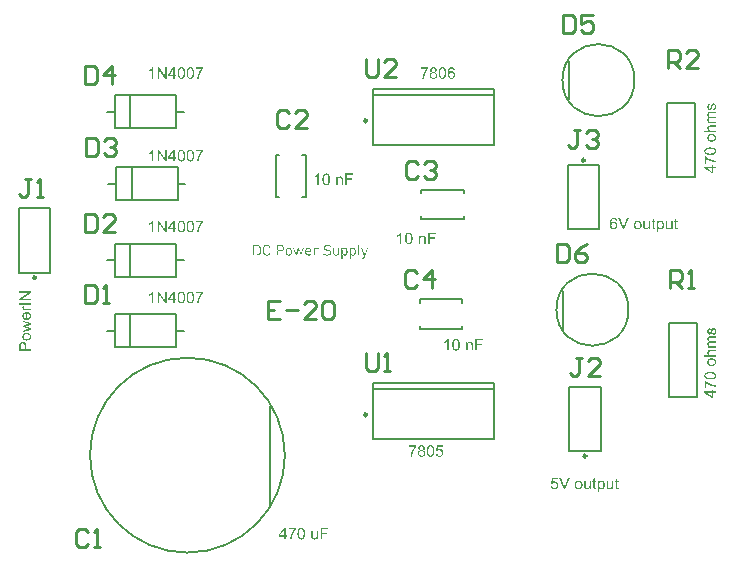
<source format=gto>
G04*
G04 #@! TF.GenerationSoftware,Altium Limited,Altium Designer,22.7.1 (60)*
G04*
G04 Layer_Color=65535*
%FSLAX44Y44*%
%MOMM*%
G71*
G04*
G04 #@! TF.SameCoordinates,434E903D-8B78-4AA0-9AEB-5D1347DF7218*
G04*
G04*
G04 #@! TF.FilePolarity,Positive*
G04*
G01*
G75*
%ADD10C,0.1500*%
%ADD11C,0.2500*%
%ADD12C,0.2000*%
%ADD13C,0.2540*%
G36*
X19845Y228762D02*
X12190Y223658D01*
X19845D01*
Y222418D01*
X10090D01*
Y223743D01*
X17759Y228860D01*
X10090D01*
Y230101D01*
X19845D01*
Y228762D01*
D02*
G37*
G36*
Y218851D02*
X10090D01*
Y220148D01*
X19845D01*
Y218851D01*
D02*
G37*
G36*
X14108Y217329D02*
X14093Y217315D01*
X14065Y217258D01*
X14023Y217174D01*
X13981Y217061D01*
X13938Y216934D01*
X13896Y216779D01*
X13868Y216624D01*
X13854Y216469D01*
Y216398D01*
X13868Y216328D01*
X13882Y216229D01*
X13910Y216131D01*
X13952Y216004D01*
X14009Y215877D01*
X14093Y215764D01*
X14108Y215750D01*
X14136Y215708D01*
X14192Y215665D01*
X14262Y215595D01*
X14361Y215524D01*
X14474Y215454D01*
X14601Y215383D01*
X14756Y215327D01*
X14784Y215313D01*
X14869Y215299D01*
X14996Y215271D01*
X15165Y215228D01*
X15376Y215186D01*
X15616Y215158D01*
X15870Y215144D01*
X16151Y215130D01*
X19845D01*
Y213932D01*
X12768D01*
Y215017D01*
X13840D01*
X13826Y215031D01*
X13727Y215087D01*
X13600Y215158D01*
X13445Y215271D01*
X13290Y215383D01*
X13121Y215510D01*
X12980Y215637D01*
X12867Y215764D01*
X12853Y215778D01*
X12825Y215821D01*
X12782Y215905D01*
X12740Y215990D01*
X12698Y216102D01*
X12656Y216243D01*
X12627Y216384D01*
X12613Y216539D01*
Y216638D01*
X12627Y216765D01*
X12656Y216920D01*
X12712Y217103D01*
X12782Y217301D01*
X12881Y217526D01*
X13008Y217766D01*
X14108Y217329D01*
D02*
G37*
G36*
X16617Y212465D02*
Y207179D01*
X16631D01*
X16673D01*
X16730Y207193D01*
X16814D01*
X16913Y207207D01*
X17026Y207235D01*
X17279Y207278D01*
X17561Y207362D01*
X17871Y207475D01*
X18153Y207630D01*
X18407Y207827D01*
Y207842D01*
X18435Y207856D01*
X18506Y207940D01*
X18604Y208067D01*
X18703Y208236D01*
X18816Y208462D01*
X18915Y208716D01*
X18985Y208997D01*
X18999Y209153D01*
X19013Y209322D01*
Y209435D01*
X18999Y209561D01*
X18971Y209716D01*
X18929Y209886D01*
X18872Y210083D01*
X18788Y210266D01*
X18675Y210450D01*
X18661Y210464D01*
X18604Y210534D01*
X18520Y210619D01*
X18407Y210717D01*
X18252Y210830D01*
X18055Y210957D01*
X17829Y211084D01*
X17561Y211197D01*
X17716Y212437D01*
X17730D01*
X17759Y212423D01*
X17815Y212409D01*
X17900Y212381D01*
X17984Y212339D01*
X18097Y212296D01*
X18337Y212183D01*
X18604Y212043D01*
X18886Y211845D01*
X19154Y211620D01*
X19408Y211338D01*
Y211324D01*
X19436Y211295D01*
X19464Y211253D01*
X19507Y211197D01*
X19549Y211112D01*
X19591Y211028D01*
X19648Y210915D01*
X19704Y210788D01*
X19760Y210647D01*
X19817Y210506D01*
X19901Y210154D01*
X19972Y209759D01*
X20000Y209322D01*
Y209167D01*
X19986Y209068D01*
X19972Y208941D01*
X19944Y208786D01*
X19915Y208617D01*
X19887Y208434D01*
X19775Y208039D01*
X19690Y207827D01*
X19605Y207630D01*
X19492Y207419D01*
X19366Y207221D01*
X19225Y207038D01*
X19056Y206855D01*
X19041Y206841D01*
X19013Y206812D01*
X18957Y206770D01*
X18872Y206714D01*
X18774Y206643D01*
X18661Y206573D01*
X18520Y206488D01*
X18365Y206404D01*
X18182Y206319D01*
X17984Y206234D01*
X17759Y206164D01*
X17519Y206094D01*
X17265Y206037D01*
X16983Y205995D01*
X16687Y205967D01*
X16377Y205953D01*
X16363D01*
X16293D01*
X16208D01*
X16081Y205967D01*
X15926Y205981D01*
X15757Y205995D01*
X15560Y206023D01*
X15362Y206065D01*
X14911Y206178D01*
X14685Y206249D01*
X14446Y206333D01*
X14220Y206446D01*
X14009Y206573D01*
X13797Y206714D01*
X13600Y206869D01*
X13586Y206883D01*
X13558Y206911D01*
X13515Y206968D01*
X13445Y207038D01*
X13374Y207123D01*
X13290Y207235D01*
X13191Y207362D01*
X13107Y207517D01*
X13008Y207672D01*
X12923Y207856D01*
X12839Y208053D01*
X12768Y208265D01*
X12698Y208490D01*
X12656Y208730D01*
X12627Y208983D01*
X12613Y209251D01*
Y209392D01*
X12627Y209491D01*
X12641Y209604D01*
X12670Y209745D01*
X12698Y209900D01*
X12740Y210083D01*
X12782Y210252D01*
X12853Y210450D01*
X12923Y210633D01*
X13022Y210830D01*
X13135Y211028D01*
X13262Y211225D01*
X13417Y211408D01*
X13586Y211577D01*
X13600Y211591D01*
X13628Y211620D01*
X13685Y211662D01*
X13769Y211718D01*
X13868Y211789D01*
X13981Y211859D01*
X14122Y211944D01*
X14291Y212028D01*
X14474Y212113D01*
X14671Y212197D01*
X14897Y212268D01*
X15136Y212339D01*
X15404Y212395D01*
X15686Y212437D01*
X15982Y212465D01*
X16307Y212479D01*
X16321D01*
X16377D01*
X16476D01*
X16617Y212465D01*
D02*
G37*
G36*
X19845Y203119D02*
Y201893D01*
X15616Y200765D01*
X14404Y200483D01*
X19845Y199059D01*
Y197790D01*
X12768Y195648D01*
Y196902D01*
X16856Y198030D01*
X18379Y198425D01*
X18365D01*
X18337Y198439D01*
X18266Y198453D01*
X18224Y198467D01*
X18153Y198481D01*
X18069Y198495D01*
X17970Y198524D01*
X17857Y198552D01*
X17716Y198594D01*
X17561Y198636D01*
X17378Y198678D01*
X17167Y198735D01*
X16927Y198791D01*
X12768Y199919D01*
Y201145D01*
X16885Y202203D01*
X18238Y202555D01*
X16870Y202964D01*
X12768Y204176D01*
Y205346D01*
X19845Y203119D01*
D02*
G37*
G36*
X16546Y195098D02*
X16687Y195084D01*
X16828D01*
X16983Y195056D01*
X17336Y195013D01*
X17688Y194929D01*
X18040Y194830D01*
X18365Y194689D01*
X18379D01*
X18393Y194675D01*
X18435Y194647D01*
X18492Y194619D01*
X18633Y194520D01*
X18802Y194393D01*
X18999Y194224D01*
X19196Y194012D01*
X19394Y193773D01*
X19577Y193491D01*
Y193477D01*
X19591Y193463D01*
X19619Y193420D01*
X19648Y193350D01*
X19676Y193279D01*
X19704Y193195D01*
X19789Y192983D01*
X19859Y192744D01*
X19929Y192448D01*
X19986Y192138D01*
X20000Y191799D01*
Y191658D01*
X19986Y191545D01*
X19972Y191419D01*
X19944Y191278D01*
X19915Y191108D01*
X19887Y190939D01*
X19775Y190559D01*
X19690Y190347D01*
X19605Y190150D01*
X19492Y189953D01*
X19366Y189755D01*
X19225Y189572D01*
X19056Y189389D01*
X19041Y189375D01*
X19013Y189346D01*
X18957Y189304D01*
X18872Y189248D01*
X18774Y189177D01*
X18661Y189107D01*
X18520Y189022D01*
X18351Y188937D01*
X18167Y188853D01*
X17956Y188768D01*
X17730Y188698D01*
X17491Y188627D01*
X17223Y188571D01*
X16941Y188529D01*
X16631Y188500D01*
X16307Y188486D01*
X16278D01*
X16222D01*
X16123Y188500D01*
X15982D01*
X15827Y188515D01*
X15630Y188543D01*
X15433Y188571D01*
X15207Y188627D01*
X14981Y188684D01*
X14742Y188754D01*
X14488Y188839D01*
X14248Y188952D01*
X14023Y189064D01*
X13797Y189219D01*
X13586Y189375D01*
X13403Y189572D01*
X13389Y189586D01*
X13374Y189614D01*
X13332Y189671D01*
X13276Y189741D01*
X13219Y189826D01*
X13149Y189938D01*
X13078Y190051D01*
X13008Y190192D01*
X12937Y190347D01*
X12867Y190516D01*
X12740Y190897D01*
X12641Y191334D01*
X12627Y191560D01*
X12613Y191799D01*
Y191940D01*
X12627Y192039D01*
X12641Y192166D01*
X12670Y192307D01*
X12698Y192462D01*
X12726Y192645D01*
X12853Y193026D01*
X12923Y193223D01*
X13022Y193420D01*
X13121Y193618D01*
X13262Y193815D01*
X13403Y193998D01*
X13572Y194182D01*
X13586Y194196D01*
X13614Y194224D01*
X13671Y194266D01*
X13741Y194322D01*
X13840Y194393D01*
X13966Y194478D01*
X14108Y194562D01*
X14262Y194647D01*
X14432Y194731D01*
X14643Y194816D01*
X14855Y194900D01*
X15094Y194971D01*
X15348Y195027D01*
X15616Y195070D01*
X15898Y195098D01*
X16208Y195112D01*
X16222D01*
X16264D01*
X16335D01*
X16434D01*
X16546Y195098D01*
D02*
G37*
G36*
X13135Y187429D02*
X13233Y187415D01*
X13360Y187401D01*
X13501Y187373D01*
X13656Y187344D01*
X13981Y187246D01*
X14150Y187190D01*
X14333Y187105D01*
X14516Y187006D01*
X14685Y186908D01*
X14855Y186781D01*
X15024Y186640D01*
X15038Y186626D01*
X15066Y186597D01*
X15108Y186555D01*
X15151Y186485D01*
X15221Y186400D01*
X15292Y186287D01*
X15376Y186146D01*
X15447Y185991D01*
X15531Y185808D01*
X15616Y185597D01*
X15686Y185371D01*
X15743Y185103D01*
X15799Y184821D01*
X15841Y184511D01*
X15870Y184159D01*
X15884Y183792D01*
Y181297D01*
X19845D01*
Y180000D01*
X10090D01*
Y184004D01*
X10104Y184215D01*
X10118Y184455D01*
X10132Y184708D01*
X10160Y184948D01*
X10188Y185159D01*
Y185188D01*
X10217Y185286D01*
X10245Y185413D01*
X10287Y185582D01*
X10358Y185766D01*
X10442Y185963D01*
X10541Y186175D01*
X10654Y186358D01*
X10668Y186386D01*
X10710Y186442D01*
X10795Y186527D01*
X10893Y186640D01*
X11020Y186767D01*
X11189Y186893D01*
X11373Y187034D01*
X11584Y187147D01*
X11612Y187161D01*
X11683Y187190D01*
X11810Y187246D01*
X11979Y187302D01*
X12176Y187344D01*
X12402Y187401D01*
X12656Y187429D01*
X12923Y187443D01*
X12937D01*
X12980D01*
X13036D01*
X13135Y187429D01*
D02*
G37*
G36*
X134830Y220169D02*
X133491D01*
X128388Y227824D01*
Y220169D01*
X127147D01*
Y229924D01*
X128472D01*
X133589Y222255D01*
Y229924D01*
X134830D01*
Y220169D01*
D02*
G37*
G36*
X165660Y228853D02*
X165646Y228839D01*
X165618Y228811D01*
X165562Y228754D01*
X165505Y228670D01*
X165420Y228571D01*
X165308Y228458D01*
X165195Y228317D01*
X165068Y228148D01*
X164941Y227979D01*
X164786Y227782D01*
X164631Y227556D01*
X164476Y227330D01*
X164307Y227077D01*
X164138Y226809D01*
X163969Y226513D01*
X163799Y226217D01*
X163785Y226203D01*
X163757Y226146D01*
X163715Y226062D01*
X163644Y225935D01*
X163574Y225780D01*
X163489Y225611D01*
X163391Y225413D01*
X163292Y225188D01*
X163179Y224934D01*
X163052Y224680D01*
X162939Y224398D01*
X162827Y224102D01*
X162601Y223496D01*
X162390Y222848D01*
Y222833D01*
X162376Y222791D01*
X162362Y222721D01*
X162333Y222636D01*
X162305Y222523D01*
X162277Y222382D01*
X162235Y222227D01*
X162206Y222058D01*
X162164Y221861D01*
X162122Y221649D01*
X162051Y221198D01*
X161981Y220705D01*
X161939Y220169D01*
X160712D01*
Y220183D01*
Y220226D01*
Y220282D01*
X160726Y220366D01*
Y220479D01*
X160740Y220620D01*
X160754Y220775D01*
X160769Y220944D01*
X160797Y221142D01*
X160825Y221339D01*
X160867Y221579D01*
X160910Y221819D01*
X160952Y222072D01*
X161008Y222354D01*
X161149Y222932D01*
Y222946D01*
X161163Y223003D01*
X161191Y223087D01*
X161234Y223214D01*
X161276Y223355D01*
X161332Y223524D01*
X161389Y223722D01*
X161473Y223933D01*
X161558Y224173D01*
X161642Y224412D01*
X161854Y224948D01*
X162108Y225512D01*
X162390Y226076D01*
X162404Y226090D01*
X162432Y226146D01*
X162474Y226217D01*
X162531Y226329D01*
X162601Y226456D01*
X162700Y226611D01*
X162799Y226781D01*
X162911Y226964D01*
X163179Y227373D01*
X163461Y227796D01*
X163785Y228233D01*
X164124Y228641D01*
X159345D01*
Y229797D01*
X165660D01*
Y228853D01*
D02*
G37*
G36*
X141540Y223609D02*
X142865D01*
Y222509D01*
X141540D01*
Y220169D01*
X140342D01*
Y222509D01*
X136099D01*
Y223609D01*
X140568Y229924D01*
X141540D01*
Y223609D01*
D02*
G37*
G36*
X123595Y220169D02*
X122396D01*
Y227796D01*
X122382Y227782D01*
X122312Y227725D01*
X122227Y227641D01*
X122086Y227542D01*
X121931Y227415D01*
X121734Y227274D01*
X121508Y227119D01*
X121255Y226964D01*
X121241D01*
X121226Y226950D01*
X121142Y226893D01*
X121001Y226823D01*
X120832Y226738D01*
X120634Y226640D01*
X120423Y226541D01*
X120211Y226442D01*
X120000Y226358D01*
Y227514D01*
X120014D01*
X120042Y227542D01*
X120099Y227556D01*
X120169Y227598D01*
X120254Y227641D01*
X120352Y227697D01*
X120592Y227838D01*
X120874Y227993D01*
X121156Y228190D01*
X121452Y228416D01*
X121748Y228655D01*
X121762Y228670D01*
X121776Y228684D01*
X121819Y228726D01*
X121875Y228768D01*
X122002Y228909D01*
X122171Y229079D01*
X122340Y229276D01*
X122523Y229501D01*
X122678Y229727D01*
X122819Y229967D01*
X123595D01*
Y220169D01*
D02*
G37*
G36*
X155144Y229953D02*
X155327Y229924D01*
X155539Y229882D01*
X155764Y229826D01*
X156004Y229755D01*
X156229Y229642D01*
X156243D01*
X156257Y229628D01*
X156328Y229586D01*
X156441Y229515D01*
X156582Y229417D01*
X156737Y229276D01*
X156906Y229121D01*
X157061Y228937D01*
X157216Y228726D01*
X157230Y228698D01*
X157287Y228627D01*
X157343Y228500D01*
X157442Y228317D01*
X157526Y228106D01*
X157639Y227866D01*
X157738Y227584D01*
X157822Y227274D01*
Y227260D01*
X157836Y227232D01*
X157850Y227190D01*
X157865Y227119D01*
X157879Y227034D01*
X157893Y226936D01*
X157921Y226809D01*
X157935Y226668D01*
X157963Y226513D01*
X157977Y226344D01*
X157991Y226146D01*
X158020Y225949D01*
X158034Y225723D01*
Y225498D01*
X158048Y225244D01*
Y224976D01*
Y224962D01*
Y224906D01*
Y224807D01*
Y224694D01*
X158034Y224539D01*
Y224370D01*
X158020Y224187D01*
X158006Y223989D01*
X157963Y223538D01*
X157893Y223073D01*
X157808Y222622D01*
X157752Y222411D01*
X157681Y222199D01*
Y222185D01*
X157667Y222157D01*
X157639Y222100D01*
X157611Y222030D01*
X157583Y221931D01*
X157526Y221833D01*
X157413Y221593D01*
X157273Y221339D01*
X157089Y221057D01*
X156878Y220804D01*
X156624Y220564D01*
X156610D01*
X156596Y220536D01*
X156553Y220508D01*
X156497Y220479D01*
X156427Y220437D01*
X156356Y220381D01*
X156145Y220282D01*
X155891Y220183D01*
X155595Y220085D01*
X155243Y220028D01*
X154862Y220000D01*
X154721D01*
X154622Y220014D01*
X154509Y220028D01*
X154368Y220056D01*
X154213Y220085D01*
X154044Y220127D01*
X153875Y220183D01*
X153692Y220240D01*
X153509Y220324D01*
X153325Y220423D01*
X153142Y220536D01*
X152959Y220677D01*
X152790Y220832D01*
X152634Y221001D01*
X152620Y221015D01*
X152592Y221057D01*
X152550Y221128D01*
X152479Y221241D01*
X152409Y221367D01*
X152338Y221537D01*
X152240Y221734D01*
X152155Y221959D01*
X152071Y222213D01*
X151986Y222509D01*
X151902Y222833D01*
X151831Y223200D01*
X151761Y223595D01*
X151718Y224018D01*
X151690Y224483D01*
X151676Y224976D01*
Y224990D01*
Y225047D01*
Y225145D01*
Y225258D01*
X151690Y225413D01*
Y225582D01*
X151704Y225766D01*
X151718Y225977D01*
X151761Y226414D01*
X151831Y226879D01*
X151916Y227344D01*
X151972Y227556D01*
X152028Y227767D01*
Y227782D01*
X152043Y227810D01*
X152071Y227866D01*
X152099Y227937D01*
X152127Y228035D01*
X152183Y228134D01*
X152296Y228374D01*
X152437Y228627D01*
X152620Y228895D01*
X152832Y229163D01*
X153086Y229389D01*
X153100D01*
X153114Y229417D01*
X153156Y229445D01*
X153212Y229473D01*
X153283Y229530D01*
X153368Y229572D01*
X153579Y229685D01*
X153833Y229783D01*
X154129Y229882D01*
X154481Y229938D01*
X154862Y229967D01*
X154989D01*
X155144Y229953D01*
D02*
G37*
G36*
X147560D02*
X147743Y229924D01*
X147954Y229882D01*
X148180Y229826D01*
X148420Y229755D01*
X148645Y229642D01*
X148659D01*
X148673Y229628D01*
X148744Y229586D01*
X148856Y229515D01*
X148997Y229417D01*
X149153Y229276D01*
X149322Y229121D01*
X149477Y228937D01*
X149632Y228726D01*
X149646Y228698D01*
X149702Y228627D01*
X149759Y228500D01*
X149857Y228317D01*
X149942Y228106D01*
X150055Y227866D01*
X150154Y227584D01*
X150238Y227274D01*
Y227260D01*
X150252Y227232D01*
X150266Y227190D01*
X150280Y227119D01*
X150294Y227034D01*
X150309Y226936D01*
X150337Y226809D01*
X150351Y226668D01*
X150379Y226513D01*
X150393Y226344D01*
X150407Y226146D01*
X150435Y225949D01*
X150449Y225723D01*
Y225498D01*
X150464Y225244D01*
Y224976D01*
Y224962D01*
Y224906D01*
Y224807D01*
Y224694D01*
X150449Y224539D01*
Y224370D01*
X150435Y224187D01*
X150421Y223989D01*
X150379Y223538D01*
X150309Y223073D01*
X150224Y222622D01*
X150168Y222411D01*
X150097Y222199D01*
Y222185D01*
X150083Y222157D01*
X150055Y222100D01*
X150027Y222030D01*
X149998Y221931D01*
X149942Y221833D01*
X149829Y221593D01*
X149688Y221339D01*
X149505Y221057D01*
X149294Y220804D01*
X149040Y220564D01*
X149026D01*
X149012Y220536D01*
X148969Y220508D01*
X148913Y220479D01*
X148842Y220437D01*
X148772Y220381D01*
X148560Y220282D01*
X148307Y220183D01*
X148011Y220085D01*
X147658Y220028D01*
X147278Y220000D01*
X147137D01*
X147038Y220014D01*
X146925Y220028D01*
X146784Y220056D01*
X146629Y220085D01*
X146460Y220127D01*
X146291Y220183D01*
X146108Y220240D01*
X145924Y220324D01*
X145741Y220423D01*
X145558Y220536D01*
X145375Y220677D01*
X145205Y220832D01*
X145050Y221001D01*
X145036Y221015D01*
X145008Y221057D01*
X144966Y221128D01*
X144895Y221241D01*
X144825Y221367D01*
X144754Y221537D01*
X144656Y221734D01*
X144571Y221959D01*
X144487Y222213D01*
X144402Y222509D01*
X144317Y222833D01*
X144247Y223200D01*
X144176Y223595D01*
X144134Y224018D01*
X144106Y224483D01*
X144092Y224976D01*
Y224990D01*
Y225047D01*
Y225145D01*
Y225258D01*
X144106Y225413D01*
Y225582D01*
X144120Y225766D01*
X144134Y225977D01*
X144176Y226414D01*
X144247Y226879D01*
X144331Y227344D01*
X144388Y227556D01*
X144444Y227767D01*
Y227782D01*
X144458Y227810D01*
X144487Y227866D01*
X144515Y227937D01*
X144543Y228035D01*
X144599Y228134D01*
X144712Y228374D01*
X144853Y228627D01*
X145036Y228895D01*
X145248Y229163D01*
X145501Y229389D01*
X145516D01*
X145530Y229417D01*
X145572Y229445D01*
X145628Y229473D01*
X145699Y229530D01*
X145783Y229572D01*
X145995Y229685D01*
X146249Y229783D01*
X146545Y229882D01*
X146897Y229938D01*
X147278Y229967D01*
X147405D01*
X147560Y229953D01*
D02*
G37*
G36*
X134830Y280169D02*
X133491D01*
X128388Y287824D01*
Y280169D01*
X127147D01*
Y289924D01*
X128472D01*
X133589Y282255D01*
Y289924D01*
X134830D01*
Y280169D01*
D02*
G37*
G36*
X165660Y288853D02*
X165646Y288839D01*
X165618Y288811D01*
X165562Y288754D01*
X165505Y288670D01*
X165420Y288571D01*
X165308Y288458D01*
X165195Y288317D01*
X165068Y288148D01*
X164941Y287979D01*
X164786Y287782D01*
X164631Y287556D01*
X164476Y287330D01*
X164307Y287077D01*
X164138Y286809D01*
X163969Y286513D01*
X163799Y286217D01*
X163785Y286203D01*
X163757Y286146D01*
X163715Y286062D01*
X163644Y285935D01*
X163574Y285780D01*
X163489Y285611D01*
X163391Y285413D01*
X163292Y285188D01*
X163179Y284934D01*
X163052Y284680D01*
X162939Y284398D01*
X162827Y284102D01*
X162601Y283496D01*
X162390Y282848D01*
Y282833D01*
X162376Y282791D01*
X162362Y282721D01*
X162333Y282636D01*
X162305Y282523D01*
X162277Y282382D01*
X162235Y282227D01*
X162206Y282058D01*
X162164Y281861D01*
X162122Y281649D01*
X162051Y281198D01*
X161981Y280705D01*
X161939Y280169D01*
X160712D01*
Y280183D01*
Y280226D01*
Y280282D01*
X160726Y280366D01*
Y280479D01*
X160740Y280620D01*
X160754Y280775D01*
X160769Y280944D01*
X160797Y281142D01*
X160825Y281339D01*
X160867Y281579D01*
X160910Y281819D01*
X160952Y282072D01*
X161008Y282354D01*
X161149Y282932D01*
Y282946D01*
X161163Y283003D01*
X161191Y283087D01*
X161234Y283214D01*
X161276Y283355D01*
X161332Y283524D01*
X161389Y283722D01*
X161473Y283933D01*
X161558Y284173D01*
X161642Y284412D01*
X161854Y284948D01*
X162108Y285512D01*
X162390Y286076D01*
X162404Y286090D01*
X162432Y286146D01*
X162474Y286217D01*
X162531Y286329D01*
X162601Y286456D01*
X162700Y286611D01*
X162799Y286781D01*
X162911Y286964D01*
X163179Y287373D01*
X163461Y287796D01*
X163785Y288233D01*
X164124Y288641D01*
X159345D01*
Y289797D01*
X165660D01*
Y288853D01*
D02*
G37*
G36*
X141540Y283609D02*
X142865D01*
Y282509D01*
X141540D01*
Y280169D01*
X140342D01*
Y282509D01*
X136099D01*
Y283609D01*
X140568Y289924D01*
X141540D01*
Y283609D01*
D02*
G37*
G36*
X123595Y280169D02*
X122396D01*
Y287796D01*
X122382Y287782D01*
X122312Y287725D01*
X122227Y287640D01*
X122086Y287542D01*
X121931Y287415D01*
X121734Y287274D01*
X121508Y287119D01*
X121255Y286964D01*
X121241D01*
X121226Y286950D01*
X121142Y286893D01*
X121001Y286823D01*
X120832Y286738D01*
X120634Y286640D01*
X120423Y286541D01*
X120211Y286442D01*
X120000Y286358D01*
Y287514D01*
X120014D01*
X120042Y287542D01*
X120099Y287556D01*
X120169Y287598D01*
X120254Y287640D01*
X120352Y287697D01*
X120592Y287838D01*
X120874Y287993D01*
X121156Y288190D01*
X121452Y288416D01*
X121748Y288655D01*
X121762Y288670D01*
X121776Y288684D01*
X121819Y288726D01*
X121875Y288768D01*
X122002Y288909D01*
X122171Y289078D01*
X122340Y289276D01*
X122523Y289501D01*
X122678Y289727D01*
X122819Y289967D01*
X123595D01*
Y280169D01*
D02*
G37*
G36*
X155144Y289953D02*
X155327Y289924D01*
X155539Y289882D01*
X155764Y289826D01*
X156004Y289755D01*
X156229Y289642D01*
X156243D01*
X156257Y289628D01*
X156328Y289586D01*
X156441Y289515D01*
X156582Y289417D01*
X156737Y289276D01*
X156906Y289121D01*
X157061Y288937D01*
X157216Y288726D01*
X157230Y288698D01*
X157287Y288627D01*
X157343Y288500D01*
X157442Y288317D01*
X157526Y288106D01*
X157639Y287866D01*
X157738Y287584D01*
X157822Y287274D01*
Y287260D01*
X157836Y287232D01*
X157850Y287189D01*
X157865Y287119D01*
X157879Y287034D01*
X157893Y286936D01*
X157921Y286809D01*
X157935Y286668D01*
X157963Y286513D01*
X157977Y286344D01*
X157991Y286146D01*
X158020Y285949D01*
X158034Y285723D01*
Y285498D01*
X158048Y285244D01*
Y284976D01*
Y284962D01*
Y284906D01*
Y284807D01*
Y284694D01*
X158034Y284539D01*
Y284370D01*
X158020Y284187D01*
X158006Y283989D01*
X157963Y283538D01*
X157893Y283073D01*
X157808Y282622D01*
X157752Y282411D01*
X157681Y282199D01*
Y282185D01*
X157667Y282157D01*
X157639Y282100D01*
X157611Y282030D01*
X157583Y281931D01*
X157526Y281833D01*
X157413Y281593D01*
X157273Y281339D01*
X157089Y281057D01*
X156878Y280804D01*
X156624Y280564D01*
X156610D01*
X156596Y280536D01*
X156553Y280508D01*
X156497Y280479D01*
X156427Y280437D01*
X156356Y280381D01*
X156145Y280282D01*
X155891Y280183D01*
X155595Y280085D01*
X155243Y280028D01*
X154862Y280000D01*
X154721D01*
X154622Y280014D01*
X154509Y280028D01*
X154368Y280056D01*
X154213Y280085D01*
X154044Y280127D01*
X153875Y280183D01*
X153692Y280240D01*
X153509Y280324D01*
X153325Y280423D01*
X153142Y280536D01*
X152959Y280677D01*
X152790Y280832D01*
X152634Y281001D01*
X152620Y281015D01*
X152592Y281057D01*
X152550Y281128D01*
X152479Y281241D01*
X152409Y281367D01*
X152338Y281537D01*
X152240Y281734D01*
X152155Y281959D01*
X152071Y282213D01*
X151986Y282509D01*
X151902Y282833D01*
X151831Y283200D01*
X151761Y283595D01*
X151718Y284018D01*
X151690Y284483D01*
X151676Y284976D01*
Y284990D01*
Y285047D01*
Y285145D01*
Y285258D01*
X151690Y285413D01*
Y285582D01*
X151704Y285766D01*
X151718Y285977D01*
X151761Y286414D01*
X151831Y286879D01*
X151916Y287344D01*
X151972Y287556D01*
X152028Y287767D01*
Y287782D01*
X152043Y287810D01*
X152071Y287866D01*
X152099Y287937D01*
X152127Y288035D01*
X152183Y288134D01*
X152296Y288374D01*
X152437Y288627D01*
X152620Y288895D01*
X152832Y289163D01*
X153086Y289389D01*
X153100D01*
X153114Y289417D01*
X153156Y289445D01*
X153212Y289473D01*
X153283Y289529D01*
X153368Y289572D01*
X153579Y289685D01*
X153833Y289783D01*
X154129Y289882D01*
X154481Y289938D01*
X154862Y289967D01*
X154989D01*
X155144Y289953D01*
D02*
G37*
G36*
X147560D02*
X147743Y289924D01*
X147954Y289882D01*
X148180Y289826D01*
X148420Y289755D01*
X148645Y289642D01*
X148659D01*
X148673Y289628D01*
X148744Y289586D01*
X148856Y289515D01*
X148997Y289417D01*
X149153Y289276D01*
X149322Y289121D01*
X149477Y288937D01*
X149632Y288726D01*
X149646Y288698D01*
X149702Y288627D01*
X149759Y288500D01*
X149857Y288317D01*
X149942Y288106D01*
X150055Y287866D01*
X150154Y287584D01*
X150238Y287274D01*
Y287260D01*
X150252Y287232D01*
X150266Y287189D01*
X150280Y287119D01*
X150294Y287034D01*
X150309Y286936D01*
X150337Y286809D01*
X150351Y286668D01*
X150379Y286513D01*
X150393Y286344D01*
X150407Y286146D01*
X150435Y285949D01*
X150449Y285723D01*
Y285498D01*
X150464Y285244D01*
Y284976D01*
Y284962D01*
Y284906D01*
Y284807D01*
Y284694D01*
X150449Y284539D01*
Y284370D01*
X150435Y284187D01*
X150421Y283989D01*
X150379Y283538D01*
X150309Y283073D01*
X150224Y282622D01*
X150168Y282411D01*
X150097Y282199D01*
Y282185D01*
X150083Y282157D01*
X150055Y282100D01*
X150027Y282030D01*
X149998Y281931D01*
X149942Y281833D01*
X149829Y281593D01*
X149688Y281339D01*
X149505Y281057D01*
X149294Y280804D01*
X149040Y280564D01*
X149026D01*
X149012Y280536D01*
X148969Y280508D01*
X148913Y280479D01*
X148842Y280437D01*
X148772Y280381D01*
X148560Y280282D01*
X148307Y280183D01*
X148011Y280085D01*
X147658Y280028D01*
X147278Y280000D01*
X147137D01*
X147038Y280014D01*
X146925Y280028D01*
X146784Y280056D01*
X146629Y280085D01*
X146460Y280127D01*
X146291Y280183D01*
X146108Y280240D01*
X145924Y280324D01*
X145741Y280423D01*
X145558Y280536D01*
X145375Y280677D01*
X145205Y280832D01*
X145050Y281001D01*
X145036Y281015D01*
X145008Y281057D01*
X144966Y281128D01*
X144895Y281241D01*
X144825Y281367D01*
X144754Y281537D01*
X144656Y281734D01*
X144571Y281959D01*
X144487Y282213D01*
X144402Y282509D01*
X144317Y282833D01*
X144247Y283200D01*
X144176Y283595D01*
X144134Y284018D01*
X144106Y284483D01*
X144092Y284976D01*
Y284990D01*
Y285047D01*
Y285145D01*
Y285258D01*
X144106Y285413D01*
Y285582D01*
X144120Y285766D01*
X144134Y285977D01*
X144176Y286414D01*
X144247Y286879D01*
X144331Y287344D01*
X144388Y287556D01*
X144444Y287767D01*
Y287782D01*
X144458Y287810D01*
X144487Y287866D01*
X144515Y287937D01*
X144543Y288035D01*
X144599Y288134D01*
X144712Y288374D01*
X144853Y288627D01*
X145036Y288895D01*
X145248Y289163D01*
X145501Y289389D01*
X145516D01*
X145530Y289417D01*
X145572Y289445D01*
X145628Y289473D01*
X145699Y289529D01*
X145783Y289572D01*
X145995Y289685D01*
X146249Y289783D01*
X146545Y289882D01*
X146897Y289938D01*
X147278Y289967D01*
X147405D01*
X147560Y289953D01*
D02*
G37*
G36*
X134830Y340169D02*
X133491D01*
X128388Y347824D01*
Y340169D01*
X127147D01*
Y349924D01*
X128472D01*
X133589Y342256D01*
Y349924D01*
X134830D01*
Y340169D01*
D02*
G37*
G36*
X165660Y348853D02*
X165646Y348839D01*
X165618Y348811D01*
X165562Y348754D01*
X165505Y348670D01*
X165420Y348571D01*
X165308Y348458D01*
X165195Y348317D01*
X165068Y348148D01*
X164941Y347979D01*
X164786Y347781D01*
X164631Y347556D01*
X164476Y347330D01*
X164307Y347077D01*
X164138Y346809D01*
X163969Y346513D01*
X163799Y346217D01*
X163785Y346203D01*
X163757Y346146D01*
X163715Y346062D01*
X163644Y345935D01*
X163574Y345780D01*
X163489Y345611D01*
X163391Y345413D01*
X163292Y345188D01*
X163179Y344934D01*
X163052Y344680D01*
X162939Y344398D01*
X162827Y344102D01*
X162601Y343496D01*
X162390Y342848D01*
Y342834D01*
X162376Y342791D01*
X162362Y342721D01*
X162333Y342636D01*
X162305Y342523D01*
X162277Y342382D01*
X162235Y342227D01*
X162206Y342058D01*
X162164Y341861D01*
X162122Y341649D01*
X162051Y341198D01*
X161981Y340705D01*
X161939Y340169D01*
X160712D01*
Y340183D01*
Y340225D01*
Y340282D01*
X160726Y340367D01*
Y340479D01*
X160740Y340620D01*
X160754Y340775D01*
X160769Y340945D01*
X160797Y341142D01*
X160825Y341339D01*
X160867Y341579D01*
X160910Y341819D01*
X160952Y342072D01*
X161008Y342354D01*
X161149Y342932D01*
Y342946D01*
X161163Y343003D01*
X161191Y343087D01*
X161234Y343214D01*
X161276Y343355D01*
X161332Y343524D01*
X161389Y343722D01*
X161473Y343933D01*
X161558Y344173D01*
X161642Y344412D01*
X161854Y344948D01*
X162108Y345512D01*
X162390Y346076D01*
X162404Y346090D01*
X162432Y346146D01*
X162474Y346217D01*
X162531Y346329D01*
X162601Y346456D01*
X162700Y346612D01*
X162799Y346781D01*
X162911Y346964D01*
X163179Y347373D01*
X163461Y347796D01*
X163785Y348233D01*
X164124Y348641D01*
X159345D01*
Y349797D01*
X165660D01*
Y348853D01*
D02*
G37*
G36*
X141540Y343609D02*
X142865D01*
Y342509D01*
X141540D01*
Y340169D01*
X140342D01*
Y342509D01*
X136099D01*
Y343609D01*
X140568Y349924D01*
X141540D01*
Y343609D01*
D02*
G37*
G36*
X123595Y340169D02*
X122396D01*
Y347796D01*
X122382Y347781D01*
X122312Y347725D01*
X122227Y347641D01*
X122086Y347542D01*
X121931Y347415D01*
X121734Y347274D01*
X121508Y347119D01*
X121255Y346964D01*
X121241D01*
X121226Y346950D01*
X121142Y346893D01*
X121001Y346823D01*
X120832Y346738D01*
X120634Y346640D01*
X120423Y346541D01*
X120211Y346442D01*
X120000Y346358D01*
Y347514D01*
X120014D01*
X120042Y347542D01*
X120099Y347556D01*
X120169Y347598D01*
X120254Y347641D01*
X120352Y347697D01*
X120592Y347838D01*
X120874Y347993D01*
X121156Y348190D01*
X121452Y348416D01*
X121748Y348656D01*
X121762Y348670D01*
X121776Y348684D01*
X121819Y348726D01*
X121875Y348768D01*
X122002Y348909D01*
X122171Y349078D01*
X122340Y349276D01*
X122523Y349501D01*
X122678Y349727D01*
X122819Y349967D01*
X123595D01*
Y340169D01*
D02*
G37*
G36*
X155144Y349953D02*
X155327Y349924D01*
X155539Y349882D01*
X155764Y349826D01*
X156004Y349755D01*
X156229Y349642D01*
X156243D01*
X156257Y349628D01*
X156328Y349586D01*
X156441Y349515D01*
X156582Y349417D01*
X156737Y349276D01*
X156906Y349121D01*
X157061Y348937D01*
X157216Y348726D01*
X157230Y348698D01*
X157287Y348627D01*
X157343Y348501D01*
X157442Y348317D01*
X157526Y348106D01*
X157639Y347866D01*
X157738Y347584D01*
X157822Y347274D01*
Y347260D01*
X157836Y347232D01*
X157850Y347189D01*
X157865Y347119D01*
X157879Y347034D01*
X157893Y346936D01*
X157921Y346809D01*
X157935Y346668D01*
X157963Y346513D01*
X157977Y346344D01*
X157991Y346146D01*
X158020Y345949D01*
X158034Y345723D01*
Y345498D01*
X158048Y345244D01*
Y344976D01*
Y344962D01*
Y344906D01*
Y344807D01*
Y344694D01*
X158034Y344539D01*
Y344370D01*
X158020Y344187D01*
X158006Y343989D01*
X157963Y343538D01*
X157893Y343073D01*
X157808Y342622D01*
X157752Y342411D01*
X157681Y342199D01*
Y342185D01*
X157667Y342157D01*
X157639Y342100D01*
X157611Y342030D01*
X157583Y341931D01*
X157526Y341833D01*
X157413Y341593D01*
X157273Y341339D01*
X157089Y341057D01*
X156878Y340803D01*
X156624Y340564D01*
X156610D01*
X156596Y340536D01*
X156553Y340508D01*
X156497Y340479D01*
X156427Y340437D01*
X156356Y340381D01*
X156145Y340282D01*
X155891Y340183D01*
X155595Y340085D01*
X155243Y340028D01*
X154862Y340000D01*
X154721D01*
X154622Y340014D01*
X154509Y340028D01*
X154368Y340056D01*
X154213Y340085D01*
X154044Y340127D01*
X153875Y340183D01*
X153692Y340240D01*
X153509Y340324D01*
X153325Y340423D01*
X153142Y340536D01*
X152959Y340677D01*
X152790Y340832D01*
X152634Y341001D01*
X152620Y341015D01*
X152592Y341057D01*
X152550Y341128D01*
X152479Y341241D01*
X152409Y341367D01*
X152338Y341537D01*
X152240Y341734D01*
X152155Y341959D01*
X152071Y342213D01*
X151986Y342509D01*
X151902Y342834D01*
X151831Y343200D01*
X151761Y343595D01*
X151718Y344018D01*
X151690Y344483D01*
X151676Y344976D01*
Y344990D01*
Y345047D01*
Y345145D01*
Y345258D01*
X151690Y345413D01*
Y345582D01*
X151704Y345766D01*
X151718Y345977D01*
X151761Y346414D01*
X151831Y346879D01*
X151916Y347345D01*
X151972Y347556D01*
X152028Y347767D01*
Y347781D01*
X152043Y347810D01*
X152071Y347866D01*
X152099Y347937D01*
X152127Y348035D01*
X152183Y348134D01*
X152296Y348374D01*
X152437Y348627D01*
X152620Y348895D01*
X152832Y349163D01*
X153086Y349389D01*
X153100D01*
X153114Y349417D01*
X153156Y349445D01*
X153212Y349473D01*
X153283Y349530D01*
X153368Y349572D01*
X153579Y349685D01*
X153833Y349783D01*
X154129Y349882D01*
X154481Y349938D01*
X154862Y349967D01*
X154989D01*
X155144Y349953D01*
D02*
G37*
G36*
X147560D02*
X147743Y349924D01*
X147954Y349882D01*
X148180Y349826D01*
X148420Y349755D01*
X148645Y349642D01*
X148659D01*
X148673Y349628D01*
X148744Y349586D01*
X148856Y349515D01*
X148997Y349417D01*
X149153Y349276D01*
X149322Y349121D01*
X149477Y348937D01*
X149632Y348726D01*
X149646Y348698D01*
X149702Y348627D01*
X149759Y348501D01*
X149857Y348317D01*
X149942Y348106D01*
X150055Y347866D01*
X150154Y347584D01*
X150238Y347274D01*
Y347260D01*
X150252Y347232D01*
X150266Y347189D01*
X150280Y347119D01*
X150294Y347034D01*
X150309Y346936D01*
X150337Y346809D01*
X150351Y346668D01*
X150379Y346513D01*
X150393Y346344D01*
X150407Y346146D01*
X150435Y345949D01*
X150449Y345723D01*
Y345498D01*
X150464Y345244D01*
Y344976D01*
Y344962D01*
Y344906D01*
Y344807D01*
Y344694D01*
X150449Y344539D01*
Y344370D01*
X150435Y344187D01*
X150421Y343989D01*
X150379Y343538D01*
X150309Y343073D01*
X150224Y342622D01*
X150168Y342411D01*
X150097Y342199D01*
Y342185D01*
X150083Y342157D01*
X150055Y342100D01*
X150027Y342030D01*
X149998Y341931D01*
X149942Y341833D01*
X149829Y341593D01*
X149688Y341339D01*
X149505Y341057D01*
X149294Y340803D01*
X149040Y340564D01*
X149026D01*
X149012Y340536D01*
X148969Y340508D01*
X148913Y340479D01*
X148842Y340437D01*
X148772Y340381D01*
X148560Y340282D01*
X148307Y340183D01*
X148011Y340085D01*
X147658Y340028D01*
X147278Y340000D01*
X147137D01*
X147038Y340014D01*
X146925Y340028D01*
X146784Y340056D01*
X146629Y340085D01*
X146460Y340127D01*
X146291Y340183D01*
X146108Y340240D01*
X145924Y340324D01*
X145741Y340423D01*
X145558Y340536D01*
X145375Y340677D01*
X145205Y340832D01*
X145050Y341001D01*
X145036Y341015D01*
X145008Y341057D01*
X144966Y341128D01*
X144895Y341241D01*
X144825Y341367D01*
X144754Y341537D01*
X144656Y341734D01*
X144571Y341959D01*
X144487Y342213D01*
X144402Y342509D01*
X144317Y342834D01*
X144247Y343200D01*
X144176Y343595D01*
X144134Y344018D01*
X144106Y344483D01*
X144092Y344976D01*
Y344990D01*
Y345047D01*
Y345145D01*
Y345258D01*
X144106Y345413D01*
Y345582D01*
X144120Y345766D01*
X144134Y345977D01*
X144176Y346414D01*
X144247Y346879D01*
X144331Y347345D01*
X144388Y347556D01*
X144444Y347767D01*
Y347781D01*
X144458Y347810D01*
X144487Y347866D01*
X144515Y347937D01*
X144543Y348035D01*
X144599Y348134D01*
X144712Y348374D01*
X144853Y348627D01*
X145036Y348895D01*
X145248Y349163D01*
X145501Y349389D01*
X145516D01*
X145530Y349417D01*
X145572Y349445D01*
X145628Y349473D01*
X145699Y349530D01*
X145783Y349572D01*
X145995Y349685D01*
X146249Y349783D01*
X146545Y349882D01*
X146897Y349938D01*
X147278Y349967D01*
X147405D01*
X147560Y349953D01*
D02*
G37*
G36*
X134830Y410169D02*
X133491D01*
X128388Y417824D01*
Y410169D01*
X127147D01*
Y419924D01*
X128472D01*
X133589Y412256D01*
Y419924D01*
X134830D01*
Y410169D01*
D02*
G37*
G36*
X165660Y418853D02*
X165646Y418839D01*
X165618Y418811D01*
X165562Y418754D01*
X165505Y418670D01*
X165420Y418571D01*
X165308Y418458D01*
X165195Y418317D01*
X165068Y418148D01*
X164941Y417979D01*
X164786Y417781D01*
X164631Y417556D01*
X164476Y417330D01*
X164307Y417077D01*
X164138Y416809D01*
X163969Y416513D01*
X163799Y416217D01*
X163785Y416203D01*
X163757Y416146D01*
X163715Y416062D01*
X163644Y415935D01*
X163574Y415780D01*
X163489Y415611D01*
X163391Y415413D01*
X163292Y415188D01*
X163179Y414934D01*
X163052Y414680D01*
X162939Y414398D01*
X162827Y414102D01*
X162601Y413496D01*
X162390Y412848D01*
Y412834D01*
X162376Y412791D01*
X162362Y412721D01*
X162333Y412636D01*
X162305Y412523D01*
X162277Y412382D01*
X162235Y412227D01*
X162206Y412058D01*
X162164Y411861D01*
X162122Y411649D01*
X162051Y411198D01*
X161981Y410705D01*
X161939Y410169D01*
X160712D01*
Y410183D01*
Y410225D01*
Y410282D01*
X160726Y410367D01*
Y410479D01*
X160740Y410620D01*
X160754Y410775D01*
X160769Y410945D01*
X160797Y411142D01*
X160825Y411339D01*
X160867Y411579D01*
X160910Y411819D01*
X160952Y412072D01*
X161008Y412354D01*
X161149Y412932D01*
Y412946D01*
X161163Y413003D01*
X161191Y413087D01*
X161234Y413214D01*
X161276Y413355D01*
X161332Y413524D01*
X161389Y413722D01*
X161473Y413933D01*
X161558Y414173D01*
X161642Y414412D01*
X161854Y414948D01*
X162108Y415512D01*
X162390Y416076D01*
X162404Y416090D01*
X162432Y416146D01*
X162474Y416217D01*
X162531Y416329D01*
X162601Y416456D01*
X162700Y416612D01*
X162799Y416781D01*
X162911Y416964D01*
X163179Y417373D01*
X163461Y417796D01*
X163785Y418233D01*
X164124Y418642D01*
X159345D01*
Y419797D01*
X165660D01*
Y418853D01*
D02*
G37*
G36*
X141540Y413609D02*
X142865D01*
Y412509D01*
X141540D01*
Y410169D01*
X140342D01*
Y412509D01*
X136099D01*
Y413609D01*
X140568Y419924D01*
X141540D01*
Y413609D01*
D02*
G37*
G36*
X123595Y410169D02*
X122396D01*
Y417796D01*
X122382Y417781D01*
X122312Y417725D01*
X122227Y417641D01*
X122086Y417542D01*
X121931Y417415D01*
X121734Y417274D01*
X121508Y417119D01*
X121255Y416964D01*
X121241D01*
X121226Y416950D01*
X121142Y416893D01*
X121001Y416823D01*
X120832Y416738D01*
X120634Y416640D01*
X120423Y416541D01*
X120211Y416442D01*
X120000Y416358D01*
Y417514D01*
X120014D01*
X120042Y417542D01*
X120099Y417556D01*
X120169Y417598D01*
X120254Y417641D01*
X120352Y417697D01*
X120592Y417838D01*
X120874Y417993D01*
X121156Y418190D01*
X121452Y418416D01*
X121748Y418656D01*
X121762Y418670D01*
X121776Y418684D01*
X121819Y418726D01*
X121875Y418768D01*
X122002Y418909D01*
X122171Y419078D01*
X122340Y419276D01*
X122523Y419501D01*
X122678Y419727D01*
X122819Y419967D01*
X123595D01*
Y410169D01*
D02*
G37*
G36*
X155144Y419953D02*
X155327Y419924D01*
X155539Y419882D01*
X155764Y419826D01*
X156004Y419755D01*
X156229Y419642D01*
X156243D01*
X156257Y419628D01*
X156328Y419586D01*
X156441Y419515D01*
X156582Y419417D01*
X156737Y419276D01*
X156906Y419121D01*
X157061Y418937D01*
X157216Y418726D01*
X157230Y418698D01*
X157287Y418627D01*
X157343Y418501D01*
X157442Y418317D01*
X157526Y418106D01*
X157639Y417866D01*
X157738Y417584D01*
X157822Y417274D01*
Y417260D01*
X157836Y417232D01*
X157850Y417189D01*
X157865Y417119D01*
X157879Y417034D01*
X157893Y416936D01*
X157921Y416809D01*
X157935Y416668D01*
X157963Y416513D01*
X157977Y416344D01*
X157991Y416146D01*
X158020Y415949D01*
X158034Y415723D01*
Y415498D01*
X158048Y415244D01*
Y414976D01*
Y414962D01*
Y414906D01*
Y414807D01*
Y414694D01*
X158034Y414539D01*
Y414370D01*
X158020Y414187D01*
X158006Y413989D01*
X157963Y413538D01*
X157893Y413073D01*
X157808Y412622D01*
X157752Y412411D01*
X157681Y412199D01*
Y412185D01*
X157667Y412157D01*
X157639Y412100D01*
X157611Y412030D01*
X157583Y411931D01*
X157526Y411833D01*
X157413Y411593D01*
X157273Y411339D01*
X157089Y411057D01*
X156878Y410803D01*
X156624Y410564D01*
X156610D01*
X156596Y410536D01*
X156553Y410508D01*
X156497Y410479D01*
X156427Y410437D01*
X156356Y410381D01*
X156145Y410282D01*
X155891Y410183D01*
X155595Y410085D01*
X155243Y410028D01*
X154862Y410000D01*
X154721D01*
X154622Y410014D01*
X154509Y410028D01*
X154368Y410056D01*
X154213Y410085D01*
X154044Y410127D01*
X153875Y410183D01*
X153692Y410240D01*
X153509Y410324D01*
X153325Y410423D01*
X153142Y410536D01*
X152959Y410677D01*
X152790Y410832D01*
X152634Y411001D01*
X152620Y411015D01*
X152592Y411057D01*
X152550Y411128D01*
X152479Y411241D01*
X152409Y411367D01*
X152338Y411537D01*
X152240Y411734D01*
X152155Y411959D01*
X152071Y412213D01*
X151986Y412509D01*
X151902Y412834D01*
X151831Y413200D01*
X151761Y413595D01*
X151718Y414018D01*
X151690Y414483D01*
X151676Y414976D01*
Y414990D01*
Y415047D01*
Y415145D01*
Y415258D01*
X151690Y415413D01*
Y415582D01*
X151704Y415766D01*
X151718Y415977D01*
X151761Y416414D01*
X151831Y416879D01*
X151916Y417345D01*
X151972Y417556D01*
X152028Y417767D01*
Y417781D01*
X152043Y417810D01*
X152071Y417866D01*
X152099Y417937D01*
X152127Y418035D01*
X152183Y418134D01*
X152296Y418374D01*
X152437Y418627D01*
X152620Y418895D01*
X152832Y419163D01*
X153086Y419389D01*
X153100D01*
X153114Y419417D01*
X153156Y419445D01*
X153212Y419473D01*
X153283Y419530D01*
X153368Y419572D01*
X153579Y419685D01*
X153833Y419783D01*
X154129Y419882D01*
X154481Y419938D01*
X154862Y419967D01*
X154989D01*
X155144Y419953D01*
D02*
G37*
G36*
X147560D02*
X147743Y419924D01*
X147954Y419882D01*
X148180Y419826D01*
X148420Y419755D01*
X148645Y419642D01*
X148659D01*
X148673Y419628D01*
X148744Y419586D01*
X148856Y419515D01*
X148997Y419417D01*
X149153Y419276D01*
X149322Y419121D01*
X149477Y418937D01*
X149632Y418726D01*
X149646Y418698D01*
X149702Y418627D01*
X149759Y418501D01*
X149857Y418317D01*
X149942Y418106D01*
X150055Y417866D01*
X150154Y417584D01*
X150238Y417274D01*
Y417260D01*
X150252Y417232D01*
X150266Y417189D01*
X150280Y417119D01*
X150294Y417034D01*
X150309Y416936D01*
X150337Y416809D01*
X150351Y416668D01*
X150379Y416513D01*
X150393Y416344D01*
X150407Y416146D01*
X150435Y415949D01*
X150449Y415723D01*
Y415498D01*
X150464Y415244D01*
Y414976D01*
Y414962D01*
Y414906D01*
Y414807D01*
Y414694D01*
X150449Y414539D01*
Y414370D01*
X150435Y414187D01*
X150421Y413989D01*
X150379Y413538D01*
X150309Y413073D01*
X150224Y412622D01*
X150168Y412411D01*
X150097Y412199D01*
Y412185D01*
X150083Y412157D01*
X150055Y412100D01*
X150027Y412030D01*
X149998Y411931D01*
X149942Y411833D01*
X149829Y411593D01*
X149688Y411339D01*
X149505Y411057D01*
X149294Y410803D01*
X149040Y410564D01*
X149026D01*
X149012Y410536D01*
X148969Y410508D01*
X148913Y410479D01*
X148842Y410437D01*
X148772Y410381D01*
X148560Y410282D01*
X148307Y410183D01*
X148011Y410085D01*
X147658Y410028D01*
X147278Y410000D01*
X147137D01*
X147038Y410014D01*
X146925Y410028D01*
X146784Y410056D01*
X146629Y410085D01*
X146460Y410127D01*
X146291Y410183D01*
X146108Y410240D01*
X145924Y410324D01*
X145741Y410423D01*
X145558Y410536D01*
X145375Y410677D01*
X145205Y410832D01*
X145050Y411001D01*
X145036Y411015D01*
X145008Y411057D01*
X144966Y411128D01*
X144895Y411241D01*
X144825Y411367D01*
X144754Y411537D01*
X144656Y411734D01*
X144571Y411959D01*
X144487Y412213D01*
X144402Y412509D01*
X144317Y412834D01*
X144247Y413200D01*
X144176Y413595D01*
X144134Y414018D01*
X144106Y414483D01*
X144092Y414976D01*
Y414990D01*
Y415047D01*
Y415145D01*
Y415258D01*
X144106Y415413D01*
Y415582D01*
X144120Y415766D01*
X144134Y415977D01*
X144176Y416414D01*
X144247Y416879D01*
X144331Y417345D01*
X144388Y417556D01*
X144444Y417767D01*
Y417781D01*
X144458Y417810D01*
X144487Y417866D01*
X144515Y417937D01*
X144543Y418035D01*
X144599Y418134D01*
X144712Y418374D01*
X144853Y418627D01*
X145036Y418895D01*
X145248Y419163D01*
X145501Y419389D01*
X145516D01*
X145530Y419417D01*
X145572Y419445D01*
X145628Y419473D01*
X145699Y419530D01*
X145783Y419572D01*
X145995Y419685D01*
X146249Y419783D01*
X146545Y419882D01*
X146897Y419938D01*
X147278Y419967D01*
X147405D01*
X147560Y419953D01*
D02*
G37*
G36*
X376319D02*
X376418D01*
X376531Y419938D01*
X376798Y419882D01*
X377094Y419812D01*
X377405Y419699D01*
X377715Y419530D01*
X377870Y419431D01*
X378011Y419318D01*
X378025Y419304D01*
X378039Y419290D01*
X378081Y419248D01*
X378124Y419205D01*
X378194Y419135D01*
X378250Y419050D01*
X378405Y418853D01*
X378560Y418599D01*
X378702Y418289D01*
X378828Y417937D01*
X378913Y417542D01*
X377715Y417443D01*
Y417457D01*
X377701Y417471D01*
X377687Y417556D01*
X377644Y417683D01*
X377588Y417838D01*
X377532Y418007D01*
X377447Y418176D01*
X377348Y418331D01*
X377249Y418458D01*
X377221Y418486D01*
X377165Y418543D01*
X377066Y418627D01*
X376925Y418726D01*
X376742Y418811D01*
X376545Y418895D01*
X376305Y418952D01*
X376051Y418980D01*
X375953D01*
X375840Y418966D01*
X375713Y418937D01*
X375544Y418895D01*
X375375Y418839D01*
X375205Y418768D01*
X375036Y418656D01*
X375008Y418642D01*
X374938Y418585D01*
X374839Y418486D01*
X374712Y418345D01*
X374571Y418176D01*
X374416Y417979D01*
X374275Y417725D01*
X374134Y417443D01*
Y417429D01*
X374120Y417401D01*
X374106Y417359D01*
X374078Y417302D01*
X374064Y417218D01*
X374035Y417119D01*
X374007Y417006D01*
X373979Y416865D01*
X373937Y416710D01*
X373909Y416541D01*
X373880Y416358D01*
X373866Y416160D01*
X373838Y415935D01*
X373824Y415709D01*
X373810Y415456D01*
Y415202D01*
X373824Y415216D01*
X373880Y415300D01*
X373979Y415413D01*
X374106Y415554D01*
X374247Y415723D01*
X374430Y415878D01*
X374627Y416034D01*
X374853Y416175D01*
X374867D01*
X374881Y416189D01*
X374966Y416231D01*
X375093Y416273D01*
X375262Y416344D01*
X375459Y416400D01*
X375685Y416442D01*
X375924Y416485D01*
X376178Y416499D01*
X376291D01*
X376376Y416485D01*
X376488Y416470D01*
X376601Y416456D01*
X376742Y416428D01*
X376883Y416386D01*
X377207Y416287D01*
X377376Y416217D01*
X377546Y416118D01*
X377715Y416019D01*
X377898Y415907D01*
X378067Y415766D01*
X378222Y415611D01*
X378236Y415597D01*
X378265Y415568D01*
X378307Y415526D01*
X378349Y415456D01*
X378420Y415357D01*
X378490Y415258D01*
X378560Y415131D01*
X378645Y414990D01*
X378730Y414835D01*
X378800Y414666D01*
X378871Y414469D01*
X378941Y414271D01*
X378983Y414060D01*
X379026Y413820D01*
X379054Y413581D01*
X379068Y413327D01*
Y413313D01*
Y413285D01*
Y413242D01*
Y413172D01*
X379054Y413087D01*
Y413003D01*
X379012Y412777D01*
X378969Y412509D01*
X378899Y412227D01*
X378800Y411917D01*
X378659Y411621D01*
Y411607D01*
X378645Y411593D01*
X378617Y411551D01*
X378589Y411494D01*
X378504Y411353D01*
X378377Y411170D01*
X378222Y410973D01*
X378039Y410775D01*
X377813Y410578D01*
X377574Y410409D01*
X377560D01*
X377546Y410395D01*
X377503Y410367D01*
X377447Y410352D01*
X377306Y410282D01*
X377123Y410211D01*
X376883Y410127D01*
X376615Y410070D01*
X376319Y410014D01*
X375995Y410000D01*
X375924D01*
X375854Y410014D01*
X375741D01*
X375614Y410028D01*
X375473Y410056D01*
X375304Y410099D01*
X375135Y410141D01*
X374938Y410197D01*
X374740Y410268D01*
X374543Y410352D01*
X374331Y410465D01*
X374134Y410592D01*
X373937Y410733D01*
X373739Y410902D01*
X373556Y411100D01*
X373542Y411114D01*
X373514Y411156D01*
X373471Y411212D01*
X373415Y411311D01*
X373330Y411438D01*
X373260Y411579D01*
X373176Y411762D01*
X373091Y411959D01*
X372992Y412199D01*
X372908Y412467D01*
X372837Y412763D01*
X372767Y413087D01*
X372696Y413454D01*
X372654Y413848D01*
X372626Y414271D01*
X372612Y414723D01*
Y414737D01*
Y414751D01*
Y414793D01*
Y414849D01*
X372626Y414990D01*
Y415188D01*
X372640Y415413D01*
X372668Y415681D01*
X372696Y415977D01*
X372738Y416301D01*
X372795Y416626D01*
X372865Y416978D01*
X372950Y417316D01*
X373049Y417655D01*
X373176Y417979D01*
X373316Y418289D01*
X373471Y418585D01*
X373655Y418839D01*
X373669Y418853D01*
X373697Y418881D01*
X373754Y418937D01*
X373824Y419022D01*
X373909Y419107D01*
X374021Y419191D01*
X374162Y419304D01*
X374303Y419403D01*
X374472Y419501D01*
X374656Y419614D01*
X374867Y419699D01*
X375079Y419797D01*
X375318Y419868D01*
X375572Y419924D01*
X375840Y419953D01*
X376122Y419967D01*
X376235D01*
X376319Y419953D01*
D02*
G37*
G36*
X356315Y418853D02*
X356301Y418839D01*
X356273Y418811D01*
X356217Y418754D01*
X356160Y418670D01*
X356076Y418571D01*
X355963Y418458D01*
X355850Y418317D01*
X355723Y418148D01*
X355597Y417979D01*
X355442Y417781D01*
X355286Y417556D01*
X355131Y417330D01*
X354962Y417077D01*
X354793Y416809D01*
X354624Y416513D01*
X354455Y416217D01*
X354441Y416203D01*
X354412Y416146D01*
X354370Y416062D01*
X354300Y415935D01*
X354229Y415780D01*
X354145Y415611D01*
X354046Y415413D01*
X353947Y415188D01*
X353834Y414934D01*
X353708Y414680D01*
X353595Y414398D01*
X353482Y414102D01*
X353256Y413496D01*
X353045Y412848D01*
Y412834D01*
X353031Y412791D01*
X353017Y412721D01*
X352989Y412636D01*
X352960Y412523D01*
X352932Y412382D01*
X352890Y412227D01*
X352862Y412058D01*
X352819Y411861D01*
X352777Y411649D01*
X352707Y411198D01*
X352636Y410705D01*
X352594Y410169D01*
X351367D01*
Y410183D01*
Y410225D01*
Y410282D01*
X351381Y410367D01*
Y410479D01*
X351396Y410620D01*
X351410Y410775D01*
X351424Y410945D01*
X351452Y411142D01*
X351480Y411339D01*
X351522Y411579D01*
X351565Y411819D01*
X351607Y412072D01*
X351664Y412354D01*
X351804Y412932D01*
Y412946D01*
X351819Y413003D01*
X351847Y413087D01*
X351889Y413214D01*
X351931Y413355D01*
X351988Y413524D01*
X352044Y413722D01*
X352129Y413933D01*
X352213Y414173D01*
X352298Y414412D01*
X352509Y414948D01*
X352763Y415512D01*
X353045Y416076D01*
X353059Y416090D01*
X353087Y416146D01*
X353130Y416217D01*
X353186Y416329D01*
X353256Y416456D01*
X353355Y416612D01*
X353454Y416781D01*
X353567Y416964D01*
X353834Y417373D01*
X354116Y417796D01*
X354441Y418233D01*
X354779Y418642D01*
X350000D01*
Y419797D01*
X356315D01*
Y418853D01*
D02*
G37*
G36*
X368552Y419953D02*
X368735Y419924D01*
X368946Y419882D01*
X369172Y419826D01*
X369412Y419755D01*
X369637Y419642D01*
X369651D01*
X369665Y419628D01*
X369736Y419586D01*
X369849Y419515D01*
X369990Y419417D01*
X370145Y419276D01*
X370314Y419121D01*
X370469Y418937D01*
X370624Y418726D01*
X370638Y418698D01*
X370694Y418627D01*
X370751Y418501D01*
X370849Y418317D01*
X370934Y418106D01*
X371047Y417866D01*
X371146Y417584D01*
X371230Y417274D01*
Y417260D01*
X371244Y417232D01*
X371258Y417189D01*
X371272Y417119D01*
X371287Y417034D01*
X371301Y416936D01*
X371329Y416809D01*
X371343Y416668D01*
X371371Y416513D01*
X371385Y416344D01*
X371399Y416146D01*
X371427Y415949D01*
X371441Y415723D01*
Y415498D01*
X371456Y415244D01*
Y414976D01*
Y414962D01*
Y414906D01*
Y414807D01*
Y414694D01*
X371441Y414539D01*
Y414370D01*
X371427Y414187D01*
X371413Y413989D01*
X371371Y413538D01*
X371301Y413073D01*
X371216Y412622D01*
X371160Y412411D01*
X371089Y412199D01*
Y412185D01*
X371075Y412157D01*
X371047Y412100D01*
X371019Y412030D01*
X370990Y411931D01*
X370934Y411833D01*
X370821Y411593D01*
X370680Y411339D01*
X370497Y411057D01*
X370286Y410803D01*
X370032Y410564D01*
X370018D01*
X370004Y410536D01*
X369961Y410508D01*
X369905Y410479D01*
X369835Y410437D01*
X369764Y410381D01*
X369553Y410282D01*
X369299Y410183D01*
X369003Y410085D01*
X368650Y410028D01*
X368270Y410000D01*
X368129D01*
X368030Y410014D01*
X367917Y410028D01*
X367776Y410056D01*
X367621Y410085D01*
X367452Y410127D01*
X367283Y410183D01*
X367100Y410240D01*
X366916Y410324D01*
X366733Y410423D01*
X366550Y410536D01*
X366367Y410677D01*
X366198Y410832D01*
X366042Y411001D01*
X366028Y411015D01*
X366000Y411057D01*
X365958Y411128D01*
X365887Y411241D01*
X365817Y411367D01*
X365746Y411537D01*
X365648Y411734D01*
X365563Y411959D01*
X365479Y412213D01*
X365394Y412509D01*
X365309Y412834D01*
X365239Y413200D01*
X365168Y413595D01*
X365126Y414018D01*
X365098Y414483D01*
X365084Y414976D01*
Y414990D01*
Y415047D01*
Y415145D01*
Y415258D01*
X365098Y415413D01*
Y415582D01*
X365112Y415766D01*
X365126Y415977D01*
X365168Y416414D01*
X365239Y416879D01*
X365323Y417345D01*
X365380Y417556D01*
X365436Y417767D01*
Y417781D01*
X365450Y417810D01*
X365479Y417866D01*
X365507Y417937D01*
X365535Y418035D01*
X365591Y418134D01*
X365704Y418374D01*
X365845Y418627D01*
X366028Y418895D01*
X366240Y419163D01*
X366493Y419389D01*
X366508D01*
X366522Y419417D01*
X366564Y419445D01*
X366620Y419473D01*
X366691Y419530D01*
X366775Y419572D01*
X366987Y419685D01*
X367241Y419783D01*
X367537Y419882D01*
X367889Y419938D01*
X368270Y419967D01*
X368397D01*
X368552Y419953D01*
D02*
G37*
G36*
X360883D02*
X360996Y419938D01*
X361123Y419924D01*
X361264Y419910D01*
X361404Y419868D01*
X361743Y419783D01*
X362081Y419656D01*
X362250Y419572D01*
X362420Y419473D01*
X362575Y419346D01*
X362730Y419219D01*
X362744Y419205D01*
X362758Y419191D01*
X362800Y419149D01*
X362856Y419093D01*
X362913Y419008D01*
X362983Y418923D01*
X363124Y418712D01*
X363265Y418444D01*
X363392Y418134D01*
X363491Y417781D01*
X363505Y417598D01*
X363519Y417401D01*
Y417387D01*
Y417373D01*
Y417288D01*
X363505Y417161D01*
X363477Y417006D01*
X363434Y416809D01*
X363364Y416612D01*
X363279Y416414D01*
X363153Y416217D01*
X363138Y416189D01*
X363082Y416132D01*
X362997Y416048D01*
X362885Y415935D01*
X362730Y415808D01*
X362546Y415681D01*
X362335Y415554D01*
X362081Y415441D01*
X362095D01*
X362123Y415427D01*
X362166Y415413D01*
X362222Y415385D01*
X362391Y415315D01*
X362589Y415216D01*
X362800Y415075D01*
X363026Y414920D01*
X363237Y414723D01*
X363434Y414497D01*
Y414483D01*
X363448Y414469D01*
X363505Y414384D01*
X363590Y414243D01*
X363674Y414060D01*
X363759Y413834D01*
X363843Y413567D01*
X363900Y413270D01*
X363914Y412946D01*
Y412932D01*
Y412890D01*
Y412819D01*
X363900Y412735D01*
X363886Y412636D01*
X363871Y412509D01*
X363843Y412368D01*
X363801Y412213D01*
X363702Y411889D01*
X363632Y411706D01*
X363533Y411537D01*
X363434Y411353D01*
X363322Y411184D01*
X363181Y411015D01*
X363026Y410846D01*
X363012Y410832D01*
X362983Y410803D01*
X362941Y410761D01*
X362871Y410719D01*
X362772Y410648D01*
X362673Y410578D01*
X362546Y410508D01*
X362405Y410423D01*
X362250Y410338D01*
X362067Y410268D01*
X361870Y410197D01*
X361672Y410127D01*
X361447Y410085D01*
X361207Y410042D01*
X360967Y410014D01*
X360700Y410000D01*
X360559D01*
X360460Y410014D01*
X360333Y410028D01*
X360192Y410042D01*
X360037Y410070D01*
X359868Y410113D01*
X359487Y410211D01*
X359290Y410282D01*
X359107Y410352D01*
X358909Y410451D01*
X358712Y410564D01*
X358529Y410691D01*
X358359Y410846D01*
X358345Y410860D01*
X358317Y410888D01*
X358275Y410930D01*
X358219Y411001D01*
X358162Y411086D01*
X358078Y411184D01*
X358007Y411297D01*
X357923Y411438D01*
X357838Y411579D01*
X357767Y411748D01*
X357626Y412100D01*
X357570Y412312D01*
X357528Y412523D01*
X357500Y412749D01*
X357486Y412975D01*
Y412989D01*
Y413017D01*
Y413073D01*
X357500Y413130D01*
Y413214D01*
X357514Y413313D01*
X357542Y413538D01*
X357598Y413792D01*
X357683Y414046D01*
X357810Y414314D01*
X357965Y414567D01*
Y414581D01*
X357993Y414596D01*
X358049Y414666D01*
X358162Y414779D01*
X358317Y414920D01*
X358515Y415061D01*
X358754Y415216D01*
X359022Y415343D01*
X359346Y415441D01*
X359332D01*
X359318Y415456D01*
X359276Y415470D01*
X359219Y415498D01*
X359093Y415554D01*
X358923Y415639D01*
X358740Y415752D01*
X358557Y415892D01*
X358388Y416048D01*
X358233Y416217D01*
X358219Y416245D01*
X358176Y416301D01*
X358120Y416414D01*
X358064Y416555D01*
X357993Y416738D01*
X357937Y416950D01*
X357894Y417189D01*
X357880Y417443D01*
Y417457D01*
Y417486D01*
Y417542D01*
X357894Y417626D01*
X357908Y417711D01*
X357923Y417824D01*
X357979Y418064D01*
X358064Y418345D01*
X358204Y418642D01*
X358289Y418797D01*
X358388Y418952D01*
X358515Y419093D01*
X358642Y419234D01*
X358656Y419248D01*
X358684Y419262D01*
X358726Y419304D01*
X358782Y419346D01*
X358853Y419403D01*
X358952Y419459D01*
X359064Y419530D01*
X359177Y419600D01*
X359318Y419670D01*
X359473Y419741D01*
X359642Y419797D01*
X359826Y419854D01*
X360220Y419938D01*
X360446Y419953D01*
X360671Y419967D01*
X360798D01*
X360883Y419953D01*
D02*
G37*
G36*
X368673Y98656D02*
X364768D01*
X364247Y96019D01*
X364261Y96033D01*
X364289Y96048D01*
X364331Y96076D01*
X364402Y96118D01*
X364487Y96160D01*
X364585Y96217D01*
X364811Y96330D01*
X365093Y96442D01*
X365403Y96541D01*
X365741Y96611D01*
X365910Y96640D01*
X366220D01*
X366305Y96626D01*
X366418Y96611D01*
X366545Y96597D01*
X366686Y96569D01*
X366841Y96527D01*
X367179Y96428D01*
X367362Y96358D01*
X367546Y96259D01*
X367729Y96160D01*
X367912Y96048D01*
X368081Y95907D01*
X368250Y95752D01*
X368265Y95737D01*
X368293Y95709D01*
X368335Y95667D01*
X368391Y95597D01*
X368462Y95498D01*
X368532Y95399D01*
X368617Y95272D01*
X368702Y95131D01*
X368772Y94976D01*
X368857Y94807D01*
X368927Y94610D01*
X368997Y94412D01*
X369054Y94201D01*
X369096Y93961D01*
X369124Y93722D01*
X369138Y93468D01*
Y93454D01*
Y93412D01*
Y93341D01*
X369124Y93242D01*
X369110Y93130D01*
X369096Y93003D01*
X369068Y92848D01*
X369040Y92692D01*
X368955Y92326D01*
X368814Y91945D01*
X368730Y91748D01*
X368617Y91565D01*
X368504Y91367D01*
X368363Y91184D01*
X368349Y91170D01*
X368321Y91128D01*
X368265Y91071D01*
X368194Y91001D01*
X368095Y90916D01*
X367983Y90803D01*
X367842Y90705D01*
X367687Y90592D01*
X367517Y90479D01*
X367320Y90381D01*
X367108Y90282D01*
X366883Y90183D01*
X366643Y90113D01*
X366376Y90056D01*
X366094Y90014D01*
X365798Y90000D01*
X365671D01*
X365572Y90014D01*
X365459Y90028D01*
X365332Y90042D01*
X365177Y90056D01*
X365022Y90099D01*
X364670Y90183D01*
X364317Y90310D01*
X364134Y90395D01*
X363951Y90493D01*
X363782Y90606D01*
X363613Y90733D01*
X363598Y90747D01*
X363570Y90761D01*
X363542Y90818D01*
X363486Y90874D01*
X363415Y90944D01*
X363345Y91029D01*
X363260Y91142D01*
X363190Y91269D01*
X363105Y91396D01*
X363020Y91551D01*
X362865Y91889D01*
X362738Y92284D01*
X362696Y92495D01*
X362668Y92721D01*
X363923Y92819D01*
Y92805D01*
Y92777D01*
X363937Y92735D01*
X363951Y92664D01*
X363993Y92509D01*
X364049Y92298D01*
X364134Y92086D01*
X364247Y91847D01*
X364388Y91635D01*
X364557Y91438D01*
X364585Y91424D01*
X364642Y91367D01*
X364754Y91297D01*
X364909Y91212D01*
X365079Y91128D01*
X365290Y91057D01*
X365530Y91001D01*
X365798Y90987D01*
X365882D01*
X365938Y91001D01*
X366108Y91015D01*
X366305Y91071D01*
X366545Y91142D01*
X366784Y91255D01*
X367038Y91424D01*
X367151Y91523D01*
X367264Y91635D01*
X367278Y91649D01*
X367292Y91663D01*
X367320Y91706D01*
X367362Y91748D01*
X367461Y91903D01*
X367574Y92100D01*
X367672Y92340D01*
X367771Y92636D01*
X367842Y92989D01*
X367870Y93172D01*
Y93369D01*
Y93383D01*
Y93412D01*
Y93468D01*
X367856Y93538D01*
Y93623D01*
X367842Y93722D01*
X367799Y93947D01*
X367729Y94215D01*
X367630Y94483D01*
X367489Y94737D01*
X367292Y94976D01*
Y94990D01*
X367264Y95004D01*
X367193Y95075D01*
X367066Y95174D01*
X366897Y95286D01*
X366671Y95385D01*
X366418Y95484D01*
X366122Y95554D01*
X365953Y95582D01*
X365685D01*
X365572Y95568D01*
X365431Y95554D01*
X365262Y95512D01*
X365093Y95470D01*
X364909Y95399D01*
X364726Y95315D01*
X364712Y95301D01*
X364656Y95272D01*
X364571Y95202D01*
X364458Y95131D01*
X364346Y95033D01*
X364233Y94906D01*
X364106Y94779D01*
X364007Y94624D01*
X362879Y94779D01*
X363824Y99797D01*
X368673D01*
Y98656D01*
D02*
G37*
G36*
X346315Y98853D02*
X346301Y98839D01*
X346273Y98811D01*
X346217Y98754D01*
X346160Y98670D01*
X346076Y98571D01*
X345963Y98458D01*
X345850Y98317D01*
X345723Y98148D01*
X345597Y97979D01*
X345441Y97781D01*
X345286Y97556D01*
X345131Y97330D01*
X344962Y97077D01*
X344793Y96809D01*
X344624Y96513D01*
X344455Y96217D01*
X344441Y96203D01*
X344412Y96146D01*
X344370Y96062D01*
X344300Y95935D01*
X344229Y95780D01*
X344145Y95611D01*
X344046Y95413D01*
X343947Y95188D01*
X343834Y94934D01*
X343708Y94680D01*
X343595Y94398D01*
X343482Y94102D01*
X343256Y93496D01*
X343045Y92848D01*
Y92833D01*
X343031Y92791D01*
X343017Y92721D01*
X342989Y92636D01*
X342960Y92523D01*
X342932Y92382D01*
X342890Y92227D01*
X342862Y92058D01*
X342819Y91861D01*
X342777Y91649D01*
X342707Y91198D01*
X342636Y90705D01*
X342594Y90169D01*
X341367D01*
Y90183D01*
Y90225D01*
Y90282D01*
X341381Y90366D01*
Y90479D01*
X341396Y90620D01*
X341410Y90775D01*
X341424Y90944D01*
X341452Y91142D01*
X341480Y91339D01*
X341522Y91579D01*
X341565Y91819D01*
X341607Y92072D01*
X341664Y92354D01*
X341804Y92932D01*
Y92946D01*
X341819Y93003D01*
X341847Y93087D01*
X341889Y93214D01*
X341931Y93355D01*
X341988Y93524D01*
X342044Y93722D01*
X342129Y93933D01*
X342213Y94173D01*
X342298Y94412D01*
X342509Y94948D01*
X342763Y95512D01*
X343045Y96076D01*
X343059Y96090D01*
X343087Y96146D01*
X343130Y96217D01*
X343186Y96330D01*
X343256Y96456D01*
X343355Y96611D01*
X343454Y96781D01*
X343567Y96964D01*
X343834Y97373D01*
X344116Y97796D01*
X344441Y98233D01*
X344779Y98642D01*
X340000D01*
Y99797D01*
X346315D01*
Y98853D01*
D02*
G37*
G36*
X358552Y99952D02*
X358735Y99924D01*
X358946Y99882D01*
X359172Y99826D01*
X359412Y99755D01*
X359637Y99642D01*
X359651D01*
X359665Y99628D01*
X359736Y99586D01*
X359849Y99515D01*
X359990Y99417D01*
X360145Y99276D01*
X360314Y99121D01*
X360469Y98938D01*
X360624Y98726D01*
X360638Y98698D01*
X360694Y98627D01*
X360751Y98500D01*
X360849Y98317D01*
X360934Y98106D01*
X361047Y97866D01*
X361146Y97584D01*
X361230Y97274D01*
Y97260D01*
X361244Y97232D01*
X361258Y97190D01*
X361272Y97119D01*
X361287Y97034D01*
X361301Y96936D01*
X361329Y96809D01*
X361343Y96668D01*
X361371Y96513D01*
X361385Y96344D01*
X361399Y96146D01*
X361427Y95949D01*
X361441Y95723D01*
Y95498D01*
X361456Y95244D01*
Y94976D01*
Y94962D01*
Y94906D01*
Y94807D01*
Y94694D01*
X361441Y94539D01*
Y94370D01*
X361427Y94187D01*
X361413Y93989D01*
X361371Y93538D01*
X361301Y93073D01*
X361216Y92622D01*
X361160Y92411D01*
X361089Y92199D01*
Y92185D01*
X361075Y92157D01*
X361047Y92100D01*
X361019Y92030D01*
X360990Y91931D01*
X360934Y91833D01*
X360821Y91593D01*
X360680Y91339D01*
X360497Y91057D01*
X360286Y90803D01*
X360032Y90564D01*
X360018D01*
X360004Y90536D01*
X359961Y90507D01*
X359905Y90479D01*
X359835Y90437D01*
X359764Y90381D01*
X359552Y90282D01*
X359299Y90183D01*
X359003Y90085D01*
X358650Y90028D01*
X358270Y90000D01*
X358129D01*
X358030Y90014D01*
X357917Y90028D01*
X357776Y90056D01*
X357621Y90085D01*
X357452Y90127D01*
X357283Y90183D01*
X357100Y90240D01*
X356916Y90324D01*
X356733Y90423D01*
X356550Y90536D01*
X356367Y90677D01*
X356198Y90832D01*
X356042Y91001D01*
X356028Y91015D01*
X356000Y91057D01*
X355958Y91128D01*
X355887Y91241D01*
X355817Y91367D01*
X355746Y91537D01*
X355648Y91734D01*
X355563Y91959D01*
X355479Y92213D01*
X355394Y92509D01*
X355309Y92833D01*
X355239Y93200D01*
X355168Y93595D01*
X355126Y94018D01*
X355098Y94483D01*
X355084Y94976D01*
Y94990D01*
Y95047D01*
Y95145D01*
Y95258D01*
X355098Y95413D01*
Y95582D01*
X355112Y95766D01*
X355126Y95977D01*
X355168Y96414D01*
X355239Y96879D01*
X355323Y97345D01*
X355380Y97556D01*
X355436Y97767D01*
Y97781D01*
X355450Y97810D01*
X355479Y97866D01*
X355507Y97937D01*
X355535Y98035D01*
X355591Y98134D01*
X355704Y98374D01*
X355845Y98627D01*
X356028Y98895D01*
X356240Y99163D01*
X356493Y99389D01*
X356508D01*
X356522Y99417D01*
X356564Y99445D01*
X356620Y99473D01*
X356691Y99530D01*
X356775Y99572D01*
X356987Y99685D01*
X357241Y99783D01*
X357537Y99882D01*
X357889Y99938D01*
X358270Y99967D01*
X358397D01*
X358552Y99952D01*
D02*
G37*
G36*
X350883D02*
X350996Y99938D01*
X351123Y99924D01*
X351264Y99910D01*
X351404Y99868D01*
X351743Y99783D01*
X352081Y99656D01*
X352250Y99572D01*
X352420Y99473D01*
X352575Y99346D01*
X352730Y99219D01*
X352744Y99205D01*
X352758Y99191D01*
X352800Y99149D01*
X352856Y99093D01*
X352913Y99008D01*
X352983Y98923D01*
X353124Y98712D01*
X353265Y98444D01*
X353392Y98134D01*
X353491Y97781D01*
X353505Y97598D01*
X353519Y97401D01*
Y97387D01*
Y97373D01*
Y97288D01*
X353505Y97161D01*
X353477Y97006D01*
X353434Y96809D01*
X353364Y96611D01*
X353279Y96414D01*
X353153Y96217D01*
X353138Y96189D01*
X353082Y96132D01*
X352997Y96048D01*
X352885Y95935D01*
X352730Y95808D01*
X352546Y95681D01*
X352335Y95554D01*
X352081Y95441D01*
X352095D01*
X352123Y95427D01*
X352166Y95413D01*
X352222Y95385D01*
X352391Y95315D01*
X352589Y95216D01*
X352800Y95075D01*
X353026Y94920D01*
X353237Y94722D01*
X353434Y94497D01*
Y94483D01*
X353448Y94469D01*
X353505Y94384D01*
X353590Y94243D01*
X353674Y94060D01*
X353759Y93834D01*
X353843Y93567D01*
X353900Y93271D01*
X353914Y92946D01*
Y92932D01*
Y92890D01*
Y92819D01*
X353900Y92735D01*
X353886Y92636D01*
X353871Y92509D01*
X353843Y92368D01*
X353801Y92213D01*
X353702Y91889D01*
X353632Y91706D01*
X353533Y91537D01*
X353434Y91353D01*
X353322Y91184D01*
X353181Y91015D01*
X353026Y90846D01*
X353012Y90832D01*
X352983Y90803D01*
X352941Y90761D01*
X352871Y90719D01*
X352772Y90648D01*
X352673Y90578D01*
X352546Y90507D01*
X352405Y90423D01*
X352250Y90338D01*
X352067Y90268D01*
X351870Y90197D01*
X351672Y90127D01*
X351447Y90085D01*
X351207Y90042D01*
X350967Y90014D01*
X350700Y90000D01*
X350559D01*
X350460Y90014D01*
X350333Y90028D01*
X350192Y90042D01*
X350037Y90070D01*
X349868Y90113D01*
X349487Y90211D01*
X349290Y90282D01*
X349107Y90352D01*
X348909Y90451D01*
X348712Y90564D01*
X348529Y90691D01*
X348359Y90846D01*
X348345Y90860D01*
X348317Y90888D01*
X348275Y90930D01*
X348219Y91001D01*
X348162Y91086D01*
X348078Y91184D01*
X348007Y91297D01*
X347923Y91438D01*
X347838Y91579D01*
X347767Y91748D01*
X347626Y92100D01*
X347570Y92312D01*
X347528Y92523D01*
X347500Y92749D01*
X347486Y92975D01*
Y92989D01*
Y93017D01*
Y93073D01*
X347500Y93130D01*
Y93214D01*
X347514Y93313D01*
X347542Y93538D01*
X347598Y93792D01*
X347683Y94046D01*
X347810Y94314D01*
X347965Y94567D01*
Y94581D01*
X347993Y94596D01*
X348049Y94666D01*
X348162Y94779D01*
X348317Y94920D01*
X348515Y95061D01*
X348754Y95216D01*
X349022Y95343D01*
X349346Y95441D01*
X349332D01*
X349318Y95456D01*
X349276Y95470D01*
X349219Y95498D01*
X349093Y95554D01*
X348923Y95639D01*
X348740Y95752D01*
X348557Y95892D01*
X348388Y96048D01*
X348233Y96217D01*
X348219Y96245D01*
X348176Y96301D01*
X348120Y96414D01*
X348064Y96555D01*
X347993Y96738D01*
X347937Y96950D01*
X347894Y97190D01*
X347880Y97443D01*
Y97457D01*
Y97486D01*
Y97542D01*
X347894Y97626D01*
X347908Y97711D01*
X347923Y97824D01*
X347979Y98063D01*
X348064Y98345D01*
X348204Y98642D01*
X348289Y98797D01*
X348388Y98952D01*
X348515Y99093D01*
X348642Y99234D01*
X348656Y99248D01*
X348684Y99262D01*
X348726Y99304D01*
X348782Y99346D01*
X348853Y99403D01*
X348952Y99459D01*
X349064Y99530D01*
X349177Y99600D01*
X349318Y99670D01*
X349473Y99741D01*
X349642Y99797D01*
X349826Y99854D01*
X350220Y99938D01*
X350446Y99952D01*
X350671Y99967D01*
X350798D01*
X350883Y99952D01*
D02*
G37*
G36*
X281921Y327387D02*
X282076Y327373D01*
X282259Y327345D01*
X282456Y327302D01*
X282668Y327246D01*
X282865Y327161D01*
X282894Y327147D01*
X282950Y327119D01*
X283049Y327077D01*
X283161Y327006D01*
X283302Y326922D01*
X283429Y326809D01*
X283556Y326696D01*
X283669Y326555D01*
X283683Y326541D01*
X283711Y326485D01*
X283754Y326414D01*
X283824Y326315D01*
X283880Y326175D01*
X283937Y326034D01*
X284007Y325864D01*
X284049Y325681D01*
Y325667D01*
X284064Y325611D01*
X284078Y325526D01*
X284092Y325413D01*
Y325244D01*
X284106Y325047D01*
X284120Y324807D01*
Y324511D01*
Y320169D01*
X282922D01*
Y324455D01*
Y324469D01*
Y324483D01*
Y324581D01*
Y324708D01*
X282908Y324864D01*
X282894Y325047D01*
X282865Y325230D01*
X282823Y325399D01*
X282781Y325554D01*
Y325568D01*
X282753Y325611D01*
X282710Y325681D01*
X282668Y325766D01*
X282598Y325850D01*
X282513Y325949D01*
X282400Y326048D01*
X282273Y326132D01*
X282259Y326146D01*
X282217Y326175D01*
X282132Y326203D01*
X282034Y326245D01*
X281921Y326287D01*
X281780Y326329D01*
X281611Y326344D01*
X281442Y326358D01*
X281371D01*
X281315Y326344D01*
X281174Y326329D01*
X280990Y326301D01*
X280793Y326231D01*
X280567Y326146D01*
X280342Y326034D01*
X280131Y325864D01*
X280102Y325836D01*
X280046Y325766D01*
X280004Y325709D01*
X279961Y325639D01*
X279905Y325554D01*
X279863Y325456D01*
X279806Y325343D01*
X279750Y325202D01*
X279708Y325047D01*
X279665Y324878D01*
X279637Y324694D01*
X279609Y324497D01*
X279581Y324257D01*
Y324018D01*
Y320169D01*
X278382D01*
Y327246D01*
X279454D01*
Y326231D01*
X279468Y326245D01*
X279496Y326287D01*
X279538Y326344D01*
X279595Y326414D01*
X279679Y326499D01*
X279778Y326597D01*
X279891Y326710D01*
X280032Y326823D01*
X280173Y326922D01*
X280342Y327034D01*
X280525Y327133D01*
X280723Y327218D01*
X280948Y327288D01*
X281174Y327345D01*
X281427Y327387D01*
X281695Y327401D01*
X281808D01*
X281921Y327387D01*
D02*
G37*
G36*
X292775Y328768D02*
X287475D01*
Y325752D01*
X292057D01*
Y324596D01*
X287475D01*
Y320169D01*
X286178D01*
Y329924D01*
X292775D01*
Y328768D01*
D02*
G37*
G36*
X263595Y320169D02*
X262397D01*
Y327796D01*
X262382Y327781D01*
X262312Y327725D01*
X262227Y327641D01*
X262086Y327542D01*
X261931Y327415D01*
X261734Y327274D01*
X261508Y327119D01*
X261255Y326964D01*
X261241D01*
X261227Y326950D01*
X261142Y326893D01*
X261001Y326823D01*
X260832Y326738D01*
X260634Y326640D01*
X260423Y326541D01*
X260212Y326442D01*
X260000Y326358D01*
Y327514D01*
X260014D01*
X260042Y327542D01*
X260099Y327556D01*
X260169Y327598D01*
X260254Y327641D01*
X260352Y327697D01*
X260592Y327838D01*
X260874Y327993D01*
X261156Y328190D01*
X261452Y328416D01*
X261748Y328656D01*
X261762Y328670D01*
X261776Y328684D01*
X261819Y328726D01*
X261875Y328768D01*
X262002Y328909D01*
X262171Y329078D01*
X262340Y329276D01*
X262523Y329501D01*
X262678Y329727D01*
X262819Y329967D01*
X263595D01*
Y320169D01*
D02*
G37*
G36*
X270136Y329953D02*
X270319Y329924D01*
X270530Y329882D01*
X270756Y329826D01*
X270996Y329755D01*
X271221Y329642D01*
X271235D01*
X271249Y329628D01*
X271320Y329586D01*
X271433Y329515D01*
X271574Y329417D01*
X271729Y329276D01*
X271898Y329121D01*
X272053Y328937D01*
X272208Y328726D01*
X272222Y328698D01*
X272278Y328627D01*
X272335Y328501D01*
X272434Y328317D01*
X272518Y328106D01*
X272631Y327866D01*
X272730Y327584D01*
X272814Y327274D01*
Y327260D01*
X272828Y327232D01*
X272842Y327189D01*
X272857Y327119D01*
X272871Y327034D01*
X272885Y326936D01*
X272913Y326809D01*
X272927Y326668D01*
X272955Y326513D01*
X272969Y326344D01*
X272983Y326146D01*
X273011Y325949D01*
X273026Y325723D01*
Y325498D01*
X273040Y325244D01*
Y324976D01*
Y324962D01*
Y324906D01*
Y324807D01*
Y324694D01*
X273026Y324539D01*
Y324370D01*
X273011Y324187D01*
X272997Y323989D01*
X272955Y323538D01*
X272885Y323073D01*
X272800Y322622D01*
X272744Y322411D01*
X272673Y322199D01*
Y322185D01*
X272659Y322157D01*
X272631Y322100D01*
X272603Y322030D01*
X272575Y321931D01*
X272518Y321833D01*
X272405Y321593D01*
X272264Y321339D01*
X272081Y321057D01*
X271870Y320803D01*
X271616Y320564D01*
X271602D01*
X271588Y320536D01*
X271546Y320508D01*
X271489Y320479D01*
X271419Y320437D01*
X271348Y320381D01*
X271137Y320282D01*
X270883Y320183D01*
X270587Y320085D01*
X270234Y320028D01*
X269854Y320000D01*
X269713D01*
X269614Y320014D01*
X269501Y320028D01*
X269360Y320056D01*
X269205Y320085D01*
X269036Y320127D01*
X268867Y320183D01*
X268684Y320240D01*
X268500Y320324D01*
X268317Y320423D01*
X268134Y320536D01*
X267951Y320677D01*
X267782Y320832D01*
X267626Y321001D01*
X267612Y321015D01*
X267584Y321057D01*
X267542Y321128D01*
X267471Y321241D01*
X267401Y321367D01*
X267330Y321537D01*
X267232Y321734D01*
X267147Y321959D01*
X267063Y322213D01*
X266978Y322509D01*
X266893Y322834D01*
X266823Y323200D01*
X266752Y323595D01*
X266710Y324018D01*
X266682Y324483D01*
X266668Y324976D01*
Y324990D01*
Y325047D01*
Y325145D01*
Y325258D01*
X266682Y325413D01*
Y325582D01*
X266696Y325766D01*
X266710Y325977D01*
X266752Y326414D01*
X266823Y326879D01*
X266908Y327345D01*
X266964Y327556D01*
X267020Y327767D01*
Y327781D01*
X267034Y327810D01*
X267063Y327866D01*
X267091Y327937D01*
X267119Y328035D01*
X267175Y328134D01*
X267288Y328374D01*
X267429Y328627D01*
X267612Y328895D01*
X267824Y329163D01*
X268078Y329389D01*
X268092D01*
X268106Y329417D01*
X268148Y329445D01*
X268204Y329473D01*
X268275Y329530D01*
X268360Y329572D01*
X268571Y329685D01*
X268825Y329783D01*
X269121Y329882D01*
X269473Y329938D01*
X269854Y329967D01*
X269981D01*
X270136Y329953D01*
D02*
G37*
G36*
X597970Y199207D02*
X598125Y199179D01*
X598294Y199137D01*
X598478Y199066D01*
X598689Y198982D01*
X598886Y198869D01*
X598914Y198855D01*
X598971Y198799D01*
X599070Y198728D01*
X599182Y198615D01*
X599309Y198460D01*
X599450Y198291D01*
X599577Y198094D01*
X599704Y197854D01*
Y197840D01*
X599718Y197826D01*
X599746Y197741D01*
X599789Y197600D01*
X599845Y197417D01*
X599901Y197192D01*
X599944Y196938D01*
X599972Y196670D01*
X599986Y196360D01*
Y196233D01*
X599972Y196134D01*
Y196021D01*
X599958Y195881D01*
X599944Y195739D01*
X599915Y195585D01*
X599845Y195246D01*
X599746Y194894D01*
X599605Y194555D01*
X599521Y194400D01*
X599422Y194259D01*
X599408Y194245D01*
X599394Y194231D01*
X599309Y194147D01*
X599182Y194020D01*
X598985Y193879D01*
X598745Y193724D01*
X598463Y193569D01*
X598111Y193442D01*
X597716Y193343D01*
X597533Y194527D01*
X597547D01*
X597561D01*
X597646Y194555D01*
X597787Y194584D01*
X597942Y194640D01*
X598111Y194711D01*
X598294Y194795D01*
X598478Y194922D01*
X598633Y195077D01*
X598647Y195105D01*
X598689Y195162D01*
X598745Y195274D01*
X598816Y195415D01*
X598886Y195599D01*
X598943Y195810D01*
X598985Y196064D01*
X598999Y196360D01*
Y196501D01*
X598985Y196642D01*
X598957Y196825D01*
X598914Y197022D01*
X598858Y197234D01*
X598788Y197417D01*
X598675Y197586D01*
X598661Y197600D01*
X598619Y197657D01*
X598548Y197713D01*
X598449Y197798D01*
X598336Y197868D01*
X598196Y197939D01*
X598055Y197981D01*
X597885Y197995D01*
X597871D01*
X597815D01*
X597744Y197981D01*
X597646Y197953D01*
X597547Y197910D01*
X597448Y197840D01*
X597336Y197755D01*
X597251Y197628D01*
X597237Y197614D01*
X597223Y197572D01*
X597181Y197502D01*
X597138Y197389D01*
X597082Y197220D01*
X597040Y197121D01*
X597011Y197008D01*
X596969Y196881D01*
X596927Y196740D01*
X596885Y196585D01*
X596842Y196402D01*
Y196388D01*
X596828Y196346D01*
X596814Y196275D01*
X596786Y196191D01*
X596758Y196078D01*
X596715Y195951D01*
X596645Y195683D01*
X596546Y195373D01*
X596462Y195077D01*
X596363Y194795D01*
X596307Y194668D01*
X596264Y194569D01*
X596250Y194541D01*
X596222Y194485D01*
X596166Y194400D01*
X596095Y194287D01*
X595996Y194161D01*
X595884Y194034D01*
X595757Y193907D01*
X595602Y193794D01*
X595588Y193780D01*
X595531Y193752D01*
X595433Y193710D01*
X595320Y193667D01*
X595179Y193625D01*
X595010Y193583D01*
X594841Y193554D01*
X594643Y193540D01*
X594615D01*
X594559D01*
X594474Y193554D01*
X594347Y193569D01*
X594220Y193597D01*
X594065Y193625D01*
X593924Y193681D01*
X593769Y193752D01*
X593755Y193766D01*
X593699Y193794D01*
X593628Y193836D01*
X593530Y193907D01*
X593431Y193992D01*
X593304Y194090D01*
X593191Y194203D01*
X593092Y194344D01*
X593078Y194358D01*
X593064Y194400D01*
X593022Y194457D01*
X592980Y194541D01*
X592923Y194654D01*
X592867Y194781D01*
X592811Y194936D01*
X592754Y195105D01*
X592740Y195133D01*
X592726Y195190D01*
X592698Y195288D01*
X592670Y195415D01*
X592641Y195570D01*
X592627Y195739D01*
X592599Y195937D01*
Y196275D01*
X592613Y196430D01*
X592627Y196642D01*
X592655Y196867D01*
X592712Y197107D01*
X592768Y197361D01*
X592853Y197600D01*
Y197614D01*
X592867Y197628D01*
X592895Y197699D01*
X592952Y197812D01*
X593022Y197953D01*
X593121Y198108D01*
X593233Y198263D01*
X593360Y198404D01*
X593501Y198531D01*
X593515Y198545D01*
X593572Y198573D01*
X593670Y198629D01*
X593783Y198700D01*
X593952Y198770D01*
X594136Y198841D01*
X594347Y198897D01*
X594587Y198954D01*
X594742Y197784D01*
X594714D01*
X594657Y197770D01*
X594559Y197741D01*
X594432Y197699D01*
X594305Y197628D01*
X594164Y197544D01*
X594023Y197445D01*
X593896Y197304D01*
X593882Y197290D01*
X593854Y197234D01*
X593797Y197149D01*
X593741Y197022D01*
X593685Y196881D01*
X593628Y196698D01*
X593600Y196473D01*
X593586Y196233D01*
Y196092D01*
X593600Y195951D01*
X593614Y195768D01*
X593656Y195585D01*
X593699Y195387D01*
X593769Y195204D01*
X593868Y195049D01*
X593882Y195035D01*
X593910Y194992D01*
X593966Y194936D01*
X594051Y194880D01*
X594136Y194809D01*
X594248Y194753D01*
X594375Y194711D01*
X594502Y194696D01*
X594516D01*
X594544D01*
X594587Y194711D01*
X594643D01*
X594784Y194753D01*
X594925Y194837D01*
X594939Y194851D01*
X594953Y194865D01*
X594996Y194894D01*
X595038Y194950D01*
X595080Y195007D01*
X595136Y195091D01*
X595179Y195190D01*
X595235Y195303D01*
Y195317D01*
X595249Y195345D01*
X595263Y195401D01*
X595306Y195500D01*
X595348Y195641D01*
X595390Y195824D01*
X595433Y195937D01*
X595461Y196064D01*
X595503Y196205D01*
X595545Y196360D01*
Y196374D01*
X595559Y196416D01*
X595574Y196487D01*
X595602Y196571D01*
X595630Y196670D01*
X595658Y196797D01*
X595743Y197065D01*
X595827Y197361D01*
X595926Y197657D01*
X596025Y197925D01*
X596067Y198037D01*
X596109Y198136D01*
X596123Y198164D01*
X596152Y198221D01*
X596194Y198305D01*
X596264Y198432D01*
X596349Y198559D01*
X596462Y198686D01*
X596589Y198813D01*
X596730Y198925D01*
X596744Y198940D01*
X596800Y198968D01*
X596885Y199024D01*
X597011Y199081D01*
X597166Y199123D01*
X597336Y199179D01*
X597533Y199207D01*
X597759Y199221D01*
X597787D01*
X597857D01*
X597970Y199207D01*
D02*
G37*
G36*
X599831Y190848D02*
X595390D01*
X595376D01*
X595362D01*
X595277D01*
X595151D01*
X594996Y190834D01*
X594826Y190820D01*
X594657Y190806D01*
X594488Y190777D01*
X594361Y190735D01*
X594347D01*
X594305Y190707D01*
X594248Y190679D01*
X594178Y190636D01*
X594093Y190580D01*
X594009Y190510D01*
X593924Y190425D01*
X593840Y190312D01*
X593825Y190298D01*
X593811Y190256D01*
X593783Y190199D01*
X593741Y190101D01*
X593699Y190002D01*
X593670Y189875D01*
X593656Y189748D01*
X593642Y189593D01*
Y189523D01*
X593656Y189466D01*
X593670Y189325D01*
X593699Y189156D01*
X593769Y188959D01*
X593854Y188747D01*
X593981Y188536D01*
X594150Y188339D01*
X594178Y188325D01*
X594248Y188268D01*
X594361Y188183D01*
X594530Y188099D01*
X594756Y188000D01*
X595024Y187930D01*
X595348Y187873D01*
X595729Y187845D01*
X599831D01*
Y186647D01*
X595249D01*
X595235D01*
X595207D01*
X595179D01*
X595122D01*
X594967Y186633D01*
X594798Y186605D01*
X594601Y186576D01*
X594403Y186520D01*
X594220Y186450D01*
X594051Y186351D01*
X594037Y186337D01*
X593981Y186294D01*
X593924Y186224D01*
X593840Y186125D01*
X593769Y185998D01*
X593699Y185829D01*
X593656Y185632D01*
X593642Y185392D01*
Y185308D01*
X593656Y185209D01*
X593670Y185096D01*
X593713Y184955D01*
X593755Y184786D01*
X593825Y184631D01*
X593910Y184462D01*
X593924Y184448D01*
X593966Y184391D01*
X594023Y184321D01*
X594107Y184222D01*
X594220Y184124D01*
X594361Y184025D01*
X594516Y183926D01*
X594700Y183842D01*
X594728Y183828D01*
X594798Y183813D01*
X594911Y183785D01*
X595066Y183743D01*
X595277Y183701D01*
X595531Y183673D01*
X595827Y183658D01*
X596166Y183644D01*
X599831D01*
Y182446D01*
X592754D01*
Y183517D01*
X593769D01*
X593741Y183531D01*
X593685Y183574D01*
X593586Y183658D01*
X593473Y183757D01*
X593332Y183884D01*
X593191Y184039D01*
X593050Y184208D01*
X592923Y184405D01*
X592909Y184434D01*
X592867Y184504D01*
X592825Y184617D01*
X592754Y184772D01*
X592698Y184955D01*
X592655Y185167D01*
X592613Y185406D01*
X592599Y185660D01*
Y185787D01*
X592613Y185942D01*
X592641Y186111D01*
X592684Y186323D01*
X592740Y186534D01*
X592825Y186746D01*
X592937Y186943D01*
X592952Y186971D01*
X592994Y187028D01*
X593064Y187112D01*
X593177Y187225D01*
X593304Y187338D01*
X593459Y187465D01*
X593642Y187577D01*
X593854Y187662D01*
X593840Y187676D01*
X593797Y187704D01*
X593741Y187747D01*
X593656Y187817D01*
X593558Y187902D01*
X593459Y188000D01*
X593346Y188113D01*
X593219Y188254D01*
X593107Y188409D01*
X592994Y188564D01*
X592895Y188747D01*
X592796Y188945D01*
X592712Y189156D01*
X592655Y189382D01*
X592613Y189607D01*
X592599Y189861D01*
Y189960D01*
X592613Y190030D01*
Y190129D01*
X592627Y190228D01*
X592670Y190467D01*
X592740Y190721D01*
X592853Y190989D01*
X592994Y191257D01*
X593191Y191482D01*
X593219Y191510D01*
X593304Y191567D01*
X593431Y191665D01*
X593530Y191708D01*
X593628Y191764D01*
X593755Y191821D01*
X593882Y191863D01*
X594023Y191919D01*
X594192Y191961D01*
X594361Y191990D01*
X594559Y192018D01*
X594756Y192046D01*
X594981D01*
X599831D01*
Y190848D01*
D02*
G37*
G36*
Y179415D02*
X595348D01*
X595334D01*
X595306D01*
X595263D01*
X595207D01*
X595052Y179401D01*
X594855Y179373D01*
X594643Y179317D01*
X594432Y179246D01*
X594220Y179147D01*
X594051Y179021D01*
X594037Y179006D01*
X593981Y178950D01*
X593910Y178865D01*
X593840Y178739D01*
X593755Y178584D01*
X593699Y178400D01*
X593642Y178175D01*
X593628Y177921D01*
Y177836D01*
X593642Y177738D01*
X593656Y177597D01*
X593699Y177456D01*
X593741Y177287D01*
X593811Y177117D01*
X593910Y176934D01*
X593924Y176920D01*
X593966Y176864D01*
X594023Y176779D01*
X594107Y176680D01*
X594220Y176568D01*
X594347Y176455D01*
X594502Y176356D01*
X594671Y176272D01*
X594700Y176257D01*
X594756Y176243D01*
X594869Y176215D01*
X595010Y176173D01*
X595193Y176131D01*
X595419Y176102D01*
X595672Y176088D01*
X595968Y176074D01*
X599831D01*
Y174876D01*
X590076D01*
Y176074D01*
X593572D01*
X593558Y176088D01*
X593530Y176117D01*
X593487Y176159D01*
X593417Y176229D01*
X593346Y176300D01*
X593262Y176399D01*
X593177Y176525D01*
X593078Y176652D01*
X592994Y176793D01*
X592909Y176948D01*
X592754Y177315D01*
X592684Y177512D01*
X592641Y177724D01*
X592613Y177949D01*
X592599Y178175D01*
Y178302D01*
X592613Y178457D01*
X592641Y178640D01*
X592670Y178851D01*
X592726Y179077D01*
X592811Y179302D01*
X592909Y179528D01*
X592923Y179556D01*
X592966Y179627D01*
X593036Y179725D01*
X593135Y179852D01*
X593262Y179979D01*
X593403Y180120D01*
X593572Y180247D01*
X593769Y180360D01*
X593797Y180374D01*
X593868Y180402D01*
X593995Y180444D01*
X594178Y180487D01*
X594403Y180529D01*
X594671Y180571D01*
X594996Y180599D01*
X595362Y180613D01*
X599831D01*
Y179415D01*
D02*
G37*
G36*
X596532Y173452D02*
X596673Y173438D01*
X596814D01*
X596969Y173410D01*
X597322Y173368D01*
X597674Y173283D01*
X598026Y173184D01*
X598351Y173043D01*
X598365D01*
X598379Y173029D01*
X598421Y173001D01*
X598478Y172973D01*
X598619Y172874D01*
X598788Y172747D01*
X598985Y172578D01*
X599182Y172367D01*
X599380Y172127D01*
X599563Y171845D01*
Y171831D01*
X599577Y171817D01*
X599605Y171775D01*
X599633Y171704D01*
X599662Y171634D01*
X599690Y171549D01*
X599774Y171338D01*
X599845Y171098D01*
X599915Y170802D01*
X599972Y170492D01*
X599986Y170154D01*
Y170012D01*
X599972Y169900D01*
X599958Y169773D01*
X599930Y169632D01*
X599901Y169463D01*
X599873Y169294D01*
X599760Y168913D01*
X599676Y168701D01*
X599591Y168504D01*
X599478Y168307D01*
X599352Y168109D01*
X599211Y167926D01*
X599041Y167743D01*
X599027Y167729D01*
X598999Y167701D01*
X598943Y167658D01*
X598858Y167602D01*
X598759Y167531D01*
X598647Y167461D01*
X598506Y167376D01*
X598336Y167292D01*
X598153Y167207D01*
X597942Y167123D01*
X597716Y167052D01*
X597477Y166982D01*
X597209Y166925D01*
X596927Y166883D01*
X596617Y166855D01*
X596292Y166841D01*
X596264D01*
X596208D01*
X596109Y166855D01*
X595968D01*
X595813Y166869D01*
X595616Y166897D01*
X595419Y166925D01*
X595193Y166982D01*
X594967Y167038D01*
X594728Y167108D01*
X594474Y167193D01*
X594234Y167306D01*
X594009Y167419D01*
X593783Y167574D01*
X593572Y167729D01*
X593388Y167926D01*
X593374Y167940D01*
X593360Y167968D01*
X593318Y168025D01*
X593262Y168095D01*
X593205Y168180D01*
X593135Y168293D01*
X593064Y168405D01*
X592994Y168546D01*
X592923Y168701D01*
X592853Y168871D01*
X592726Y169251D01*
X592627Y169688D01*
X592613Y169914D01*
X592599Y170154D01*
Y170294D01*
X592613Y170393D01*
X592627Y170520D01*
X592655Y170661D01*
X592684Y170816D01*
X592712Y170999D01*
X592839Y171380D01*
X592909Y171577D01*
X593008Y171775D01*
X593107Y171972D01*
X593247Y172169D01*
X593388Y172353D01*
X593558Y172536D01*
X593572Y172550D01*
X593600Y172578D01*
X593656Y172621D01*
X593727Y172677D01*
X593825Y172747D01*
X593952Y172832D01*
X594093Y172917D01*
X594248Y173001D01*
X594418Y173086D01*
X594629Y173170D01*
X594841Y173255D01*
X595080Y173325D01*
X595334Y173382D01*
X595602Y173424D01*
X595884Y173452D01*
X596194Y173466D01*
X596208D01*
X596250D01*
X596321D01*
X596419D01*
X596532Y173452D01*
D02*
G37*
G36*
X595461Y161935D02*
X595630D01*
X595813Y161921D01*
X596011Y161907D01*
X596462Y161864D01*
X596927Y161794D01*
X597378Y161709D01*
X597589Y161653D01*
X597801Y161583D01*
X597815D01*
X597843Y161568D01*
X597900Y161540D01*
X597970Y161512D01*
X598069Y161484D01*
X598167Y161427D01*
X598407Y161315D01*
X598661Y161174D01*
X598943Y160990D01*
X599197Y160779D01*
X599436Y160525D01*
Y160511D01*
X599464Y160497D01*
X599492Y160455D01*
X599521Y160398D01*
X599563Y160328D01*
X599619Y160257D01*
X599718Y160046D01*
X599817Y159792D01*
X599915Y159496D01*
X599972Y159144D01*
X600000Y158763D01*
Y158622D01*
X599986Y158524D01*
X599972Y158411D01*
X599944Y158270D01*
X599915Y158115D01*
X599873Y157945D01*
X599817Y157776D01*
X599760Y157593D01*
X599676Y157410D01*
X599577Y157226D01*
X599464Y157043D01*
X599323Y156860D01*
X599168Y156691D01*
X598999Y156536D01*
X598985Y156522D01*
X598943Y156494D01*
X598872Y156451D01*
X598759Y156381D01*
X598633Y156310D01*
X598463Y156240D01*
X598266Y156141D01*
X598041Y156056D01*
X597787Y155972D01*
X597491Y155887D01*
X597166Y155803D01*
X596800Y155732D01*
X596405Y155662D01*
X595982Y155619D01*
X595517Y155591D01*
X595024Y155577D01*
X595010D01*
X594953D01*
X594855D01*
X594742D01*
X594587Y155591D01*
X594418D01*
X594234Y155605D01*
X594023Y155619D01*
X593586Y155662D01*
X593121Y155732D01*
X592655Y155817D01*
X592444Y155873D01*
X592233Y155930D01*
X592218D01*
X592190Y155944D01*
X592134Y155972D01*
X592063Y156000D01*
X591965Y156028D01*
X591866Y156085D01*
X591626Y156198D01*
X591373Y156338D01*
X591105Y156522D01*
X590837Y156733D01*
X590611Y156987D01*
Y157001D01*
X590583Y157015D01*
X590555Y157057D01*
X590527Y157114D01*
X590470Y157184D01*
X590428Y157269D01*
X590315Y157480D01*
X590217Y157734D01*
X590118Y158030D01*
X590062Y158383D01*
X590033Y158763D01*
Y158890D01*
X590047Y159045D01*
X590076Y159228D01*
X590118Y159440D01*
X590174Y159665D01*
X590245Y159905D01*
X590358Y160131D01*
Y160145D01*
X590372Y160159D01*
X590414Y160229D01*
X590485Y160342D01*
X590583Y160483D01*
X590724Y160638D01*
X590879Y160807D01*
X591063Y160962D01*
X591274Y161117D01*
X591302Y161131D01*
X591373Y161188D01*
X591499Y161244D01*
X591683Y161343D01*
X591894Y161427D01*
X592134Y161540D01*
X592416Y161639D01*
X592726Y161723D01*
X592740D01*
X592768Y161738D01*
X592811Y161752D01*
X592881Y161766D01*
X592966Y161780D01*
X593064Y161794D01*
X593191Y161822D01*
X593332Y161836D01*
X593487Y161864D01*
X593656Y161879D01*
X593854Y161893D01*
X594051Y161921D01*
X594277Y161935D01*
X594502D01*
X594756Y161949D01*
X595024D01*
X595038D01*
X595094D01*
X595193D01*
X595306D01*
X595461Y161935D01*
D02*
G37*
G36*
X591161Y154379D02*
X591189Y154351D01*
X591246Y154294D01*
X591330Y154238D01*
X591429Y154153D01*
X591542Y154041D01*
X591683Y153928D01*
X591852Y153801D01*
X592021Y153674D01*
X592218Y153519D01*
X592444Y153364D01*
X592670Y153209D01*
X592923Y153040D01*
X593191Y152871D01*
X593487Y152701D01*
X593783Y152532D01*
X593797Y152518D01*
X593854Y152490D01*
X593938Y152448D01*
X594065Y152377D01*
X594220Y152307D01*
X594389Y152222D01*
X594587Y152123D01*
X594812Y152025D01*
X595066Y151912D01*
X595320Y151785D01*
X595602Y151672D01*
X595898Y151559D01*
X596504Y151334D01*
X597152Y151123D01*
X597166D01*
X597209Y151108D01*
X597279Y151094D01*
X597364Y151066D01*
X597477Y151038D01*
X597618Y151010D01*
X597773Y150968D01*
X597942Y150939D01*
X598139Y150897D01*
X598351Y150855D01*
X598802Y150784D01*
X599295Y150714D01*
X599831Y150671D01*
Y149445D01*
X599817D01*
X599774D01*
X599718D01*
X599633Y149459D01*
X599521D01*
X599380Y149473D01*
X599225Y149487D01*
X599055Y149501D01*
X598858Y149530D01*
X598661Y149558D01*
X598421Y149600D01*
X598181Y149642D01*
X597928Y149685D01*
X597646Y149741D01*
X597068Y149882D01*
X597054D01*
X596997Y149896D01*
X596913Y149924D01*
X596786Y149967D01*
X596645Y150009D01*
X596476Y150065D01*
X596278Y150122D01*
X596067Y150206D01*
X595827Y150291D01*
X595588Y150375D01*
X595052Y150587D01*
X594488Y150841D01*
X593924Y151123D01*
X593910Y151137D01*
X593854Y151165D01*
X593783Y151207D01*
X593670Y151264D01*
X593544Y151334D01*
X593388Y151433D01*
X593219Y151531D01*
X593036Y151644D01*
X592627Y151912D01*
X592204Y152194D01*
X591767Y152518D01*
X591358Y152857D01*
Y148078D01*
X590203D01*
Y154393D01*
X591147D01*
X591161Y154379D01*
D02*
G37*
G36*
X597491Y145441D02*
X599831D01*
Y144243D01*
X597491D01*
Y140000D01*
X596391D01*
X590076Y144469D01*
Y145441D01*
X596391D01*
Y146767D01*
X597491D01*
Y145441D01*
D02*
G37*
G36*
X597970Y389207D02*
X598125Y389179D01*
X598294Y389137D01*
X598478Y389066D01*
X598689Y388982D01*
X598886Y388869D01*
X598914Y388855D01*
X598971Y388799D01*
X599070Y388728D01*
X599182Y388615D01*
X599309Y388460D01*
X599450Y388291D01*
X599577Y388094D01*
X599704Y387854D01*
Y387840D01*
X599718Y387826D01*
X599746Y387741D01*
X599789Y387600D01*
X599845Y387417D01*
X599901Y387192D01*
X599944Y386938D01*
X599972Y386670D01*
X599986Y386360D01*
Y386233D01*
X599972Y386134D01*
Y386021D01*
X599958Y385881D01*
X599944Y385740D01*
X599915Y385584D01*
X599845Y385246D01*
X599746Y384894D01*
X599605Y384555D01*
X599521Y384400D01*
X599422Y384259D01*
X599408Y384245D01*
X599394Y384231D01*
X599309Y384147D01*
X599182Y384020D01*
X598985Y383879D01*
X598745Y383724D01*
X598463Y383569D01*
X598111Y383442D01*
X597716Y383343D01*
X597533Y384527D01*
X597547D01*
X597561D01*
X597646Y384555D01*
X597787Y384584D01*
X597942Y384640D01*
X598111Y384711D01*
X598294Y384795D01*
X598478Y384922D01*
X598633Y385077D01*
X598647Y385105D01*
X598689Y385162D01*
X598745Y385274D01*
X598816Y385415D01*
X598886Y385599D01*
X598943Y385810D01*
X598985Y386064D01*
X598999Y386360D01*
Y386501D01*
X598985Y386642D01*
X598957Y386825D01*
X598914Y387022D01*
X598858Y387234D01*
X598788Y387417D01*
X598675Y387586D01*
X598661Y387600D01*
X598619Y387657D01*
X598548Y387713D01*
X598449Y387798D01*
X598336Y387868D01*
X598196Y387939D01*
X598055Y387981D01*
X597885Y387995D01*
X597871D01*
X597815D01*
X597744Y387981D01*
X597646Y387953D01*
X597547Y387910D01*
X597448Y387840D01*
X597336Y387755D01*
X597251Y387629D01*
X597237Y387614D01*
X597223Y387572D01*
X597181Y387502D01*
X597138Y387389D01*
X597082Y387220D01*
X597040Y387121D01*
X597011Y387008D01*
X596969Y386881D01*
X596927Y386740D01*
X596885Y386585D01*
X596842Y386402D01*
Y386388D01*
X596828Y386346D01*
X596814Y386275D01*
X596786Y386191D01*
X596758Y386078D01*
X596715Y385951D01*
X596645Y385683D01*
X596546Y385373D01*
X596462Y385077D01*
X596363Y384795D01*
X596307Y384668D01*
X596264Y384570D01*
X596250Y384541D01*
X596222Y384485D01*
X596166Y384400D01*
X596095Y384287D01*
X595996Y384161D01*
X595884Y384034D01*
X595757Y383907D01*
X595602Y383794D01*
X595588Y383780D01*
X595531Y383752D01*
X595433Y383710D01*
X595320Y383667D01*
X595179Y383625D01*
X595010Y383583D01*
X594841Y383554D01*
X594643Y383540D01*
X594615D01*
X594559D01*
X594474Y383554D01*
X594347Y383569D01*
X594220Y383597D01*
X594065Y383625D01*
X593924Y383681D01*
X593769Y383752D01*
X593755Y383766D01*
X593699Y383794D01*
X593628Y383836D01*
X593530Y383907D01*
X593431Y383992D01*
X593304Y384090D01*
X593191Y384203D01*
X593092Y384344D01*
X593078Y384358D01*
X593064Y384400D01*
X593022Y384457D01*
X592980Y384541D01*
X592923Y384654D01*
X592867Y384781D01*
X592811Y384936D01*
X592754Y385105D01*
X592740Y385133D01*
X592726Y385190D01*
X592698Y385288D01*
X592670Y385415D01*
X592641Y385570D01*
X592627Y385740D01*
X592599Y385937D01*
Y386275D01*
X592613Y386430D01*
X592627Y386642D01*
X592655Y386867D01*
X592712Y387107D01*
X592768Y387361D01*
X592853Y387600D01*
Y387614D01*
X592867Y387629D01*
X592895Y387699D01*
X592952Y387812D01*
X593022Y387953D01*
X593121Y388108D01*
X593233Y388263D01*
X593360Y388404D01*
X593501Y388531D01*
X593515Y388545D01*
X593572Y388573D01*
X593670Y388629D01*
X593783Y388700D01*
X593952Y388770D01*
X594136Y388841D01*
X594347Y388897D01*
X594587Y388954D01*
X594742Y387784D01*
X594714D01*
X594657Y387770D01*
X594559Y387741D01*
X594432Y387699D01*
X594305Y387629D01*
X594164Y387544D01*
X594023Y387445D01*
X593896Y387304D01*
X593882Y387290D01*
X593854Y387234D01*
X593797Y387149D01*
X593741Y387022D01*
X593685Y386881D01*
X593628Y386698D01*
X593600Y386473D01*
X593586Y386233D01*
Y386092D01*
X593600Y385951D01*
X593614Y385768D01*
X593656Y385584D01*
X593699Y385387D01*
X593769Y385204D01*
X593868Y385049D01*
X593882Y385035D01*
X593910Y384992D01*
X593966Y384936D01*
X594051Y384880D01*
X594136Y384809D01*
X594248Y384753D01*
X594375Y384711D01*
X594502Y384696D01*
X594516D01*
X594544D01*
X594587Y384711D01*
X594643D01*
X594784Y384753D01*
X594925Y384837D01*
X594939Y384851D01*
X594953Y384865D01*
X594996Y384894D01*
X595038Y384950D01*
X595080Y385006D01*
X595136Y385091D01*
X595179Y385190D01*
X595235Y385303D01*
Y385317D01*
X595249Y385345D01*
X595263Y385401D01*
X595306Y385500D01*
X595348Y385641D01*
X595390Y385824D01*
X595433Y385937D01*
X595461Y386064D01*
X595503Y386205D01*
X595545Y386360D01*
Y386374D01*
X595559Y386416D01*
X595574Y386487D01*
X595602Y386571D01*
X595630Y386670D01*
X595658Y386797D01*
X595743Y387065D01*
X595827Y387361D01*
X595926Y387657D01*
X596025Y387925D01*
X596067Y388037D01*
X596109Y388136D01*
X596123Y388164D01*
X596152Y388221D01*
X596194Y388305D01*
X596264Y388432D01*
X596349Y388559D01*
X596462Y388686D01*
X596589Y388813D01*
X596730Y388926D01*
X596744Y388940D01*
X596800Y388968D01*
X596885Y389024D01*
X597011Y389081D01*
X597166Y389123D01*
X597336Y389179D01*
X597533Y389207D01*
X597759Y389221D01*
X597787D01*
X597857D01*
X597970Y389207D01*
D02*
G37*
G36*
X599831Y380848D02*
X595390D01*
X595376D01*
X595362D01*
X595277D01*
X595151D01*
X594996Y380834D01*
X594826Y380820D01*
X594657Y380806D01*
X594488Y380777D01*
X594361Y380735D01*
X594347D01*
X594305Y380707D01*
X594248Y380679D01*
X594178Y380636D01*
X594093Y380580D01*
X594009Y380510D01*
X593924Y380425D01*
X593840Y380312D01*
X593825Y380298D01*
X593811Y380256D01*
X593783Y380199D01*
X593741Y380101D01*
X593699Y380002D01*
X593670Y379875D01*
X593656Y379748D01*
X593642Y379593D01*
Y379523D01*
X593656Y379466D01*
X593670Y379325D01*
X593699Y379156D01*
X593769Y378959D01*
X593854Y378747D01*
X593981Y378536D01*
X594150Y378339D01*
X594178Y378325D01*
X594248Y378268D01*
X594361Y378184D01*
X594530Y378099D01*
X594756Y378000D01*
X595024Y377930D01*
X595348Y377873D01*
X595729Y377845D01*
X599831D01*
Y376647D01*
X595249D01*
X595235D01*
X595207D01*
X595179D01*
X595122D01*
X594967Y376633D01*
X594798Y376605D01*
X594601Y376576D01*
X594403Y376520D01*
X594220Y376450D01*
X594051Y376351D01*
X594037Y376337D01*
X593981Y376295D01*
X593924Y376224D01*
X593840Y376125D01*
X593769Y375998D01*
X593699Y375829D01*
X593656Y375632D01*
X593642Y375392D01*
Y375308D01*
X593656Y375209D01*
X593670Y375096D01*
X593713Y374955D01*
X593755Y374786D01*
X593825Y374631D01*
X593910Y374462D01*
X593924Y374448D01*
X593966Y374392D01*
X594023Y374321D01*
X594107Y374222D01*
X594220Y374124D01*
X594361Y374025D01*
X594516Y373926D01*
X594700Y373842D01*
X594728Y373828D01*
X594798Y373814D01*
X594911Y373785D01*
X595066Y373743D01*
X595277Y373701D01*
X595531Y373672D01*
X595827Y373658D01*
X596166Y373644D01*
X599831D01*
Y372446D01*
X592754D01*
Y373517D01*
X593769D01*
X593741Y373531D01*
X593685Y373574D01*
X593586Y373658D01*
X593473Y373757D01*
X593332Y373884D01*
X593191Y374039D01*
X593050Y374208D01*
X592923Y374406D01*
X592909Y374434D01*
X592867Y374504D01*
X592825Y374617D01*
X592754Y374772D01*
X592698Y374955D01*
X592655Y375167D01*
X592613Y375406D01*
X592599Y375660D01*
Y375787D01*
X592613Y375942D01*
X592641Y376111D01*
X592684Y376323D01*
X592740Y376534D01*
X592825Y376746D01*
X592937Y376943D01*
X592952Y376971D01*
X592994Y377028D01*
X593064Y377112D01*
X593177Y377225D01*
X593304Y377338D01*
X593459Y377465D01*
X593642Y377577D01*
X593854Y377662D01*
X593840Y377676D01*
X593797Y377704D01*
X593741Y377747D01*
X593656Y377817D01*
X593558Y377902D01*
X593459Y378000D01*
X593346Y378113D01*
X593219Y378254D01*
X593107Y378409D01*
X592994Y378564D01*
X592895Y378747D01*
X592796Y378945D01*
X592712Y379156D01*
X592655Y379382D01*
X592613Y379607D01*
X592599Y379861D01*
Y379960D01*
X592613Y380030D01*
Y380129D01*
X592627Y380228D01*
X592670Y380467D01*
X592740Y380721D01*
X592853Y380989D01*
X592994Y381257D01*
X593191Y381482D01*
X593219Y381510D01*
X593304Y381567D01*
X593431Y381665D01*
X593530Y381708D01*
X593628Y381764D01*
X593755Y381821D01*
X593882Y381863D01*
X594023Y381919D01*
X594192Y381962D01*
X594361Y381990D01*
X594559Y382018D01*
X594756Y382046D01*
X594981D01*
X599831D01*
Y380848D01*
D02*
G37*
G36*
Y369415D02*
X595348D01*
X595334D01*
X595306D01*
X595263D01*
X595207D01*
X595052Y369401D01*
X594855Y369373D01*
X594643Y369316D01*
X594432Y369246D01*
X594220Y369147D01*
X594051Y369021D01*
X594037Y369006D01*
X593981Y368950D01*
X593910Y368865D01*
X593840Y368739D01*
X593755Y368583D01*
X593699Y368400D01*
X593642Y368175D01*
X593628Y367921D01*
Y367836D01*
X593642Y367738D01*
X593656Y367597D01*
X593699Y367456D01*
X593741Y367287D01*
X593811Y367117D01*
X593910Y366934D01*
X593924Y366920D01*
X593966Y366864D01*
X594023Y366779D01*
X594107Y366680D01*
X594220Y366568D01*
X594347Y366455D01*
X594502Y366356D01*
X594671Y366272D01*
X594700Y366258D01*
X594756Y366243D01*
X594869Y366215D01*
X595010Y366173D01*
X595193Y366131D01*
X595419Y366102D01*
X595672Y366088D01*
X595968Y366074D01*
X599831D01*
Y364876D01*
X590076D01*
Y366074D01*
X593572D01*
X593558Y366088D01*
X593530Y366116D01*
X593487Y366159D01*
X593417Y366229D01*
X593346Y366300D01*
X593262Y366399D01*
X593177Y366525D01*
X593078Y366652D01*
X592994Y366793D01*
X592909Y366948D01*
X592754Y367315D01*
X592684Y367512D01*
X592641Y367724D01*
X592613Y367949D01*
X592599Y368175D01*
Y368302D01*
X592613Y368457D01*
X592641Y368640D01*
X592670Y368851D01*
X592726Y369077D01*
X592811Y369302D01*
X592909Y369528D01*
X592923Y369556D01*
X592966Y369627D01*
X593036Y369725D01*
X593135Y369852D01*
X593262Y369979D01*
X593403Y370120D01*
X593572Y370247D01*
X593769Y370360D01*
X593797Y370374D01*
X593868Y370402D01*
X593995Y370444D01*
X594178Y370487D01*
X594403Y370529D01*
X594671Y370571D01*
X594996Y370599D01*
X595362Y370614D01*
X599831D01*
Y369415D01*
D02*
G37*
G36*
X596532Y363452D02*
X596673Y363438D01*
X596814D01*
X596969Y363410D01*
X597322Y363368D01*
X597674Y363283D01*
X598026Y363184D01*
X598351Y363043D01*
X598365D01*
X598379Y363029D01*
X598421Y363001D01*
X598478Y362973D01*
X598619Y362874D01*
X598788Y362747D01*
X598985Y362578D01*
X599182Y362367D01*
X599380Y362127D01*
X599563Y361845D01*
Y361831D01*
X599577Y361817D01*
X599605Y361775D01*
X599633Y361704D01*
X599662Y361634D01*
X599690Y361549D01*
X599774Y361338D01*
X599845Y361098D01*
X599915Y360802D01*
X599972Y360492D01*
X599986Y360154D01*
Y360013D01*
X599972Y359900D01*
X599958Y359773D01*
X599930Y359632D01*
X599901Y359463D01*
X599873Y359294D01*
X599760Y358913D01*
X599676Y358702D01*
X599591Y358504D01*
X599478Y358307D01*
X599352Y358109D01*
X599211Y357926D01*
X599041Y357743D01*
X599027Y357729D01*
X598999Y357701D01*
X598943Y357658D01*
X598858Y357602D01*
X598759Y357531D01*
X598647Y357461D01*
X598506Y357376D01*
X598336Y357292D01*
X598153Y357207D01*
X597942Y357123D01*
X597716Y357052D01*
X597477Y356982D01*
X597209Y356925D01*
X596927Y356883D01*
X596617Y356855D01*
X596292Y356841D01*
X596264D01*
X596208D01*
X596109Y356855D01*
X595968D01*
X595813Y356869D01*
X595616Y356897D01*
X595419Y356925D01*
X595193Y356982D01*
X594967Y357038D01*
X594728Y357108D01*
X594474Y357193D01*
X594234Y357306D01*
X594009Y357419D01*
X593783Y357574D01*
X593572Y357729D01*
X593388Y357926D01*
X593374Y357940D01*
X593360Y357968D01*
X593318Y358025D01*
X593262Y358095D01*
X593205Y358180D01*
X593135Y358293D01*
X593064Y358405D01*
X592994Y358546D01*
X592923Y358702D01*
X592853Y358871D01*
X592726Y359251D01*
X592627Y359688D01*
X592613Y359914D01*
X592599Y360154D01*
Y360294D01*
X592613Y360393D01*
X592627Y360520D01*
X592655Y360661D01*
X592684Y360816D01*
X592712Y360999D01*
X592839Y361380D01*
X592909Y361577D01*
X593008Y361775D01*
X593107Y361972D01*
X593247Y362169D01*
X593388Y362353D01*
X593558Y362536D01*
X593572Y362550D01*
X593600Y362578D01*
X593656Y362621D01*
X593727Y362677D01*
X593825Y362747D01*
X593952Y362832D01*
X594093Y362916D01*
X594248Y363001D01*
X594418Y363086D01*
X594629Y363170D01*
X594841Y363255D01*
X595080Y363325D01*
X595334Y363382D01*
X595602Y363424D01*
X595884Y363452D01*
X596194Y363466D01*
X596208D01*
X596250D01*
X596321D01*
X596419D01*
X596532Y363452D01*
D02*
G37*
G36*
X595461Y351935D02*
X595630D01*
X595813Y351921D01*
X596011Y351907D01*
X596462Y351864D01*
X596927Y351794D01*
X597378Y351709D01*
X597589Y351653D01*
X597801Y351582D01*
X597815D01*
X597843Y351568D01*
X597900Y351540D01*
X597970Y351512D01*
X598069Y351484D01*
X598167Y351427D01*
X598407Y351315D01*
X598661Y351174D01*
X598943Y350990D01*
X599197Y350779D01*
X599436Y350525D01*
Y350511D01*
X599464Y350497D01*
X599492Y350455D01*
X599521Y350398D01*
X599563Y350328D01*
X599619Y350257D01*
X599718Y350046D01*
X599817Y349792D01*
X599915Y349496D01*
X599972Y349144D01*
X600000Y348763D01*
Y348622D01*
X599986Y348523D01*
X599972Y348411D01*
X599944Y348270D01*
X599915Y348115D01*
X599873Y347946D01*
X599817Y347776D01*
X599760Y347593D01*
X599676Y347410D01*
X599577Y347226D01*
X599464Y347043D01*
X599323Y346860D01*
X599168Y346691D01*
X598999Y346536D01*
X598985Y346522D01*
X598943Y346493D01*
X598872Y346451D01*
X598759Y346381D01*
X598633Y346310D01*
X598463Y346240D01*
X598266Y346141D01*
X598041Y346057D01*
X597787Y345972D01*
X597491Y345887D01*
X597166Y345803D01*
X596800Y345732D01*
X596405Y345662D01*
X595982Y345620D01*
X595517Y345591D01*
X595024Y345577D01*
X595010D01*
X594953D01*
X594855D01*
X594742D01*
X594587Y345591D01*
X594418D01*
X594234Y345605D01*
X594023Y345620D01*
X593586Y345662D01*
X593121Y345732D01*
X592655Y345817D01*
X592444Y345873D01*
X592233Y345930D01*
X592218D01*
X592190Y345944D01*
X592134Y345972D01*
X592063Y346000D01*
X591965Y346028D01*
X591866Y346085D01*
X591626Y346198D01*
X591373Y346338D01*
X591105Y346522D01*
X590837Y346733D01*
X590611Y346987D01*
Y347001D01*
X590583Y347015D01*
X590555Y347057D01*
X590527Y347114D01*
X590470Y347184D01*
X590428Y347269D01*
X590315Y347480D01*
X590217Y347734D01*
X590118Y348030D01*
X590062Y348382D01*
X590033Y348763D01*
Y348890D01*
X590047Y349045D01*
X590076Y349228D01*
X590118Y349440D01*
X590174Y349665D01*
X590245Y349905D01*
X590358Y350131D01*
Y350145D01*
X590372Y350159D01*
X590414Y350229D01*
X590485Y350342D01*
X590583Y350483D01*
X590724Y350638D01*
X590879Y350807D01*
X591063Y350962D01*
X591274Y351117D01*
X591302Y351131D01*
X591373Y351188D01*
X591499Y351244D01*
X591683Y351343D01*
X591894Y351427D01*
X592134Y351540D01*
X592416Y351639D01*
X592726Y351724D01*
X592740D01*
X592768Y351738D01*
X592811Y351752D01*
X592881Y351766D01*
X592966Y351780D01*
X593064Y351794D01*
X593191Y351822D01*
X593332Y351836D01*
X593487Y351864D01*
X593656Y351879D01*
X593854Y351893D01*
X594051Y351921D01*
X594277Y351935D01*
X594502D01*
X594756Y351949D01*
X595024D01*
X595038D01*
X595094D01*
X595193D01*
X595306D01*
X595461Y351935D01*
D02*
G37*
G36*
X591161Y344379D02*
X591189Y344351D01*
X591246Y344294D01*
X591330Y344238D01*
X591429Y344153D01*
X591542Y344041D01*
X591683Y343928D01*
X591852Y343801D01*
X592021Y343674D01*
X592218Y343519D01*
X592444Y343364D01*
X592670Y343209D01*
X592923Y343040D01*
X593191Y342871D01*
X593487Y342701D01*
X593783Y342532D01*
X593797Y342518D01*
X593854Y342490D01*
X593938Y342448D01*
X594065Y342377D01*
X594220Y342307D01*
X594389Y342222D01*
X594587Y342123D01*
X594812Y342025D01*
X595066Y341912D01*
X595320Y341785D01*
X595602Y341672D01*
X595898Y341559D01*
X596504Y341334D01*
X597152Y341123D01*
X597166D01*
X597209Y341108D01*
X597279Y341094D01*
X597364Y341066D01*
X597477Y341038D01*
X597618Y341010D01*
X597773Y340967D01*
X597942Y340939D01*
X598139Y340897D01*
X598351Y340855D01*
X598802Y340784D01*
X599295Y340714D01*
X599831Y340671D01*
Y339445D01*
X599817D01*
X599774D01*
X599718D01*
X599633Y339459D01*
X599521D01*
X599380Y339473D01*
X599225Y339487D01*
X599055Y339501D01*
X598858Y339530D01*
X598661Y339558D01*
X598421Y339600D01*
X598181Y339642D01*
X597928Y339685D01*
X597646Y339741D01*
X597068Y339882D01*
X597054D01*
X596997Y339896D01*
X596913Y339924D01*
X596786Y339967D01*
X596645Y340009D01*
X596476Y340065D01*
X596278Y340122D01*
X596067Y340206D01*
X595827Y340291D01*
X595588Y340375D01*
X595052Y340587D01*
X594488Y340841D01*
X593924Y341123D01*
X593910Y341137D01*
X593854Y341165D01*
X593783Y341207D01*
X593670Y341264D01*
X593544Y341334D01*
X593388Y341433D01*
X593219Y341531D01*
X593036Y341644D01*
X592627Y341912D01*
X592204Y342194D01*
X591767Y342518D01*
X591358Y342856D01*
Y338078D01*
X590203D01*
Y344393D01*
X591147D01*
X591161Y344379D01*
D02*
G37*
G36*
X597491Y335441D02*
X599831D01*
Y334243D01*
X597491D01*
Y330000D01*
X596391D01*
X590076Y334469D01*
Y335441D01*
X596391D01*
Y336767D01*
X597491D01*
Y335441D01*
D02*
G37*
G36*
X513708Y292490D02*
X513806D01*
X513919Y292476D01*
X514187Y292419D01*
X514483Y292349D01*
X514793Y292236D01*
X515103Y292067D01*
X515258Y291968D01*
X515399Y291856D01*
X515413Y291842D01*
X515427Y291827D01*
X515470Y291785D01*
X515512Y291743D01*
X515582Y291672D01*
X515639Y291588D01*
X515794Y291390D01*
X515949Y291137D01*
X516090Y290826D01*
X516217Y290474D01*
X516301Y290079D01*
X515103Y289981D01*
Y289995D01*
X515089Y290009D01*
X515075Y290093D01*
X515033Y290220D01*
X514976Y290375D01*
X514920Y290545D01*
X514835Y290714D01*
X514737Y290869D01*
X514638Y290996D01*
X514610Y291024D01*
X514553Y291080D01*
X514455Y291165D01*
X514314Y291264D01*
X514130Y291348D01*
X513933Y291433D01*
X513693Y291489D01*
X513440Y291517D01*
X513341D01*
X513228Y291503D01*
X513101Y291475D01*
X512932Y291433D01*
X512763Y291376D01*
X512594Y291306D01*
X512425Y291193D01*
X512397Y291179D01*
X512326Y291122D01*
X512227Y291024D01*
X512100Y290883D01*
X511959Y290714D01*
X511804Y290516D01*
X511663Y290263D01*
X511522Y289981D01*
Y289967D01*
X511508Y289938D01*
X511494Y289896D01*
X511466Y289840D01*
X511452Y289755D01*
X511424Y289656D01*
X511396Y289544D01*
X511367Y289403D01*
X511325Y289248D01*
X511297Y289079D01*
X511269Y288895D01*
X511255Y288698D01*
X511226Y288472D01*
X511212Y288247D01*
X511198Y287993D01*
Y287739D01*
X511212Y287753D01*
X511269Y287838D01*
X511367Y287951D01*
X511494Y288092D01*
X511635Y288261D01*
X511819Y288416D01*
X512016Y288571D01*
X512241Y288712D01*
X512256D01*
X512270Y288726D01*
X512354Y288768D01*
X512481Y288811D01*
X512650Y288881D01*
X512848Y288937D01*
X513073Y288980D01*
X513313Y289022D01*
X513567Y289036D01*
X513679D01*
X513764Y289022D01*
X513877Y289008D01*
X513989Y288994D01*
X514130Y288966D01*
X514271Y288923D01*
X514596Y288825D01*
X514765Y288754D01*
X514934Y288656D01*
X515103Y288557D01*
X515286Y288444D01*
X515456Y288303D01*
X515611Y288148D01*
X515625Y288134D01*
X515653Y288106D01*
X515695Y288064D01*
X515737Y287993D01*
X515808Y287894D01*
X515878Y287796D01*
X515949Y287669D01*
X516034Y287528D01*
X516118Y287373D01*
X516189Y287204D01*
X516259Y287006D01*
X516329Y286809D01*
X516372Y286597D01*
X516414Y286358D01*
X516442Y286118D01*
X516456Y285864D01*
Y285850D01*
Y285822D01*
Y285780D01*
Y285709D01*
X516442Y285625D01*
Y285540D01*
X516400Y285315D01*
X516358Y285047D01*
X516287Y284765D01*
X516189Y284455D01*
X516048Y284159D01*
Y284144D01*
X516034Y284130D01*
X516005Y284088D01*
X515977Y284032D01*
X515892Y283891D01*
X515766Y283708D01*
X515611Y283510D01*
X515427Y283313D01*
X515202Y283115D01*
X514962Y282946D01*
X514948D01*
X514934Y282932D01*
X514892Y282904D01*
X514835Y282890D01*
X514694Y282819D01*
X514511Y282749D01*
X514271Y282664D01*
X514003Y282608D01*
X513708Y282552D01*
X513383Y282537D01*
X513313D01*
X513242Y282552D01*
X513130D01*
X513003Y282566D01*
X512862Y282594D01*
X512692Y282636D01*
X512523Y282678D01*
X512326Y282735D01*
X512129Y282805D01*
X511931Y282890D01*
X511720Y283003D01*
X511522Y283130D01*
X511325Y283270D01*
X511128Y283440D01*
X510945Y283637D01*
X510930Y283651D01*
X510902Y283693D01*
X510860Y283750D01*
X510803Y283848D01*
X510719Y283975D01*
X510648Y284116D01*
X510564Y284300D01*
X510479Y284497D01*
X510381Y284737D01*
X510296Y285004D01*
X510225Y285301D01*
X510155Y285625D01*
X510085Y285991D01*
X510042Y286386D01*
X510014Y286809D01*
X510000Y287260D01*
Y287274D01*
Y287288D01*
Y287330D01*
Y287387D01*
X510014Y287528D01*
Y287725D01*
X510028Y287951D01*
X510056Y288218D01*
X510085Y288515D01*
X510127Y288839D01*
X510183Y289163D01*
X510254Y289515D01*
X510338Y289854D01*
X510437Y290192D01*
X510564Y290516D01*
X510705Y290826D01*
X510860Y291122D01*
X511043Y291376D01*
X511057Y291390D01*
X511086Y291419D01*
X511142Y291475D01*
X511212Y291560D01*
X511297Y291644D01*
X511410Y291729D01*
X511551Y291842D01*
X511692Y291940D01*
X511861Y292039D01*
X512044Y292152D01*
X512256Y292236D01*
X512467Y292335D01*
X512707Y292405D01*
X512960Y292462D01*
X513228Y292490D01*
X513510Y292504D01*
X513623D01*
X513708Y292490D01*
D02*
G37*
G36*
X553179Y289924D02*
X553278Y289910D01*
X553489Y289882D01*
X553743Y289826D01*
X554011Y289741D01*
X554279Y289614D01*
X554547Y289459D01*
X554561D01*
X554575Y289431D01*
X554659Y289375D01*
X554786Y289262D01*
X554941Y289121D01*
X555110Y288937D01*
X555280Y288712D01*
X555449Y288444D01*
X555590Y288148D01*
Y288134D01*
X555604Y288106D01*
X555618Y288064D01*
X555646Y288007D01*
X555674Y287922D01*
X555703Y287824D01*
X555773Y287598D01*
X555843Y287316D01*
X555900Y287006D01*
X555942Y286654D01*
X555956Y286287D01*
Y286273D01*
Y286245D01*
Y286189D01*
Y286104D01*
X555942Y286005D01*
Y285893D01*
X555914Y285639D01*
X555858Y285329D01*
X555787Y285004D01*
X555688Y284666D01*
X555561Y284328D01*
Y284314D01*
X555547Y284286D01*
X555519Y284243D01*
X555491Y284187D01*
X555392Y284032D01*
X555266Y283834D01*
X555110Y283623D01*
X554913Y283412D01*
X554688Y283200D01*
X554420Y283003D01*
X554406D01*
X554391Y282989D01*
X554349Y282960D01*
X554293Y282932D01*
X554152Y282862D01*
X553954Y282777D01*
X553715Y282693D01*
X553461Y282622D01*
X553165Y282566D01*
X552869Y282552D01*
X552770D01*
X552658Y282566D01*
X552517Y282580D01*
X552347Y282608D01*
X552164Y282650D01*
X551981Y282707D01*
X551798Y282791D01*
X551783Y282805D01*
X551713Y282833D01*
X551628Y282890D01*
X551516Y282974D01*
X551403Y283059D01*
X551262Y283172D01*
X551135Y283299D01*
X551022Y283440D01*
Y280000D01*
X549824D01*
Y289783D01*
X550910D01*
Y288853D01*
X550924Y288881D01*
X550980Y288937D01*
X551050Y289036D01*
X551163Y289149D01*
X551290Y289290D01*
X551431Y289417D01*
X551600Y289544D01*
X551769Y289656D01*
X551798Y289671D01*
X551854Y289699D01*
X551967Y289741D01*
X552108Y289797D01*
X552277Y289854D01*
X552474Y289896D01*
X552700Y289924D01*
X552954Y289938D01*
X553109D01*
X553179Y289924D01*
D02*
G37*
G36*
X522250Y282707D02*
X520897D01*
X517119Y292462D01*
X518529D01*
X521066Y285371D01*
Y285357D01*
X521080Y285329D01*
X521094Y285286D01*
X521123Y285230D01*
X521137Y285145D01*
X521165Y285061D01*
X521235Y284849D01*
X521320Y284610D01*
X521404Y284342D01*
X521574Y283778D01*
Y283792D01*
X521588Y283820D01*
X521602Y283863D01*
X521616Y283919D01*
X521658Y284074D01*
X521729Y284286D01*
X521799Y284525D01*
X521884Y284793D01*
X521982Y285075D01*
X522095Y285371D01*
X524745Y292462D01*
X526057D01*
X522250Y282707D01*
D02*
G37*
G36*
X563117D02*
X562046D01*
Y283736D01*
X562032Y283722D01*
X562004Y283679D01*
X561962Y283623D01*
X561891Y283552D01*
X561806Y283468D01*
X561708Y283355D01*
X561595Y283256D01*
X561454Y283144D01*
X561299Y283031D01*
X561130Y282932D01*
X560947Y282833D01*
X560749Y282735D01*
X560524Y282664D01*
X560298Y282608D01*
X560044Y282566D01*
X559791Y282552D01*
X559692D01*
X559565Y282566D01*
X559410Y282580D01*
X559227Y282608D01*
X559029Y282650D01*
X558832Y282707D01*
X558620Y282791D01*
X558592Y282805D01*
X558536Y282833D01*
X558437Y282890D01*
X558325Y282960D01*
X558184Y283045D01*
X558057Y283144D01*
X557930Y283256D01*
X557817Y283383D01*
X557803Y283397D01*
X557775Y283454D01*
X557732Y283524D01*
X557676Y283637D01*
X557606Y283764D01*
X557549Y283919D01*
X557493Y284088D01*
X557450Y284271D01*
Y284286D01*
X557436Y284342D01*
X557422Y284426D01*
Y284539D01*
X557408Y284708D01*
X557394Y284892D01*
X557380Y285131D01*
Y285399D01*
Y289783D01*
X558578D01*
Y285850D01*
Y285836D01*
Y285808D01*
Y285766D01*
Y285695D01*
Y285540D01*
X558592Y285343D01*
Y285131D01*
X558606Y284920D01*
X558620Y284737D01*
X558649Y284582D01*
Y284567D01*
X558677Y284511D01*
X558705Y284426D01*
X558747Y284314D01*
X558818Y284201D01*
X558903Y284074D01*
X559001Y283961D01*
X559128Y283848D01*
X559142Y283834D01*
X559198Y283806D01*
X559269Y283764D01*
X559382Y283722D01*
X559509Y283665D01*
X559664Y283623D01*
X559833Y283595D01*
X560030Y283581D01*
X560129D01*
X560228Y283595D01*
X560354Y283609D01*
X560509Y283651D01*
X560679Y283693D01*
X560862Y283764D01*
X561045Y283848D01*
X561073Y283863D01*
X561130Y283905D01*
X561214Y283961D01*
X561313Y284046D01*
X561426Y284159D01*
X561539Y284286D01*
X561637Y284426D01*
X561722Y284596D01*
X561736Y284624D01*
X561750Y284680D01*
X561778Y284793D01*
X561821Y284948D01*
X561863Y285145D01*
X561891Y285385D01*
X561905Y285667D01*
X561919Y285991D01*
Y289783D01*
X563117D01*
Y282707D01*
D02*
G37*
G36*
X544157D02*
X543086D01*
Y283736D01*
X543072Y283722D01*
X543043Y283679D01*
X543001Y283623D01*
X542931Y283552D01*
X542846Y283468D01*
X542747Y283355D01*
X542635Y283256D01*
X542494Y283144D01*
X542338Y283031D01*
X542169Y282932D01*
X541986Y282833D01*
X541789Y282735D01*
X541563Y282664D01*
X541338Y282608D01*
X541084Y282566D01*
X540830Y282552D01*
X540732D01*
X540605Y282566D01*
X540449Y282580D01*
X540266Y282608D01*
X540069Y282650D01*
X539871Y282707D01*
X539660Y282791D01*
X539632Y282805D01*
X539576Y282833D01*
X539477Y282890D01*
X539364Y282960D01*
X539223Y283045D01*
X539096Y283144D01*
X538969Y283256D01*
X538857Y283383D01*
X538843Y283397D01*
X538814Y283454D01*
X538772Y283524D01*
X538716Y283637D01*
X538645Y283764D01*
X538589Y283919D01*
X538532Y284088D01*
X538490Y284271D01*
Y284286D01*
X538476Y284342D01*
X538462Y284426D01*
Y284539D01*
X538448Y284708D01*
X538434Y284892D01*
X538419Y285131D01*
Y285399D01*
Y289783D01*
X539618D01*
Y285850D01*
Y285836D01*
Y285808D01*
Y285766D01*
Y285695D01*
Y285540D01*
X539632Y285343D01*
Y285131D01*
X539646Y284920D01*
X539660Y284737D01*
X539688Y284582D01*
Y284567D01*
X539716Y284511D01*
X539745Y284426D01*
X539787Y284314D01*
X539857Y284201D01*
X539942Y284074D01*
X540041Y283961D01*
X540168Y283848D01*
X540182Y283834D01*
X540238Y283806D01*
X540308Y283764D01*
X540421Y283722D01*
X540548Y283665D01*
X540703Y283623D01*
X540872Y283595D01*
X541070Y283581D01*
X541169D01*
X541267Y283595D01*
X541394Y283609D01*
X541549Y283651D01*
X541718Y283693D01*
X541902Y283764D01*
X542085Y283848D01*
X542113Y283863D01*
X542169Y283905D01*
X542254Y283961D01*
X542353Y284046D01*
X542465Y284159D01*
X542578Y284286D01*
X542677Y284426D01*
X542761Y284596D01*
X542775Y284624D01*
X542790Y284680D01*
X542818Y284793D01*
X542860Y284948D01*
X542902Y285145D01*
X542931Y285385D01*
X542945Y285667D01*
X542959Y285991D01*
Y289783D01*
X544157D01*
Y282707D01*
D02*
G37*
G36*
X566388Y289783D02*
X567600D01*
Y288853D01*
X566388D01*
Y284694D01*
Y284666D01*
Y284610D01*
Y284525D01*
X566402Y284426D01*
X566416Y284201D01*
X566430Y284102D01*
X566444Y284032D01*
X566459Y284004D01*
X566501Y283947D01*
X566557Y283877D01*
X566656Y283806D01*
X566684Y283792D01*
X566754Y283764D01*
X566881Y283736D01*
X567065Y283722D01*
X567206D01*
X567276Y283736D01*
X567375D01*
X567488Y283750D01*
X567600Y283764D01*
X567755Y282707D01*
X567727D01*
X567671Y282693D01*
X567572Y282678D01*
X567445Y282664D01*
X567304Y282636D01*
X567149Y282622D01*
X566839Y282608D01*
X566726D01*
X566614Y282622D01*
X566473Y282636D01*
X566303Y282650D01*
X566134Y282693D01*
X565979Y282735D01*
X565824Y282805D01*
X565810Y282819D01*
X565768Y282848D01*
X565711Y282890D01*
X565627Y282960D01*
X565556Y283031D01*
X565472Y283130D01*
X565387Y283228D01*
X565331Y283355D01*
Y283369D01*
X565303Y283426D01*
X565288Y283524D01*
X565260Y283665D01*
X565232Y283848D01*
X565218Y283961D01*
Y284088D01*
X565204Y284243D01*
X565190Y284398D01*
Y284567D01*
Y284765D01*
Y288853D01*
X564302D01*
Y289783D01*
X565190D01*
Y291531D01*
X566388Y292250D01*
Y289783D01*
D02*
G37*
G36*
X547427D02*
X548640D01*
Y288853D01*
X547427D01*
Y284694D01*
Y284666D01*
Y284610D01*
Y284525D01*
X547442Y284426D01*
X547456Y284201D01*
X547470Y284102D01*
X547484Y284032D01*
X547498Y284004D01*
X547540Y283947D01*
X547597Y283877D01*
X547695Y283806D01*
X547724Y283792D01*
X547794Y283764D01*
X547921Y283736D01*
X548104Y283722D01*
X548245D01*
X548316Y283736D01*
X548414D01*
X548527Y283750D01*
X548640Y283764D01*
X548795Y282707D01*
X548767D01*
X548710Y282693D01*
X548612Y282678D01*
X548485Y282664D01*
X548344Y282636D01*
X548189Y282622D01*
X547879Y282608D01*
X547766D01*
X547653Y282622D01*
X547512Y282636D01*
X547343Y282650D01*
X547174Y282693D01*
X547019Y282735D01*
X546864Y282805D01*
X546850Y282819D01*
X546807Y282848D01*
X546751Y282890D01*
X546666Y282960D01*
X546596Y283031D01*
X546511Y283130D01*
X546427Y283228D01*
X546370Y283355D01*
Y283369D01*
X546342Y283426D01*
X546328Y283524D01*
X546300Y283665D01*
X546272Y283848D01*
X546258Y283961D01*
Y284088D01*
X546243Y284243D01*
X546229Y284398D01*
Y284567D01*
Y284765D01*
Y288853D01*
X545341D01*
Y289783D01*
X546229D01*
Y291531D01*
X547427Y292250D01*
Y289783D01*
D02*
G37*
G36*
X533965Y289924D02*
X534092Y289910D01*
X534233Y289882D01*
X534388Y289854D01*
X534571Y289826D01*
X534952Y289699D01*
X535149Y289628D01*
X535346Y289530D01*
X535544Y289431D01*
X535741Y289290D01*
X535924Y289149D01*
X536108Y288980D01*
X536122Y288966D01*
X536150Y288937D01*
X536192Y288881D01*
X536249Y288811D01*
X536319Y288712D01*
X536404Y288585D01*
X536488Y288444D01*
X536573Y288289D01*
X536657Y288120D01*
X536742Y287908D01*
X536827Y287697D01*
X536897Y287457D01*
X536954Y287204D01*
X536996Y286936D01*
X537024Y286654D01*
X537038Y286344D01*
Y286330D01*
Y286287D01*
Y286217D01*
Y286118D01*
X537024Y286005D01*
X537010Y285864D01*
Y285723D01*
X536982Y285568D01*
X536939Y285216D01*
X536855Y284863D01*
X536756Y284511D01*
X536615Y284187D01*
Y284173D01*
X536601Y284159D01*
X536573Y284116D01*
X536545Y284060D01*
X536446Y283919D01*
X536319Y283750D01*
X536150Y283552D01*
X535938Y283355D01*
X535699Y283158D01*
X535417Y282974D01*
X535403D01*
X535389Y282960D01*
X535346Y282932D01*
X535276Y282904D01*
X535205Y282876D01*
X535121Y282848D01*
X534909Y282763D01*
X534670Y282693D01*
X534374Y282622D01*
X534064Y282566D01*
X533725Y282552D01*
X533584D01*
X533471Y282566D01*
X533345Y282580D01*
X533204Y282608D01*
X533035Y282636D01*
X532865Y282664D01*
X532485Y282777D01*
X532273Y282862D01*
X532076Y282946D01*
X531879Y283059D01*
X531681Y283186D01*
X531498Y283327D01*
X531315Y283496D01*
X531301Y283510D01*
X531272Y283538D01*
X531230Y283595D01*
X531174Y283679D01*
X531103Y283778D01*
X531033Y283891D01*
X530948Y284032D01*
X530864Y284201D01*
X530779Y284384D01*
X530694Y284596D01*
X530624Y284821D01*
X530553Y285061D01*
X530497Y285329D01*
X530455Y285611D01*
X530426Y285921D01*
X530412Y286245D01*
Y286273D01*
Y286330D01*
X530426Y286428D01*
Y286569D01*
X530441Y286724D01*
X530469Y286922D01*
X530497Y287119D01*
X530553Y287344D01*
X530610Y287570D01*
X530680Y287810D01*
X530765Y288064D01*
X530878Y288303D01*
X530990Y288529D01*
X531146Y288754D01*
X531301Y288966D01*
X531498Y289149D01*
X531512Y289163D01*
X531540Y289177D01*
X531597Y289219D01*
X531667Y289276D01*
X531752Y289332D01*
X531864Y289403D01*
X531977Y289473D01*
X532118Y289544D01*
X532273Y289614D01*
X532442Y289685D01*
X532823Y289811D01*
X533260Y289910D01*
X533486Y289924D01*
X533725Y289938D01*
X533866D01*
X533965Y289924D01*
D02*
G37*
G36*
X503123Y69924D02*
X503221Y69910D01*
X503433Y69882D01*
X503687Y69826D01*
X503954Y69741D01*
X504222Y69614D01*
X504490Y69459D01*
X504504D01*
X504518Y69431D01*
X504603Y69374D01*
X504730Y69262D01*
X504885Y69121D01*
X505054Y68938D01*
X505223Y68712D01*
X505392Y68444D01*
X505533Y68148D01*
Y68134D01*
X505547Y68106D01*
X505561Y68064D01*
X505590Y68007D01*
X505618Y67923D01*
X505646Y67824D01*
X505717Y67598D01*
X505787Y67316D01*
X505843Y67006D01*
X505886Y66654D01*
X505900Y66287D01*
Y66273D01*
Y66245D01*
Y66189D01*
Y66104D01*
X505886Y66005D01*
Y65893D01*
X505858Y65639D01*
X505801Y65329D01*
X505731Y65004D01*
X505632Y64666D01*
X505505Y64328D01*
Y64314D01*
X505491Y64285D01*
X505463Y64243D01*
X505435Y64187D01*
X505336Y64032D01*
X505209Y63834D01*
X505054Y63623D01*
X504857Y63411D01*
X504631Y63200D01*
X504363Y63003D01*
X504349D01*
X504335Y62989D01*
X504293Y62960D01*
X504236Y62932D01*
X504095Y62862D01*
X503898Y62777D01*
X503658Y62692D01*
X503405Y62622D01*
X503109Y62566D01*
X502813Y62552D01*
X502714D01*
X502601Y62566D01*
X502460Y62580D01*
X502291Y62608D01*
X502108Y62650D01*
X501925Y62707D01*
X501741Y62791D01*
X501727Y62805D01*
X501657Y62833D01*
X501572Y62890D01*
X501459Y62975D01*
X501347Y63059D01*
X501205Y63172D01*
X501079Y63299D01*
X500966Y63440D01*
Y60000D01*
X499768D01*
Y69783D01*
X500853D01*
Y68853D01*
X500867Y68881D01*
X500924Y68938D01*
X500994Y69036D01*
X501107Y69149D01*
X501234Y69290D01*
X501375Y69417D01*
X501544Y69544D01*
X501713Y69657D01*
X501741Y69671D01*
X501798Y69699D01*
X501910Y69741D01*
X502051Y69797D01*
X502220Y69854D01*
X502418Y69896D01*
X502643Y69924D01*
X502897Y69938D01*
X503052D01*
X503123Y69924D01*
D02*
G37*
G36*
X472194Y62707D02*
X470841D01*
X467063Y72462D01*
X468472D01*
X471010Y65371D01*
Y65357D01*
X471024Y65329D01*
X471038Y65286D01*
X471066Y65230D01*
X471080Y65145D01*
X471108Y65061D01*
X471179Y64849D01*
X471264Y64610D01*
X471348Y64342D01*
X471517Y63778D01*
Y63792D01*
X471531Y63820D01*
X471545Y63863D01*
X471559Y63919D01*
X471602Y64074D01*
X471672Y64285D01*
X471743Y64525D01*
X471827Y64793D01*
X471926Y65075D01*
X472039Y65371D01*
X474689Y72462D01*
X476000D01*
X472194Y62707D01*
D02*
G37*
G36*
X513061D02*
X511990D01*
Y63736D01*
X511976Y63722D01*
X511947Y63679D01*
X511905Y63623D01*
X511835Y63552D01*
X511750Y63468D01*
X511651Y63355D01*
X511539Y63256D01*
X511398Y63144D01*
X511243Y63031D01*
X511073Y62932D01*
X510890Y62833D01*
X510693Y62735D01*
X510467Y62664D01*
X510242Y62608D01*
X509988Y62566D01*
X509734Y62552D01*
X509636D01*
X509509Y62566D01*
X509354Y62580D01*
X509170Y62608D01*
X508973Y62650D01*
X508776Y62707D01*
X508564Y62791D01*
X508536Y62805D01*
X508480Y62833D01*
X508381Y62890D01*
X508268Y62960D01*
X508127Y63045D01*
X508000Y63144D01*
X507873Y63256D01*
X507761Y63383D01*
X507747Y63397D01*
X507718Y63454D01*
X507676Y63524D01*
X507620Y63637D01*
X507549Y63764D01*
X507493Y63919D01*
X507436Y64088D01*
X507394Y64271D01*
Y64285D01*
X507380Y64342D01*
X507366Y64426D01*
Y64539D01*
X507352Y64708D01*
X507338Y64892D01*
X507324Y65131D01*
Y65399D01*
Y69783D01*
X508522D01*
Y65850D01*
Y65836D01*
Y65808D01*
Y65766D01*
Y65695D01*
Y65540D01*
X508536Y65343D01*
Y65131D01*
X508550Y64920D01*
X508564Y64737D01*
X508592Y64581D01*
Y64567D01*
X508620Y64511D01*
X508649Y64426D01*
X508691Y64314D01*
X508761Y64201D01*
X508846Y64074D01*
X508945Y63961D01*
X509072Y63849D01*
X509086Y63834D01*
X509142Y63806D01*
X509213Y63764D01*
X509325Y63722D01*
X509452Y63665D01*
X509607Y63623D01*
X509776Y63595D01*
X509974Y63581D01*
X510073D01*
X510171Y63595D01*
X510298Y63609D01*
X510453Y63651D01*
X510622Y63693D01*
X510806Y63764D01*
X510989Y63849D01*
X511017Y63863D01*
X511073Y63905D01*
X511158Y63961D01*
X511257Y64046D01*
X511370Y64159D01*
X511482Y64285D01*
X511581Y64426D01*
X511665Y64596D01*
X511680Y64624D01*
X511694Y64680D01*
X511722Y64793D01*
X511764Y64948D01*
X511806Y65145D01*
X511835Y65385D01*
X511849Y65667D01*
X511863Y65991D01*
Y69783D01*
X513061D01*
Y62707D01*
D02*
G37*
G36*
X494101D02*
X493029D01*
Y63736D01*
X493015Y63722D01*
X492987Y63679D01*
X492945Y63623D01*
X492874Y63552D01*
X492790Y63468D01*
X492691Y63355D01*
X492578Y63256D01*
X492437Y63144D01*
X492282Y63031D01*
X492113Y62932D01*
X491930Y62833D01*
X491732Y62735D01*
X491507Y62664D01*
X491281Y62608D01*
X491027Y62566D01*
X490774Y62552D01*
X490675D01*
X490548Y62566D01*
X490393Y62580D01*
X490210Y62608D01*
X490013Y62650D01*
X489815Y62707D01*
X489604Y62791D01*
X489576Y62805D01*
X489519Y62833D01*
X489420Y62890D01*
X489308Y62960D01*
X489167Y63045D01*
X489040Y63144D01*
X488913Y63256D01*
X488800Y63383D01*
X488786Y63397D01*
X488758Y63454D01*
X488716Y63524D01*
X488659Y63637D01*
X488589Y63764D01*
X488532Y63919D01*
X488476Y64088D01*
X488434Y64271D01*
Y64285D01*
X488419Y64342D01*
X488405Y64426D01*
Y64539D01*
X488391Y64708D01*
X488377Y64892D01*
X488363Y65131D01*
Y65399D01*
Y69783D01*
X489561D01*
Y65850D01*
Y65836D01*
Y65808D01*
Y65766D01*
Y65695D01*
Y65540D01*
X489576Y65343D01*
Y65131D01*
X489590Y64920D01*
X489604Y64737D01*
X489632Y64581D01*
Y64567D01*
X489660Y64511D01*
X489688Y64426D01*
X489731Y64314D01*
X489801Y64201D01*
X489886Y64074D01*
X489984Y63961D01*
X490111Y63849D01*
X490125Y63834D01*
X490182Y63806D01*
X490252Y63764D01*
X490365Y63722D01*
X490492Y63665D01*
X490647Y63623D01*
X490816Y63595D01*
X491013Y63581D01*
X491112D01*
X491211Y63595D01*
X491338Y63609D01*
X491493Y63651D01*
X491662Y63693D01*
X491845Y63764D01*
X492028Y63849D01*
X492057Y63863D01*
X492113Y63905D01*
X492197Y63961D01*
X492296Y64046D01*
X492409Y64159D01*
X492522Y64285D01*
X492621Y64426D01*
X492705Y64596D01*
X492719Y64624D01*
X492733Y64680D01*
X492761Y64793D01*
X492804Y64948D01*
X492846Y65145D01*
X492874Y65385D01*
X492888Y65667D01*
X492902Y65991D01*
Y69783D01*
X494101D01*
Y62707D01*
D02*
G37*
G36*
X466005Y71193D02*
X462100D01*
X461579Y68557D01*
X461593Y68571D01*
X461621Y68585D01*
X461663Y68613D01*
X461734Y68656D01*
X461819Y68698D01*
X461917Y68754D01*
X462143Y68867D01*
X462425Y68980D01*
X462735Y69078D01*
X463073Y69149D01*
X463242Y69177D01*
X463552D01*
X463637Y69163D01*
X463750Y69149D01*
X463877Y69135D01*
X464018Y69107D01*
X464173Y69064D01*
X464511Y68966D01*
X464694Y68895D01*
X464878Y68797D01*
X465061Y68698D01*
X465244Y68585D01*
X465413Y68444D01*
X465582Y68289D01*
X465597Y68275D01*
X465625Y68247D01*
X465667Y68204D01*
X465723Y68134D01*
X465794Y68035D01*
X465864Y67937D01*
X465949Y67810D01*
X466034Y67669D01*
X466104Y67514D01*
X466189Y67344D01*
X466259Y67147D01*
X466329Y66950D01*
X466386Y66738D01*
X466428Y66499D01*
X466456Y66259D01*
X466470Y66005D01*
Y65991D01*
Y65949D01*
Y65879D01*
X466456Y65780D01*
X466442Y65667D01*
X466428Y65540D01*
X466400Y65385D01*
X466372Y65230D01*
X466287Y64864D01*
X466146Y64483D01*
X466062Y64285D01*
X465949Y64102D01*
X465836Y63905D01*
X465695Y63722D01*
X465681Y63707D01*
X465653Y63665D01*
X465597Y63609D01*
X465526Y63538D01*
X465427Y63454D01*
X465315Y63341D01*
X465174Y63242D01*
X465019Y63130D01*
X464849Y63017D01*
X464652Y62918D01*
X464440Y62819D01*
X464215Y62721D01*
X463975Y62650D01*
X463708Y62594D01*
X463426Y62552D01*
X463130Y62537D01*
X463003D01*
X462904Y62552D01*
X462791Y62566D01*
X462664Y62580D01*
X462509Y62594D01*
X462354Y62636D01*
X462002Y62721D01*
X461649Y62848D01*
X461466Y62932D01*
X461283Y63031D01*
X461114Y63144D01*
X460945Y63271D01*
X460930Y63285D01*
X460902Y63299D01*
X460874Y63355D01*
X460818Y63411D01*
X460747Y63482D01*
X460677Y63566D01*
X460592Y63679D01*
X460522Y63806D01*
X460437Y63933D01*
X460352Y64088D01*
X460197Y64426D01*
X460070Y64821D01*
X460028Y65033D01*
X460000Y65258D01*
X461255Y65357D01*
Y65343D01*
Y65315D01*
X461269Y65272D01*
X461283Y65202D01*
X461325Y65047D01*
X461381Y64835D01*
X461466Y64624D01*
X461579Y64384D01*
X461720Y64173D01*
X461889Y63975D01*
X461917Y63961D01*
X461974Y63905D01*
X462086Y63834D01*
X462241Y63750D01*
X462411Y63665D01*
X462622Y63595D01*
X462862Y63538D01*
X463130Y63524D01*
X463214D01*
X463270Y63538D01*
X463440Y63552D01*
X463637Y63609D01*
X463877Y63679D01*
X464116Y63792D01*
X464370Y63961D01*
X464483Y64060D01*
X464596Y64173D01*
X464610Y64187D01*
X464624Y64201D01*
X464652Y64243D01*
X464694Y64285D01*
X464793Y64441D01*
X464906Y64638D01*
X465004Y64878D01*
X465103Y65174D01*
X465174Y65526D01*
X465202Y65709D01*
Y65907D01*
Y65921D01*
Y65949D01*
Y66005D01*
X465188Y66076D01*
Y66160D01*
X465174Y66259D01*
X465131Y66485D01*
X465061Y66753D01*
X464962Y67020D01*
X464821Y67274D01*
X464624Y67514D01*
Y67528D01*
X464596Y67542D01*
X464525Y67612D01*
X464398Y67711D01*
X464229Y67824D01*
X464003Y67923D01*
X463750Y68021D01*
X463454Y68092D01*
X463285Y68120D01*
X463017D01*
X462904Y68106D01*
X462763Y68092D01*
X462594Y68049D01*
X462425Y68007D01*
X462241Y67937D01*
X462058Y67852D01*
X462044Y67838D01*
X461988Y67810D01*
X461903Y67739D01*
X461790Y67669D01*
X461678Y67570D01*
X461565Y67443D01*
X461438Y67316D01*
X461339Y67161D01*
X460211Y67316D01*
X461156Y72335D01*
X466005D01*
Y71193D01*
D02*
G37*
G36*
X516332Y69783D02*
X517544D01*
Y68853D01*
X516332D01*
Y64694D01*
Y64666D01*
Y64610D01*
Y64525D01*
X516346Y64426D01*
X516360Y64201D01*
X516374Y64102D01*
X516388Y64032D01*
X516402Y64004D01*
X516444Y63947D01*
X516501Y63877D01*
X516599Y63806D01*
X516628Y63792D01*
X516698Y63764D01*
X516825Y63736D01*
X517008Y63722D01*
X517149D01*
X517220Y63736D01*
X517318D01*
X517431Y63750D01*
X517544Y63764D01*
X517699Y62707D01*
X517671D01*
X517614Y62692D01*
X517516Y62678D01*
X517389Y62664D01*
X517248Y62636D01*
X517093Y62622D01*
X516783Y62608D01*
X516670D01*
X516557Y62622D01*
X516416Y62636D01*
X516247Y62650D01*
X516078Y62692D01*
X515923Y62735D01*
X515768Y62805D01*
X515754Y62819D01*
X515711Y62848D01*
X515655Y62890D01*
X515570Y62960D01*
X515500Y63031D01*
X515415Y63130D01*
X515331Y63228D01*
X515274Y63355D01*
Y63369D01*
X515246Y63426D01*
X515232Y63524D01*
X515204Y63665D01*
X515176Y63849D01*
X515162Y63961D01*
Y64088D01*
X515148Y64243D01*
X515133Y64398D01*
Y64567D01*
Y64765D01*
Y68853D01*
X514245D01*
Y69783D01*
X515133D01*
Y71531D01*
X516332Y72250D01*
Y69783D01*
D02*
G37*
G36*
X497371D02*
X498583D01*
Y68853D01*
X497371D01*
Y64694D01*
Y64666D01*
Y64610D01*
Y64525D01*
X497385Y64426D01*
X497399Y64201D01*
X497413Y64102D01*
X497427Y64032D01*
X497442Y64004D01*
X497484Y63947D01*
X497540Y63877D01*
X497639Y63806D01*
X497667Y63792D01*
X497738Y63764D01*
X497864Y63736D01*
X498048Y63722D01*
X498189D01*
X498259Y63736D01*
X498358D01*
X498471Y63750D01*
X498583Y63764D01*
X498739Y62707D01*
X498710D01*
X498654Y62692D01*
X498555Y62678D01*
X498428Y62664D01*
X498287Y62636D01*
X498132Y62622D01*
X497822Y62608D01*
X497710D01*
X497597Y62622D01*
X497456Y62636D01*
X497287Y62650D01*
X497117Y62692D01*
X496962Y62735D01*
X496807Y62805D01*
X496793Y62819D01*
X496751Y62848D01*
X496694Y62890D01*
X496610Y62960D01*
X496539Y63031D01*
X496455Y63130D01*
X496370Y63228D01*
X496314Y63355D01*
Y63369D01*
X496286Y63426D01*
X496272Y63524D01*
X496243Y63665D01*
X496215Y63849D01*
X496201Y63961D01*
Y64088D01*
X496187Y64243D01*
X496173Y64398D01*
Y64567D01*
Y64765D01*
Y68853D01*
X495285D01*
Y69783D01*
X496173D01*
Y71531D01*
X497371Y72250D01*
Y69783D01*
D02*
G37*
G36*
X483909Y69924D02*
X484035Y69910D01*
X484176Y69882D01*
X484331Y69854D01*
X484515Y69826D01*
X484895Y69699D01*
X485093Y69628D01*
X485290Y69530D01*
X485487Y69431D01*
X485685Y69290D01*
X485868Y69149D01*
X486051Y68980D01*
X486065Y68966D01*
X486093Y68938D01*
X486136Y68881D01*
X486192Y68811D01*
X486263Y68712D01*
X486347Y68585D01*
X486432Y68444D01*
X486516Y68289D01*
X486601Y68120D01*
X486686Y67908D01*
X486770Y67697D01*
X486841Y67457D01*
X486897Y67204D01*
X486939Y66936D01*
X486968Y66654D01*
X486982Y66344D01*
Y66330D01*
Y66287D01*
Y66217D01*
Y66118D01*
X486968Y66005D01*
X486954Y65864D01*
Y65723D01*
X486925Y65568D01*
X486883Y65216D01*
X486798Y64864D01*
X486700Y64511D01*
X486559Y64187D01*
Y64173D01*
X486545Y64159D01*
X486516Y64116D01*
X486488Y64060D01*
X486390Y63919D01*
X486263Y63750D01*
X486093Y63552D01*
X485882Y63355D01*
X485642Y63158D01*
X485360Y62975D01*
X485346D01*
X485332Y62960D01*
X485290Y62932D01*
X485219Y62904D01*
X485149Y62876D01*
X485065Y62848D01*
X484853Y62763D01*
X484613Y62692D01*
X484317Y62622D01*
X484007Y62566D01*
X483669Y62552D01*
X483528D01*
X483415Y62566D01*
X483288Y62580D01*
X483147Y62608D01*
X482978Y62636D01*
X482809Y62664D01*
X482428Y62777D01*
X482217Y62862D01*
X482020Y62946D01*
X481822Y63059D01*
X481625Y63186D01*
X481441Y63327D01*
X481258Y63496D01*
X481244Y63510D01*
X481216Y63538D01*
X481174Y63595D01*
X481117Y63679D01*
X481047Y63778D01*
X480976Y63891D01*
X480892Y64032D01*
X480807Y64201D01*
X480723Y64384D01*
X480638Y64596D01*
X480568Y64821D01*
X480497Y65061D01*
X480441Y65329D01*
X480398Y65611D01*
X480370Y65921D01*
X480356Y66245D01*
Y66273D01*
Y66330D01*
X480370Y66428D01*
Y66569D01*
X480384Y66724D01*
X480412Y66922D01*
X480441Y67119D01*
X480497Y67344D01*
X480553Y67570D01*
X480624Y67810D01*
X480709Y68064D01*
X480821Y68303D01*
X480934Y68529D01*
X481089Y68754D01*
X481244Y68966D01*
X481441Y69149D01*
X481456Y69163D01*
X481484Y69177D01*
X481540Y69219D01*
X481611Y69276D01*
X481695Y69332D01*
X481808Y69403D01*
X481921Y69473D01*
X482062Y69544D01*
X482217Y69614D01*
X482386Y69685D01*
X482767Y69812D01*
X483204Y69910D01*
X483429Y69924D01*
X483669Y69938D01*
X483810D01*
X483909Y69924D01*
D02*
G37*
G36*
X351921Y277387D02*
X352076Y277373D01*
X352259Y277344D01*
X352457Y277302D01*
X352668Y277246D01*
X352865Y277161D01*
X352893Y277147D01*
X352950Y277119D01*
X353049Y277077D01*
X353161Y277006D01*
X353302Y276922D01*
X353429Y276809D01*
X353556Y276696D01*
X353669Y276555D01*
X353683Y276541D01*
X353711Y276485D01*
X353753Y276414D01*
X353824Y276315D01*
X353880Y276175D01*
X353937Y276033D01*
X354007Y275864D01*
X354049Y275681D01*
Y275667D01*
X354064Y275611D01*
X354078Y275526D01*
X354092Y275413D01*
Y275244D01*
X354106Y275047D01*
X354120Y274807D01*
Y274511D01*
Y270169D01*
X352922D01*
Y274455D01*
Y274469D01*
Y274483D01*
Y274582D01*
Y274708D01*
X352908Y274863D01*
X352893Y275047D01*
X352865Y275230D01*
X352823Y275399D01*
X352781Y275554D01*
Y275568D01*
X352753Y275611D01*
X352710Y275681D01*
X352668Y275766D01*
X352598Y275850D01*
X352513Y275949D01*
X352400Y276048D01*
X352273Y276132D01*
X352259Y276146D01*
X352217Y276175D01*
X352132Y276203D01*
X352034Y276245D01*
X351921Y276287D01*
X351780Y276329D01*
X351611Y276344D01*
X351441Y276358D01*
X351371D01*
X351315Y276344D01*
X351174Y276329D01*
X350990Y276301D01*
X350793Y276231D01*
X350568Y276146D01*
X350342Y276033D01*
X350131Y275864D01*
X350102Y275836D01*
X350046Y275766D01*
X350004Y275709D01*
X349961Y275639D01*
X349905Y275554D01*
X349863Y275455D01*
X349806Y275343D01*
X349750Y275202D01*
X349708Y275047D01*
X349665Y274878D01*
X349637Y274694D01*
X349609Y274497D01*
X349581Y274257D01*
Y274018D01*
Y270169D01*
X348382D01*
Y277246D01*
X349454D01*
Y276231D01*
X349468Y276245D01*
X349496Y276287D01*
X349538Y276344D01*
X349595Y276414D01*
X349679Y276499D01*
X349778Y276597D01*
X349891Y276710D01*
X350032Y276823D01*
X350173Y276922D01*
X350342Y277034D01*
X350525Y277133D01*
X350723Y277218D01*
X350948Y277288D01*
X351174Y277344D01*
X351427Y277387D01*
X351695Y277401D01*
X351808D01*
X351921Y277387D01*
D02*
G37*
G36*
X362775Y278768D02*
X357475D01*
Y275752D01*
X362057D01*
Y274596D01*
X357475D01*
Y270169D01*
X356178D01*
Y279924D01*
X362775D01*
Y278768D01*
D02*
G37*
G36*
X333595Y270169D02*
X332397D01*
Y277796D01*
X332382Y277782D01*
X332312Y277725D01*
X332227Y277641D01*
X332086Y277542D01*
X331931Y277415D01*
X331734Y277274D01*
X331508Y277119D01*
X331255Y276964D01*
X331241D01*
X331226Y276950D01*
X331142Y276893D01*
X331001Y276823D01*
X330832Y276738D01*
X330634Y276640D01*
X330423Y276541D01*
X330211Y276442D01*
X330000Y276358D01*
Y277514D01*
X330014D01*
X330042Y277542D01*
X330099Y277556D01*
X330169Y277598D01*
X330254Y277641D01*
X330352Y277697D01*
X330592Y277838D01*
X330874Y277993D01*
X331156Y278190D01*
X331452Y278416D01*
X331748Y278656D01*
X331762Y278670D01*
X331776Y278684D01*
X331819Y278726D01*
X331875Y278768D01*
X332002Y278909D01*
X332171Y279079D01*
X332340Y279276D01*
X332523Y279501D01*
X332678Y279727D01*
X332819Y279967D01*
X333595D01*
Y270169D01*
D02*
G37*
G36*
X340136Y279953D02*
X340319Y279924D01*
X340531Y279882D01*
X340756Y279826D01*
X340996Y279755D01*
X341221Y279642D01*
X341235D01*
X341249Y279628D01*
X341320Y279586D01*
X341433Y279515D01*
X341574Y279417D01*
X341729Y279276D01*
X341898Y279121D01*
X342053Y278937D01*
X342208Y278726D01*
X342222Y278698D01*
X342279Y278627D01*
X342335Y278500D01*
X342434Y278317D01*
X342518Y278106D01*
X342631Y277866D01*
X342730Y277584D01*
X342814Y277274D01*
Y277260D01*
X342828Y277232D01*
X342842Y277190D01*
X342856Y277119D01*
X342871Y277034D01*
X342885Y276936D01*
X342913Y276809D01*
X342927Y276668D01*
X342955Y276513D01*
X342969Y276344D01*
X342983Y276146D01*
X343012Y275949D01*
X343026Y275723D01*
Y275498D01*
X343040Y275244D01*
Y274976D01*
Y274962D01*
Y274906D01*
Y274807D01*
Y274694D01*
X343026Y274539D01*
Y274370D01*
X343012Y274187D01*
X342997Y273989D01*
X342955Y273538D01*
X342885Y273073D01*
X342800Y272622D01*
X342744Y272411D01*
X342673Y272199D01*
Y272185D01*
X342659Y272157D01*
X342631Y272100D01*
X342603Y272030D01*
X342575Y271931D01*
X342518Y271833D01*
X342405Y271593D01*
X342264Y271339D01*
X342081Y271057D01*
X341870Y270804D01*
X341616Y270564D01*
X341602D01*
X341588Y270536D01*
X341545Y270508D01*
X341489Y270479D01*
X341419Y270437D01*
X341348Y270381D01*
X341137Y270282D01*
X340883Y270183D01*
X340587Y270085D01*
X340234Y270028D01*
X339854Y270000D01*
X339713D01*
X339614Y270014D01*
X339501Y270028D01*
X339360Y270056D01*
X339205Y270085D01*
X339036Y270127D01*
X338867Y270183D01*
X338684Y270240D01*
X338501Y270324D01*
X338317Y270423D01*
X338134Y270536D01*
X337951Y270677D01*
X337781Y270832D01*
X337626Y271001D01*
X337612Y271015D01*
X337584Y271057D01*
X337542Y271128D01*
X337471Y271241D01*
X337401Y271367D01*
X337330Y271537D01*
X337232Y271734D01*
X337147Y271959D01*
X337063Y272213D01*
X336978Y272509D01*
X336893Y272833D01*
X336823Y273200D01*
X336753Y273595D01*
X336710Y274018D01*
X336682Y274483D01*
X336668Y274976D01*
Y274990D01*
Y275047D01*
Y275145D01*
Y275258D01*
X336682Y275413D01*
Y275582D01*
X336696Y275766D01*
X336710Y275977D01*
X336753Y276414D01*
X336823Y276879D01*
X336908Y277344D01*
X336964Y277556D01*
X337020Y277767D01*
Y277782D01*
X337034Y277810D01*
X337063Y277866D01*
X337091Y277937D01*
X337119Y278035D01*
X337175Y278134D01*
X337288Y278374D01*
X337429Y278627D01*
X337612Y278895D01*
X337824Y279163D01*
X338078Y279389D01*
X338092D01*
X338106Y279417D01*
X338148Y279445D01*
X338204Y279473D01*
X338275Y279530D01*
X338359Y279572D01*
X338571Y279685D01*
X338825Y279783D01*
X339121Y279882D01*
X339473Y279938D01*
X339854Y279967D01*
X339981D01*
X340136Y279953D01*
D02*
G37*
G36*
X391921Y187387D02*
X392076Y187373D01*
X392259Y187344D01*
X392457Y187302D01*
X392668Y187246D01*
X392865Y187161D01*
X392893Y187147D01*
X392950Y187119D01*
X393049Y187077D01*
X393161Y187006D01*
X393302Y186922D01*
X393429Y186809D01*
X393556Y186696D01*
X393669Y186555D01*
X393683Y186541D01*
X393711Y186485D01*
X393753Y186414D01*
X393824Y186315D01*
X393880Y186175D01*
X393937Y186033D01*
X394007Y185864D01*
X394049Y185681D01*
Y185667D01*
X394064Y185611D01*
X394078Y185526D01*
X394092Y185413D01*
Y185244D01*
X394106Y185047D01*
X394120Y184807D01*
Y184511D01*
Y180169D01*
X392922D01*
Y184455D01*
Y184469D01*
Y184483D01*
Y184582D01*
Y184708D01*
X392908Y184863D01*
X392893Y185047D01*
X392865Y185230D01*
X392823Y185399D01*
X392781Y185554D01*
Y185568D01*
X392753Y185611D01*
X392710Y185681D01*
X392668Y185766D01*
X392598Y185850D01*
X392513Y185949D01*
X392400Y186048D01*
X392273Y186132D01*
X392259Y186146D01*
X392217Y186175D01*
X392132Y186203D01*
X392034Y186245D01*
X391921Y186287D01*
X391780Y186329D01*
X391611Y186344D01*
X391441Y186358D01*
X391371D01*
X391315Y186344D01*
X391174Y186329D01*
X390990Y186301D01*
X390793Y186231D01*
X390568Y186146D01*
X390342Y186033D01*
X390131Y185864D01*
X390102Y185836D01*
X390046Y185766D01*
X390004Y185709D01*
X389961Y185639D01*
X389905Y185554D01*
X389863Y185455D01*
X389806Y185343D01*
X389750Y185202D01*
X389708Y185047D01*
X389665Y184878D01*
X389637Y184694D01*
X389609Y184497D01*
X389581Y184257D01*
Y184018D01*
Y180169D01*
X388382D01*
Y187246D01*
X389454D01*
Y186231D01*
X389468Y186245D01*
X389496Y186287D01*
X389538Y186344D01*
X389595Y186414D01*
X389679Y186499D01*
X389778Y186597D01*
X389891Y186710D01*
X390032Y186823D01*
X390173Y186922D01*
X390342Y187034D01*
X390525Y187133D01*
X390723Y187218D01*
X390948Y187288D01*
X391174Y187344D01*
X391427Y187387D01*
X391695Y187401D01*
X391808D01*
X391921Y187387D01*
D02*
G37*
G36*
X402775Y188768D02*
X397475D01*
Y185752D01*
X402057D01*
Y184596D01*
X397475D01*
Y180169D01*
X396178D01*
Y189924D01*
X402775D01*
Y188768D01*
D02*
G37*
G36*
X373595Y180169D02*
X372397D01*
Y187796D01*
X372382Y187782D01*
X372312Y187725D01*
X372227Y187641D01*
X372086Y187542D01*
X371931Y187415D01*
X371734Y187274D01*
X371508Y187119D01*
X371255Y186964D01*
X371241D01*
X371226Y186950D01*
X371142Y186893D01*
X371001Y186823D01*
X370832Y186738D01*
X370634Y186640D01*
X370423Y186541D01*
X370211Y186442D01*
X370000Y186358D01*
Y187514D01*
X370014D01*
X370042Y187542D01*
X370099Y187556D01*
X370169Y187598D01*
X370254Y187641D01*
X370352Y187697D01*
X370592Y187838D01*
X370874Y187993D01*
X371156Y188190D01*
X371452Y188416D01*
X371748Y188656D01*
X371762Y188670D01*
X371776Y188684D01*
X371819Y188726D01*
X371875Y188768D01*
X372002Y188909D01*
X372171Y189079D01*
X372340Y189276D01*
X372523Y189501D01*
X372678Y189727D01*
X372819Y189967D01*
X373595D01*
Y180169D01*
D02*
G37*
G36*
X380136Y189953D02*
X380319Y189924D01*
X380531Y189882D01*
X380756Y189826D01*
X380996Y189755D01*
X381221Y189642D01*
X381235D01*
X381249Y189628D01*
X381320Y189586D01*
X381433Y189515D01*
X381574Y189417D01*
X381729Y189276D01*
X381898Y189121D01*
X382053Y188937D01*
X382208Y188726D01*
X382222Y188698D01*
X382279Y188627D01*
X382335Y188500D01*
X382434Y188317D01*
X382518Y188106D01*
X382631Y187866D01*
X382730Y187584D01*
X382814Y187274D01*
Y187260D01*
X382828Y187232D01*
X382842Y187190D01*
X382856Y187119D01*
X382871Y187034D01*
X382885Y186936D01*
X382913Y186809D01*
X382927Y186668D01*
X382955Y186513D01*
X382969Y186344D01*
X382983Y186146D01*
X383012Y185949D01*
X383026Y185723D01*
Y185498D01*
X383040Y185244D01*
Y184976D01*
Y184962D01*
Y184906D01*
Y184807D01*
Y184694D01*
X383026Y184539D01*
Y184370D01*
X383012Y184187D01*
X382997Y183989D01*
X382955Y183538D01*
X382885Y183073D01*
X382800Y182622D01*
X382744Y182411D01*
X382673Y182199D01*
Y182185D01*
X382659Y182157D01*
X382631Y182100D01*
X382603Y182030D01*
X382575Y181931D01*
X382518Y181833D01*
X382405Y181593D01*
X382264Y181339D01*
X382081Y181057D01*
X381870Y180804D01*
X381616Y180564D01*
X381602D01*
X381588Y180536D01*
X381545Y180508D01*
X381489Y180479D01*
X381419Y180437D01*
X381348Y180381D01*
X381137Y180282D01*
X380883Y180183D01*
X380587Y180085D01*
X380234Y180028D01*
X379854Y180000D01*
X379713D01*
X379614Y180014D01*
X379501Y180028D01*
X379360Y180056D01*
X379205Y180085D01*
X379036Y180127D01*
X378867Y180183D01*
X378684Y180240D01*
X378501Y180324D01*
X378317Y180423D01*
X378134Y180536D01*
X377951Y180677D01*
X377781Y180832D01*
X377626Y181001D01*
X377612Y181015D01*
X377584Y181057D01*
X377542Y181128D01*
X377471Y181241D01*
X377401Y181367D01*
X377330Y181537D01*
X377232Y181734D01*
X377147Y181959D01*
X377063Y182213D01*
X376978Y182509D01*
X376893Y182833D01*
X376823Y183200D01*
X376753Y183595D01*
X376710Y184018D01*
X376682Y184483D01*
X376668Y184976D01*
Y184990D01*
Y185047D01*
Y185145D01*
Y185258D01*
X376682Y185413D01*
Y185582D01*
X376696Y185766D01*
X376710Y185977D01*
X376753Y186414D01*
X376823Y186879D01*
X376908Y187344D01*
X376964Y187556D01*
X377020Y187767D01*
Y187782D01*
X377034Y187810D01*
X377063Y187866D01*
X377091Y187937D01*
X377119Y188035D01*
X377175Y188134D01*
X377288Y188374D01*
X377429Y188627D01*
X377612Y188895D01*
X377824Y189163D01*
X378078Y189389D01*
X378092D01*
X378106Y189417D01*
X378148Y189445D01*
X378204Y189473D01*
X378275Y189530D01*
X378359Y189572D01*
X378571Y189685D01*
X378825Y189783D01*
X379121Y189882D01*
X379473Y189938D01*
X379854Y189967D01*
X379981D01*
X380136Y189953D01*
D02*
G37*
G36*
X263001Y20169D02*
X261930D01*
Y21198D01*
X261916Y21184D01*
X261887Y21142D01*
X261845Y21086D01*
X261775Y21015D01*
X261690Y20930D01*
X261591Y20818D01*
X261479Y20719D01*
X261338Y20606D01*
X261183Y20493D01*
X261013Y20395D01*
X260830Y20296D01*
X260633Y20197D01*
X260407Y20127D01*
X260182Y20071D01*
X259928Y20028D01*
X259674Y20014D01*
X259576D01*
X259449Y20028D01*
X259294Y20042D01*
X259110Y20071D01*
X258913Y20113D01*
X258716Y20169D01*
X258504Y20254D01*
X258476Y20268D01*
X258419Y20296D01*
X258321Y20352D01*
X258208Y20423D01*
X258067Y20508D01*
X257940Y20606D01*
X257813Y20719D01*
X257701Y20846D01*
X257687Y20860D01*
X257658Y20916D01*
X257616Y20987D01*
X257560Y21100D01*
X257489Y21226D01*
X257433Y21381D01*
X257376Y21551D01*
X257334Y21734D01*
Y21748D01*
X257320Y21804D01*
X257306Y21889D01*
Y22002D01*
X257292Y22171D01*
X257278Y22354D01*
X257264Y22594D01*
Y22862D01*
Y27246D01*
X258462D01*
Y23313D01*
Y23299D01*
Y23270D01*
Y23228D01*
Y23158D01*
Y23003D01*
X258476Y22805D01*
Y22594D01*
X258490Y22382D01*
X258504Y22199D01*
X258532Y22044D01*
Y22030D01*
X258561Y21974D01*
X258589Y21889D01*
X258631Y21776D01*
X258701Y21663D01*
X258786Y21537D01*
X258885Y21424D01*
X259012Y21311D01*
X259026Y21297D01*
X259082Y21269D01*
X259153Y21226D01*
X259265Y21184D01*
X259392Y21128D01*
X259547Y21086D01*
X259716Y21057D01*
X259914Y21043D01*
X260012D01*
X260111Y21057D01*
X260238Y21071D01*
X260393Y21114D01*
X260562Y21156D01*
X260746Y21226D01*
X260929Y21311D01*
X260957Y21325D01*
X261013Y21367D01*
X261098Y21424D01*
X261197Y21508D01*
X261309Y21621D01*
X261422Y21748D01*
X261521Y21889D01*
X261605Y22058D01*
X261620Y22086D01*
X261634Y22143D01*
X261662Y22255D01*
X261704Y22411D01*
X261746Y22608D01*
X261775Y22848D01*
X261789Y23129D01*
X261803Y23454D01*
Y27246D01*
X263001D01*
Y20169D01*
D02*
G37*
G36*
X271685Y28768D02*
X266384D01*
Y25752D01*
X270966D01*
Y24596D01*
X266384D01*
Y20169D01*
X265087D01*
Y29924D01*
X271685D01*
Y28768D01*
D02*
G37*
G36*
X244393Y28853D02*
X244379Y28839D01*
X244351Y28811D01*
X244294Y28754D01*
X244238Y28670D01*
X244153Y28571D01*
X244041Y28458D01*
X243928Y28317D01*
X243801Y28148D01*
X243674Y27979D01*
X243519Y27782D01*
X243364Y27556D01*
X243209Y27331D01*
X243040Y27077D01*
X242871Y26809D01*
X242701Y26513D01*
X242532Y26217D01*
X242518Y26203D01*
X242490Y26146D01*
X242448Y26062D01*
X242377Y25935D01*
X242307Y25780D01*
X242222Y25611D01*
X242123Y25413D01*
X242025Y25188D01*
X241912Y24934D01*
X241785Y24680D01*
X241672Y24398D01*
X241560Y24102D01*
X241334Y23496D01*
X241122Y22848D01*
Y22833D01*
X241108Y22791D01*
X241094Y22721D01*
X241066Y22636D01*
X241038Y22523D01*
X241010Y22382D01*
X240968Y22227D01*
X240939Y22058D01*
X240897Y21861D01*
X240855Y21649D01*
X240784Y21198D01*
X240714Y20705D01*
X240671Y20169D01*
X239445D01*
Y20183D01*
Y20226D01*
Y20282D01*
X239459Y20366D01*
Y20479D01*
X239473Y20620D01*
X239487Y20775D01*
X239501Y20944D01*
X239530Y21142D01*
X239558Y21339D01*
X239600Y21579D01*
X239642Y21818D01*
X239685Y22072D01*
X239741Y22354D01*
X239882Y22932D01*
Y22946D01*
X239896Y23003D01*
X239924Y23087D01*
X239967Y23214D01*
X240009Y23355D01*
X240065Y23524D01*
X240122Y23722D01*
X240206Y23933D01*
X240291Y24173D01*
X240375Y24412D01*
X240587Y24948D01*
X240841Y25512D01*
X241122Y26076D01*
X241137Y26090D01*
X241165Y26146D01*
X241207Y26217D01*
X241264Y26330D01*
X241334Y26456D01*
X241433Y26611D01*
X241531Y26781D01*
X241644Y26964D01*
X241912Y27373D01*
X242194Y27796D01*
X242518Y28233D01*
X242857Y28642D01*
X238078D01*
Y29797D01*
X244393D01*
Y28853D01*
D02*
G37*
G36*
X235441Y23609D02*
X236767D01*
Y22509D01*
X235441D01*
Y20169D01*
X234243D01*
Y22509D01*
X230000D01*
Y23609D01*
X234469Y29924D01*
X235441D01*
Y23609D01*
D02*
G37*
G36*
X249045Y29952D02*
X249228Y29924D01*
X249440Y29882D01*
X249665Y29826D01*
X249905Y29755D01*
X250131Y29642D01*
X250145D01*
X250159Y29628D01*
X250229Y29586D01*
X250342Y29516D01*
X250483Y29417D01*
X250638Y29276D01*
X250807Y29121D01*
X250962Y28937D01*
X251117Y28726D01*
X251131Y28698D01*
X251188Y28627D01*
X251244Y28500D01*
X251343Y28317D01*
X251427Y28106D01*
X251540Y27866D01*
X251639Y27584D01*
X251723Y27274D01*
Y27260D01*
X251738Y27232D01*
X251752Y27190D01*
X251766Y27119D01*
X251780Y27034D01*
X251794Y26936D01*
X251822Y26809D01*
X251836Y26668D01*
X251864Y26513D01*
X251879Y26344D01*
X251893Y26146D01*
X251921Y25949D01*
X251935Y25723D01*
Y25498D01*
X251949Y25244D01*
Y24976D01*
Y24962D01*
Y24906D01*
Y24807D01*
Y24694D01*
X251935Y24539D01*
Y24370D01*
X251921Y24187D01*
X251907Y23990D01*
X251864Y23538D01*
X251794Y23073D01*
X251709Y22622D01*
X251653Y22411D01*
X251583Y22199D01*
Y22185D01*
X251568Y22157D01*
X251540Y22101D01*
X251512Y22030D01*
X251484Y21931D01*
X251427Y21833D01*
X251315Y21593D01*
X251174Y21339D01*
X250990Y21057D01*
X250779Y20803D01*
X250525Y20564D01*
X250511D01*
X250497Y20536D01*
X250455Y20508D01*
X250398Y20479D01*
X250328Y20437D01*
X250257Y20381D01*
X250046Y20282D01*
X249792Y20183D01*
X249496Y20085D01*
X249144Y20028D01*
X248763Y20000D01*
X248622D01*
X248524Y20014D01*
X248411Y20028D01*
X248270Y20056D01*
X248115Y20085D01*
X247945Y20127D01*
X247776Y20183D01*
X247593Y20240D01*
X247410Y20324D01*
X247227Y20423D01*
X247043Y20536D01*
X246860Y20677D01*
X246691Y20832D01*
X246536Y21001D01*
X246522Y21015D01*
X246493Y21057D01*
X246451Y21128D01*
X246381Y21240D01*
X246310Y21367D01*
X246240Y21537D01*
X246141Y21734D01*
X246056Y21960D01*
X245972Y22213D01*
X245887Y22509D01*
X245803Y22833D01*
X245732Y23200D01*
X245662Y23595D01*
X245620Y24018D01*
X245591Y24483D01*
X245577Y24976D01*
Y24990D01*
Y25047D01*
Y25145D01*
Y25258D01*
X245591Y25413D01*
Y25582D01*
X245605Y25766D01*
X245620Y25977D01*
X245662Y26414D01*
X245732Y26879D01*
X245817Y27345D01*
X245873Y27556D01*
X245930Y27768D01*
Y27782D01*
X245944Y27810D01*
X245972Y27866D01*
X246000Y27937D01*
X246028Y28035D01*
X246085Y28134D01*
X246197Y28374D01*
X246338Y28627D01*
X246522Y28895D01*
X246733Y29163D01*
X246987Y29389D01*
X247001D01*
X247015Y29417D01*
X247057Y29445D01*
X247114Y29473D01*
X247184Y29530D01*
X247269Y29572D01*
X247480Y29685D01*
X247734Y29783D01*
X248030Y29882D01*
X248382Y29938D01*
X248763Y29967D01*
X248890D01*
X249045Y29952D01*
D02*
G37*
G36*
X231639Y269468D02*
X231836Y269440D01*
X232048Y269398D01*
X232287Y269341D01*
X232527Y269257D01*
X232766Y269144D01*
X232781D01*
X232795Y269130D01*
X232865Y269088D01*
X232978Y269003D01*
X233119Y268890D01*
X233274Y268763D01*
X233429Y268594D01*
X233584Y268397D01*
X233725Y268171D01*
X233739Y268143D01*
X233782Y268058D01*
X233838Y267932D01*
X233894Y267763D01*
X233951Y267551D01*
X234007Y267297D01*
X234049Y267015D01*
X234063Y266719D01*
Y266705D01*
Y266677D01*
Y266635D01*
Y266578D01*
X234049Y266423D01*
X234021Y266240D01*
X233979Y266014D01*
X233922Y265775D01*
X233838Y265521D01*
X233725Y265281D01*
X233711Y265253D01*
X233669Y265183D01*
X233584Y265070D01*
X233485Y264929D01*
X233344Y264774D01*
X233175Y264605D01*
X232992Y264450D01*
X232766Y264309D01*
X232738Y264295D01*
X232654Y264252D01*
X232527Y264196D01*
X232358Y264140D01*
X232160Y264083D01*
X231921Y264027D01*
X231653Y263985D01*
X231357Y263970D01*
X228763D01*
Y260488D01*
X227875D01*
Y269482D01*
X228523D01*
Y268665D01*
X228763D01*
Y269482D01*
X231498D01*
X231639Y269468D01*
D02*
G37*
G36*
X211409D02*
X211536D01*
X211790Y269440D01*
X212100Y269398D01*
X212410Y269327D01*
X212735Y269243D01*
X213031Y269130D01*
X213045D01*
X213059Y269116D01*
X213101Y269088D01*
X213158Y269059D01*
X213298Y268975D01*
X213468Y268862D01*
X213651Y268707D01*
X213834Y268524D01*
X214018Y268312D01*
X214172Y268058D01*
Y268044D01*
X214187Y268030D01*
X214215Y267988D01*
X214229Y267932D01*
X214257Y267861D01*
X214299Y267777D01*
X214370Y267565D01*
X214426Y267311D01*
X214497Y267001D01*
X214539Y266649D01*
X214553Y266268D01*
Y263703D01*
Y263688D01*
Y263660D01*
Y263604D01*
Y263519D01*
X214539Y263435D01*
Y263322D01*
X214511Y263082D01*
X214454Y262800D01*
X214398Y262490D01*
X214299Y262194D01*
X214172Y261912D01*
Y261898D01*
X214158Y261884D01*
X214102Y261800D01*
X214018Y261673D01*
X213891Y261503D01*
X213721Y261334D01*
X213524Y261151D01*
X213298Y260982D01*
X213031Y260841D01*
X213017D01*
X213002Y260827D01*
X212960Y260813D01*
X212890Y260784D01*
X212819Y260756D01*
X212735Y260728D01*
X212622Y260700D01*
X212509Y260672D01*
X212227Y260601D01*
X211903Y260545D01*
X211536Y260502D01*
X211128Y260488D01*
X209168D01*
Y261306D01*
X211297D01*
X211381Y261320D01*
X211480D01*
X211607Y261334D01*
X211875Y261376D01*
X212185Y261447D01*
X212495Y261546D01*
X212791Y261687D01*
X212918Y261785D01*
X213045Y261884D01*
X213059Y261898D01*
X213073Y261912D01*
X213144Y261997D01*
X213242Y262138D01*
X213355Y262335D01*
X213468Y262575D01*
X213566Y262885D01*
X213637Y263251D01*
X213665Y263449D01*
Y263660D01*
Y266311D01*
Y266325D01*
Y266367D01*
Y266423D01*
X213651Y266508D01*
Y266607D01*
X213637Y266719D01*
X213595Y266973D01*
X213510Y267255D01*
X213397Y267551D01*
X213256Y267833D01*
X213158Y267960D01*
X213045Y268073D01*
Y268087D01*
X213017Y268101D01*
X212974Y268129D01*
X212932Y268171D01*
X212861Y268214D01*
X212777Y268256D01*
X212692Y268312D01*
X212580Y268369D01*
X212453Y268425D01*
X212312Y268481D01*
X212157Y268524D01*
X211987Y268566D01*
X211804Y268608D01*
X211607Y268636D01*
X211395Y268665D01*
X209168D01*
Y261306D01*
X209126D01*
Y260488D01*
X208280D01*
Y269482D01*
X209126D01*
Y268665D01*
X209168D01*
Y269482D01*
X211325D01*
X211409Y269468D01*
D02*
G37*
G36*
X271463Y269567D02*
X271604Y269553D01*
X271773Y269539D01*
X272111Y269468D01*
X272139D01*
X272196Y269454D01*
X272280Y269426D01*
X272407Y269398D01*
X272534Y269355D01*
X272689Y269299D01*
X273027Y269158D01*
X273056Y269144D01*
X273112Y269116D01*
X273197Y269074D01*
X273324Y269017D01*
X273450Y268947D01*
X273605Y268862D01*
X273944Y268636D01*
X273408Y267946D01*
X273380Y267960D01*
X273309Y268016D01*
X273197Y268087D01*
X273056Y268171D01*
X272873Y268270D01*
X272689Y268369D01*
X272478Y268467D01*
X272266Y268552D01*
X272238Y268566D01*
X272168Y268580D01*
X272069Y268608D01*
X271928Y268651D01*
X271759Y268693D01*
X271576Y268721D01*
X271378Y268735D01*
X271167Y268749D01*
X270984D01*
X270899Y268735D01*
X270786Y268721D01*
X270546Y268693D01*
X270264Y268636D01*
X269983Y268552D01*
X269715Y268439D01*
X269461Y268284D01*
X269433Y268256D01*
X269362Y268200D01*
X269264Y268087D01*
X269165Y267946D01*
X269052Y267763D01*
X268953Y267537D01*
X268883Y267269D01*
X268869Y267128D01*
X268855Y266973D01*
Y266945D01*
Y266889D01*
X268869Y266804D01*
X268897Y266677D01*
X268925Y266550D01*
X268982Y266423D01*
X269052Y266296D01*
X269151Y266169D01*
X269165Y266155D01*
X269207Y266127D01*
X269278Y266071D01*
X269362Y266000D01*
X269475Y265930D01*
X269602Y265859D01*
X269757Y265789D01*
X269912Y265732D01*
X269940D01*
X269997Y265704D01*
X270095Y265676D01*
X270236Y265648D01*
X270406Y265606D01*
X270617Y265549D01*
X270871Y265493D01*
X271138Y265436D01*
X271153D01*
X271195Y265422D01*
X271209D01*
X271251Y265408D01*
X271265D01*
X271308Y265394D01*
X271336D01*
X271392Y265380D01*
X271406D01*
X271435Y265366D01*
X271477D01*
X271533Y265352D01*
X271688Y265310D01*
X271886Y265267D01*
X272111Y265211D01*
X272351Y265140D01*
X272576Y265070D01*
X272802Y264985D01*
X272830Y264971D01*
X272901Y264943D01*
X272999Y264887D01*
X273126Y264816D01*
X273281Y264718D01*
X273436Y264591D01*
X273591Y264450D01*
X273732Y264280D01*
X273746Y264266D01*
X273789Y264196D01*
X273859Y264097D01*
X273930Y263942D01*
X273986Y263773D01*
X274057Y263547D01*
X274099Y263294D01*
X274113Y263012D01*
Y262998D01*
Y262984D01*
Y262955D01*
Y262913D01*
Y262857D01*
X274099Y262702D01*
X274071Y262504D01*
X274014Y262279D01*
X273944Y262053D01*
X273845Y261800D01*
X273718Y261574D01*
X273704Y261546D01*
X273648Y261475D01*
X273563Y261376D01*
X273436Y261250D01*
X273281Y261109D01*
X273084Y260968D01*
X272858Y260827D01*
X272591Y260700D01*
X272576D01*
X272562Y260686D01*
X272520Y260672D01*
X272464Y260658D01*
X272393Y260629D01*
X272309Y260601D01*
X272097Y260559D01*
X271829Y260502D01*
X271533Y260446D01*
X271195Y260418D01*
X270814Y260404D01*
X270575D01*
X270420Y260418D01*
X270222Y260432D01*
X270025Y260446D01*
X269574Y260517D01*
X269546D01*
X269475Y260545D01*
X269362Y260573D01*
X269221Y260601D01*
X269052Y260658D01*
X268869Y260714D01*
X268488Y260883D01*
X268460Y260897D01*
X268404Y260925D01*
X268305Y260982D01*
X268178Y261052D01*
X268037Y261151D01*
X267882Y261250D01*
X267544Y261503D01*
X268079Y262208D01*
X268108Y262180D01*
X268178Y262124D01*
X268291Y262039D01*
X268446Y261926D01*
X268629Y261814D01*
X268841Y261687D01*
X269066Y261560D01*
X269320Y261461D01*
X269334D01*
X269348Y261447D01*
X269391Y261433D01*
X269447Y261419D01*
X269588Y261391D01*
X269771Y261348D01*
X269983Y261292D01*
X270236Y261264D01*
X270518Y261236D01*
X270814Y261222D01*
X270927D01*
X271012Y261236D01*
X271096D01*
X271209Y261250D01*
X271477Y261278D01*
X271759Y261334D01*
X272055Y261419D01*
X272351Y261518D01*
X272605Y261673D01*
X272619D01*
X272633Y261701D01*
X272703Y261757D01*
X272802Y261870D01*
X272929Y262011D01*
X273042Y262194D01*
X273140Y262420D01*
X273211Y262673D01*
X273239Y262814D01*
Y262969D01*
Y262998D01*
Y263054D01*
X273225Y263153D01*
X273211Y263265D01*
X273169Y263407D01*
X273126Y263547D01*
X273056Y263674D01*
X272957Y263801D01*
X272943Y263815D01*
X272915Y263858D01*
X272844Y263914D01*
X272774Y263970D01*
X272661Y264055D01*
X272548Y264125D01*
X272407Y264196D01*
X272252Y264266D01*
X272238Y264280D01*
X272168Y264295D01*
X272083Y264323D01*
X271942Y264365D01*
X271787Y264407D01*
X271590Y264450D01*
X271378Y264506D01*
X271124Y264548D01*
X271082D01*
X271068Y264562D01*
X271040D01*
X270857Y264605D01*
X270842D01*
X270814Y264619D01*
X270772D01*
X270702Y264633D01*
X270617Y264647D01*
X270532Y264675D01*
X270307Y264718D01*
X270067Y264774D01*
X269813Y264830D01*
X269560Y264901D01*
X269334Y264971D01*
X269306Y264985D01*
X269235Y265014D01*
X269137Y265056D01*
X268996Y265126D01*
X268855Y265225D01*
X268686Y265338D01*
X268517Y265479D01*
X268361Y265634D01*
X268347Y265662D01*
X268305Y265718D01*
X268235Y265831D01*
X268164Y265972D01*
X268094Y266155D01*
X268023Y266381D01*
X267981Y266635D01*
X267967Y266931D01*
Y266945D01*
Y266959D01*
Y266987D01*
Y267029D01*
Y267086D01*
X267981Y267241D01*
X268009Y267438D01*
X268065Y267664D01*
X268122Y267903D01*
X268220Y268143D01*
X268347Y268369D01*
X268361Y268397D01*
X268418Y268467D01*
X268502Y268566D01*
X268629Y268707D01*
X268784Y268848D01*
X268968Y269003D01*
X269193Y269144D01*
X269447Y269271D01*
X269461D01*
X269475Y269285D01*
X269517Y269299D01*
X269574Y269313D01*
X269644Y269341D01*
X269729Y269370D01*
X269926Y269426D01*
X270180Y269482D01*
X270476Y269539D01*
X270800Y269567D01*
X271167Y269581D01*
X271350D01*
X271463Y269567D01*
D02*
G37*
G36*
X219839D02*
X220023Y269539D01*
X220248Y269496D01*
X220488Y269440D01*
X220728Y269370D01*
X220981Y269257D01*
X220996D01*
X221010Y269243D01*
X221094Y269200D01*
X221207Y269130D01*
X221362Y269031D01*
X221531Y268904D01*
X221714Y268749D01*
X221898Y268580D01*
X222067Y268369D01*
X222081Y268340D01*
X222137Y268270D01*
X222208Y268143D01*
X222306Y267988D01*
X222405Y267791D01*
X222504Y267565D01*
X222589Y267311D01*
X222659Y267029D01*
X221771D01*
Y267058D01*
X221743Y267114D01*
X221700Y267213D01*
X221658Y267325D01*
X221588Y267466D01*
X221503Y267621D01*
X221390Y267777D01*
X221277Y267917D01*
X221263Y267932D01*
X221221Y267988D01*
X221151Y268058D01*
X221052Y268143D01*
X220939Y268242D01*
X220798Y268340D01*
X220657Y268439D01*
X220488Y268524D01*
X220474Y268538D01*
X220417Y268566D01*
X220319Y268594D01*
X220206Y268636D01*
X220065Y268679D01*
X219910Y268721D01*
X219741Y268735D01*
X219558Y268749D01*
X219445D01*
X219318Y268735D01*
X219163Y268707D01*
X218965Y268665D01*
X218768Y268608D01*
X218571Y268538D01*
X218374Y268425D01*
X218345Y268411D01*
X218289Y268369D01*
X218204Y268298D01*
X218092Y268200D01*
X217965Y268073D01*
X217824Y267917D01*
X217697Y267748D01*
X217584Y267537D01*
X217570Y267509D01*
X217542Y267438D01*
X217499Y267325D01*
X217457Y267156D01*
X217401Y266973D01*
X217358Y266747D01*
X217330Y266494D01*
X217316Y266212D01*
Y263745D01*
Y263731D01*
Y263717D01*
Y263674D01*
Y263618D01*
X217330Y263477D01*
X217344Y263294D01*
X217387Y263082D01*
X217429Y262857D01*
X217499Y262631D01*
X217584Y262406D01*
X217598Y262377D01*
X217640Y262307D01*
X217697Y262208D01*
X217796Y262081D01*
X217894Y261940D01*
X218035Y261800D01*
X218190Y261658D01*
X218374Y261532D01*
X218402Y261518D01*
X218458Y261489D01*
X218571Y261433D01*
X218712Y261376D01*
X218881Y261320D01*
X219092Y261264D01*
X219318Y261236D01*
X219558Y261222D01*
X219642D01*
X219727Y261236D01*
X219854Y261250D01*
X219995Y261264D01*
X220150Y261306D01*
X220319Y261348D01*
X220488Y261419D01*
X220502Y261433D01*
X220558Y261461D01*
X220643Y261503D01*
X220756Y261574D01*
X220883Y261658D01*
X221010Y261757D01*
X221151Y261870D01*
X221277Y262011D01*
X221292Y262025D01*
X221334Y262081D01*
X221390Y262166D01*
X221461Y262279D01*
X221545Y262406D01*
X221630Y262575D01*
X221700Y262744D01*
X221771Y262941D01*
X222659D01*
Y262927D01*
X222645Y262913D01*
Y262871D01*
X222631Y262814D01*
X222589Y262673D01*
X222532Y262490D01*
X222447Y262279D01*
X222349Y262053D01*
X222222Y261828D01*
X222067Y261602D01*
X222053Y261574D01*
X221982Y261503D01*
X221898Y261405D01*
X221771Y261278D01*
X221602Y261137D01*
X221418Y260982D01*
X221207Y260841D01*
X220967Y260714D01*
X220939Y260700D01*
X220854Y260672D01*
X220728Y260615D01*
X220544Y260559D01*
X220333Y260502D01*
X220093Y260446D01*
X219839Y260418D01*
X219558Y260404D01*
X219403D01*
X219318Y260418D01*
X219219Y260432D01*
X218994Y260460D01*
X218740Y260502D01*
X218458Y260573D01*
X218176Y260672D01*
X217908Y260813D01*
X217894D01*
X217880Y260827D01*
X217796Y260883D01*
X217669Y260982D01*
X217514Y261109D01*
X217330Y261278D01*
X217147Y261475D01*
X216964Y261715D01*
X216809Y261983D01*
Y261997D01*
X216795Y262011D01*
X216766Y262053D01*
X216752Y262124D01*
X216724Y262194D01*
X216682Y262279D01*
X216611Y262490D01*
X216541Y262744D01*
X216470Y263054D01*
X216428Y263378D01*
X216414Y263745D01*
Y266212D01*
Y266226D01*
Y266254D01*
Y266311D01*
Y266381D01*
X216428Y266466D01*
X216442Y266578D01*
X216470Y266818D01*
X216513Y267086D01*
X216583Y267396D01*
X216682Y267692D01*
X216809Y267988D01*
Y268002D01*
X216823Y268016D01*
X216851Y268058D01*
X216879Y268115D01*
X216978Y268256D01*
X217091Y268425D01*
X217246Y268608D01*
X217443Y268806D01*
X217654Y268989D01*
X217908Y269158D01*
X217922D01*
X217936Y269172D01*
X217979Y269200D01*
X218035Y269229D01*
X218176Y269299D01*
X218374Y269370D01*
X218627Y269454D01*
X218895Y269510D01*
X219219Y269567D01*
X219558Y269581D01*
X219685D01*
X219839Y269567D01*
D02*
G37*
G36*
X262370Y266987D02*
X262483Y266973D01*
X262624Y266945D01*
X262892Y266874D01*
X262906D01*
X262948Y266846D01*
X263019Y266818D01*
X263103Y266776D01*
X263301Y266663D01*
X263512Y266508D01*
X262934Y265761D01*
X262920Y265775D01*
X262906Y265789D01*
X262850Y265831D01*
X262793Y265874D01*
X262638Y265972D01*
X262441Y266057D01*
X262427D01*
X262384Y266071D01*
X262328Y266099D01*
X262243Y266113D01*
X262145Y266141D01*
X262032Y266155D01*
X261750Y266169D01*
X261609D01*
X261468Y266141D01*
X261285Y266113D01*
X261087Y266057D01*
X260876Y265986D01*
X260665Y265874D01*
X260481Y265732D01*
X260467Y265718D01*
X260411Y265662D01*
X260340Y265563D01*
X260270Y265422D01*
X260185Y265253D01*
X260115Y265056D01*
X260058Y264816D01*
X260044Y264548D01*
Y265966D01*
X259988Y265888D01*
X259931Y265817D01*
X259917Y265789D01*
X260044Y264548D01*
Y260488D01*
X259156D01*
Y266917D01*
X260044D01*
Y265966D01*
X260058Y265986D01*
X260171Y266113D01*
X260298Y266254D01*
X260453Y266409D01*
X260636Y266550D01*
X260834Y266677D01*
X260862Y266691D01*
X260932Y266733D01*
X261059Y266776D01*
X261214Y266846D01*
X261397Y266903D01*
X261609Y266945D01*
X261849Y266987D01*
X262102Y267001D01*
X262257D01*
X262370Y266987D01*
D02*
G37*
G36*
X255167D02*
X255364Y266959D01*
X255575Y266917D01*
X255801Y266846D01*
X256026Y266762D01*
X256252Y266649D01*
X256280Y266635D01*
X256351Y266592D01*
X256449Y266508D01*
X256576Y266395D01*
X256717Y266254D01*
X256858Y266085D01*
X256999Y265888D01*
X257126Y265648D01*
Y265634D01*
X257140Y265620D01*
X257154Y265577D01*
X257168Y265535D01*
X257225Y265394D01*
X257281Y265197D01*
X257323Y264971D01*
X257380Y264689D01*
X257408Y264379D01*
X257422Y264041D01*
Y263308D01*
X253010D01*
Y264069D01*
X253011Y264111D01*
X252784D01*
Y263308D01*
X253010D01*
Y263251D01*
Y263237D01*
Y263209D01*
Y263153D01*
X253024Y263096D01*
Y263012D01*
X253038Y262913D01*
X253080Y262702D01*
X253137Y262462D01*
X253221Y262208D01*
X253348Y261969D01*
X253517Y261743D01*
X253545Y261715D01*
X253616Y261658D01*
X253729Y261574D01*
X253898Y261489D01*
X254109Y261391D01*
X254363Y261306D01*
X254659Y261250D01*
X254998Y261222D01*
X255068D01*
X255152Y261236D01*
X255265Y261250D01*
X255406Y261264D01*
X255547Y261306D01*
X255702Y261348D01*
X255872Y261405D01*
X255886Y261419D01*
X255942Y261433D01*
X256026Y261475D01*
X256139Y261546D01*
X256252Y261616D01*
X256379Y261701D01*
X256520Y261814D01*
X256647Y261926D01*
X257253Y261348D01*
X257239Y261334D01*
X257168Y261278D01*
X257070Y261193D01*
X256943Y261095D01*
X256788Y260982D01*
X256604Y260855D01*
X256407Y260742D01*
X256196Y260644D01*
X256168Y260629D01*
X256097Y260601D01*
X255970Y260573D01*
X255829Y260531D01*
X255646Y260474D01*
X255434Y260446D01*
X255223Y260418D01*
X254998Y260404D01*
X254842D01*
X254772Y260418D01*
X254673D01*
X254462Y260446D01*
X254222Y260488D01*
X253968Y260545D01*
X253715Y260615D01*
X253461Y260728D01*
X253433Y260742D01*
X253362Y260799D01*
X253249Y260869D01*
X253109Y260982D01*
X252953Y261123D01*
X252798Y261292D01*
X252643Y261489D01*
X252502Y261715D01*
Y261729D01*
X252488Y261743D01*
X252446Y261828D01*
X252404Y261969D01*
X252347Y262152D01*
X252277Y262377D01*
X252234Y262645D01*
X252192Y262941D01*
X252178Y263265D01*
Y263999D01*
Y264013D01*
Y264041D01*
Y264097D01*
Y264154D01*
X252192Y264238D01*
Y264337D01*
X252220Y264562D01*
X252248Y264816D01*
X252305Y265084D01*
X252390Y265352D01*
X252488Y265620D01*
Y265634D01*
X252502Y265648D01*
X252545Y265732D01*
X252629Y265859D01*
X252728Y266000D01*
X252855Y266169D01*
X253024Y266339D01*
X253207Y266508D01*
X253419Y266649D01*
X253433D01*
X253447Y266663D01*
X253531Y266705D01*
X253658Y266762D01*
X253827Y266832D01*
X254039Y266889D01*
X254293Y266945D01*
X254575Y266987D01*
X254885Y267001D01*
X255026D01*
X255167Y266987D01*
D02*
G37*
G36*
X248950Y260488D02*
X248189D01*
X246497Y265296D01*
X244805Y260488D01*
X244030D01*
X241986Y266917D01*
X242945D01*
X244453Y261701D01*
X246243Y266917D01*
X246751D01*
X248541Y261701D01*
X250049Y266917D01*
X250994D01*
X248950Y260488D01*
D02*
G37*
G36*
X280922Y260488D02*
X280034Y260488D01*
Y261359D01*
X280020Y261334D01*
X279935Y261236D01*
X279836Y261109D01*
X279695Y260968D01*
X279540Y260841D01*
X279343Y260714D01*
X279315Y260700D01*
X279244Y260672D01*
X279132Y260615D01*
X278976Y260559D01*
X278779Y260502D01*
X278554Y260446D01*
X278300Y260418D01*
X278018Y260404D01*
X277919D01*
X277849Y260418D01*
X277750D01*
X277651Y260446D01*
X277412Y260488D01*
X277144Y260573D01*
X276876Y260686D01*
X276608Y260855D01*
X276481Y260968D01*
X276369Y261080D01*
Y261095D01*
X276340Y261109D01*
X276312Y261151D01*
X276284Y261207D01*
X276242Y261278D01*
X276185Y261362D01*
X276129Y261461D01*
X276087Y261574D01*
X276030Y261701D01*
X275974Y261842D01*
X275931Y261997D01*
X275875Y262180D01*
X275819Y262561D01*
X275791Y262998D01*
Y266917D01*
X276679D01*
Y262998D01*
Y262984D01*
Y262955D01*
Y262913D01*
X276693Y262857D01*
X276707Y262702D01*
X276735Y262518D01*
X276791Y262307D01*
X276862Y262081D01*
X276975Y261884D01*
X277116Y261687D01*
X277144Y261673D01*
X277200Y261616D01*
X277299Y261546D01*
X277440Y261461D01*
X277623Y261362D01*
X277835Y261292D01*
X278088Y261236D01*
X278370Y261222D01*
X278441D01*
X278497Y261236D01*
X278638Y261250D01*
X278821Y261278D01*
X279019Y261320D01*
X279216Y261405D01*
X279414Y261503D01*
X279597Y261644D01*
X279611Y261658D01*
X279667Y261729D01*
X279738Y261814D01*
X279822Y261954D01*
X279893Y262124D01*
X279963Y262335D01*
X280020Y262575D01*
X280034Y262857D01*
Y261359D01*
X280076Y261433D01*
X280104Y261489D01*
X280118Y261503D01*
X280034Y262857D01*
Y266917D01*
X280922Y266917D01*
Y260488D01*
D02*
G37*
G36*
X302575Y258994D02*
Y258980D01*
X302547Y258924D01*
X302518Y258839D01*
X302476Y258740D01*
X302349Y258515D01*
X302265Y258402D01*
X302180Y258303D01*
X302166Y258289D01*
X302138Y258261D01*
X302081Y258219D01*
X302011Y258162D01*
X301926Y258092D01*
X301828Y258036D01*
X301715Y257965D01*
X301588Y257923D01*
X301574D01*
X301532Y257909D01*
X301447Y257895D01*
X301348Y257866D01*
X301222Y257852D01*
X301081Y257824D01*
X300911Y257810D01*
X300474D01*
Y258656D01*
X300813D01*
X300897Y258670D01*
X301010Y258684D01*
X301137Y258712D01*
X301264Y258755D01*
X301405Y258811D01*
X301518Y258881D01*
X301532Y258895D01*
X301574Y258924D01*
X301616Y258980D01*
X301687Y259065D01*
X301771Y259163D01*
X301856Y259304D01*
X301940Y259459D01*
X302025Y259657D01*
X302152Y260044D01*
X299615Y266917D01*
X300545D01*
X302541Y261237D01*
X304393Y266917D01*
X305310D01*
X302575Y258994D01*
D02*
G37*
G36*
X292918Y266987D02*
X293074Y266959D01*
X293257Y266931D01*
X293454Y266874D01*
X293651Y266790D01*
X293835Y266691D01*
X293863Y266677D01*
X293919Y266635D01*
X294004Y266564D01*
X294117Y266466D01*
X294229Y266339D01*
X294356Y266198D01*
X294483Y266014D01*
X294582Y265803D01*
X294596Y265775D01*
X294624Y265704D01*
X294666Y265578D01*
X294709Y265408D01*
X294751Y265197D01*
X294793Y264957D01*
X294821Y264675D01*
X294836Y264379D01*
Y262984D01*
Y262969D01*
Y262941D01*
Y262899D01*
Y262843D01*
X294821Y262688D01*
X294807Y262504D01*
X294765Y262279D01*
X294723Y262039D01*
X294652Y261800D01*
X294568Y261574D01*
X294554Y261546D01*
X294525Y261475D01*
X294455Y261377D01*
X294384Y261250D01*
X294272Y261109D01*
X294145Y260968D01*
X293990Y260827D01*
X293806Y260700D01*
X293778Y260686D01*
X293722Y260658D01*
X293609Y260601D01*
X293468Y260559D01*
X293299Y260503D01*
X293088Y260446D01*
X292862Y260418D01*
X292608Y260404D01*
X292481D01*
X292340Y260418D01*
X292157Y260432D01*
X291946Y260460D01*
X291734Y260503D01*
X291509Y260559D01*
X291297Y260644D01*
X291269Y260658D01*
X291213Y260700D01*
X291114Y260756D01*
X291001Y260841D01*
X290888Y260968D01*
X290762Y261109D01*
X290635Y261278D01*
X290621Y261308D01*
Y262772D01*
X290635Y262688D01*
X290649Y262589D01*
X290663Y262462D01*
X290705Y262321D01*
X290748Y262180D01*
X290818Y262025D01*
X290832Y262011D01*
X290860Y261969D01*
X290903Y261898D01*
X290959Y261800D01*
X291043Y261701D01*
X291142Y261602D01*
X291255Y261489D01*
X291382Y261391D01*
X291396Y261377D01*
X291452Y261348D01*
X291523Y261320D01*
X291636Y261278D01*
X291762Y261222D01*
X291917Y261193D01*
X292073Y261165D01*
X292256Y261151D01*
X292326D01*
X292383Y261165D01*
X292538Y261179D01*
X292707Y261207D01*
X292918Y261264D01*
X293116Y261348D01*
X293313Y261475D01*
X293496Y261630D01*
X293510Y261658D01*
X293567Y261715D01*
X293637Y261828D01*
X293722Y261983D01*
X293806Y262180D01*
X293877Y262406D01*
X293933Y262673D01*
X293948Y262984D01*
Y264379D01*
Y264393D01*
Y264422D01*
Y264464D01*
Y264520D01*
X293919Y264689D01*
X293891Y264887D01*
X293835Y265098D01*
X293764Y265338D01*
X293651Y265549D01*
X293496Y265747D01*
X293482Y265775D01*
X293412Y265831D01*
X293313Y265902D01*
X293172Y266000D01*
X293003Y266085D01*
X292792Y266169D01*
X292538Y266226D01*
X292256Y266240D01*
X292171D01*
X292087Y266226D01*
X291960Y266212D01*
X291833Y266184D01*
X291678Y266141D01*
X291523Y266085D01*
X291382Y266000D01*
X291368Y265986D01*
X291325Y265958D01*
X291255Y265902D01*
X291170Y265831D01*
X291086Y265747D01*
X290987Y265634D01*
X290903Y265521D01*
X290818Y265380D01*
X290804Y265366D01*
X290790Y265310D01*
X290762Y265239D01*
X290719Y265140D01*
X290677Y265014D01*
X290649Y264887D01*
X290635Y264746D01*
X290621Y264591D01*
Y266024D01*
X290635Y266043D01*
X290733Y266169D01*
X290860Y266325D01*
X291015Y266466D01*
X291185Y266607D01*
X291382Y266719D01*
X291410Y266733D01*
X291481Y266762D01*
X291593Y266804D01*
X291748Y266860D01*
X291946Y266917D01*
X292157Y266959D01*
X292411Y266987D01*
X292679Y267001D01*
X292792D01*
X292918Y266987D01*
D02*
G37*
G36*
X286025D02*
X286180Y266959D01*
X286363Y266931D01*
X286561Y266874D01*
X286758Y266790D01*
X286941Y266691D01*
X286970Y266677D01*
X287026Y266635D01*
X287110Y266564D01*
X287223Y266466D01*
X287336Y266339D01*
X287463Y266198D01*
X287590Y266014D01*
X287688Y265803D01*
X287703Y265775D01*
X287731Y265704D01*
X287773Y265578D01*
X287815Y265408D01*
X287858Y265197D01*
X287900Y264957D01*
X287928Y264675D01*
X287942Y264379D01*
Y262984D01*
Y262969D01*
Y262941D01*
Y262899D01*
Y262843D01*
X287928Y262688D01*
X287914Y262504D01*
X287872Y262279D01*
X287829Y262039D01*
X287759Y261800D01*
X287674Y261574D01*
X287660Y261546D01*
X287632Y261475D01*
X287561Y261377D01*
X287491Y261250D01*
X287378Y261109D01*
X287251Y260968D01*
X287096Y260827D01*
X286913Y260700D01*
X286885Y260686D01*
X286828Y260658D01*
X286716Y260601D01*
X286575Y260559D01*
X286406Y260503D01*
X286194Y260446D01*
X285969Y260418D01*
X285715Y260404D01*
X285588D01*
X285447Y260418D01*
X285264Y260432D01*
X285052Y260460D01*
X284841Y260503D01*
X284615Y260559D01*
X284404Y260644D01*
X284376Y260658D01*
X284319Y260700D01*
X284221Y260756D01*
X284108Y260841D01*
X283995Y260968D01*
X283868Y261109D01*
X283741Y261278D01*
X283727Y261308D01*
Y262772D01*
X283741Y262688D01*
X283755Y262589D01*
X283769Y262462D01*
X283812Y262321D01*
X283854Y262180D01*
X283925Y262025D01*
X283939Y262011D01*
X283967Y261969D01*
X284009Y261898D01*
X284065Y261800D01*
X284150Y261701D01*
X284249Y261602D01*
X284361Y261489D01*
X284488Y261391D01*
X284503Y261377D01*
X284559Y261348D01*
X284629Y261320D01*
X284742Y261278D01*
X284869Y261222D01*
X285024Y261193D01*
X285179Y261165D01*
X285362Y261151D01*
X285433D01*
X285489Y261165D01*
X285644Y261179D01*
X285814Y261207D01*
X286025Y261264D01*
X286222Y261348D01*
X286420Y261475D01*
X286603Y261630D01*
X286617Y261658D01*
X286673Y261715D01*
X286744Y261828D01*
X286828Y261983D01*
X286913Y262180D01*
X286984Y262406D01*
X287040Y262673D01*
X287054Y262984D01*
Y264379D01*
Y264393D01*
Y264422D01*
Y264464D01*
Y264520D01*
X287026Y264689D01*
X286998Y264887D01*
X286941Y265098D01*
X286871Y265338D01*
X286758Y265549D01*
X286603Y265747D01*
X286589Y265775D01*
X286518Y265831D01*
X286420Y265902D01*
X286279Y266000D01*
X286110Y266085D01*
X285898Y266169D01*
X285644Y266226D01*
X285362Y266240D01*
X285278D01*
X285193Y266226D01*
X285066Y266212D01*
X284939Y266184D01*
X284784Y266141D01*
X284629Y266085D01*
X284488Y266000D01*
X284474Y265986D01*
X284432Y265958D01*
X284361Y265902D01*
X284277Y265831D01*
X284192Y265747D01*
X284094Y265634D01*
X284009Y265521D01*
X283925Y265380D01*
X283910Y265366D01*
X283896Y265310D01*
X283868Y265239D01*
X283826Y265140D01*
X283783Y265014D01*
X283755Y264887D01*
X283741Y264746D01*
X283727Y264591D01*
Y266024D01*
X283741Y266043D01*
X283840Y266169D01*
X283967Y266325D01*
X284122Y266466D01*
X284291Y266607D01*
X284488Y266719D01*
X284517Y266733D01*
X284587Y266762D01*
X284700Y266804D01*
X284855Y266860D01*
X285052Y266917D01*
X285264Y266959D01*
X285518Y266987D01*
X285785Y267001D01*
X285898D01*
X286025Y266987D01*
D02*
G37*
G36*
X297514Y262166D02*
Y262152D01*
Y262096D01*
X297528Y262025D01*
X297542Y261940D01*
X297599Y261729D01*
X297641Y261630D01*
X297711Y261532D01*
X297726Y261518D01*
X297754Y261503D01*
X297796Y261461D01*
X297866Y261419D01*
X297937Y261377D01*
X298036Y261348D01*
X298148Y261320D01*
X298275Y261306D01*
X298867D01*
Y260488D01*
X298106D01*
X298022Y260503D01*
X297880Y260517D01*
X297726Y260545D01*
X297542Y260601D01*
X297359Y260672D01*
X297176Y260784D01*
X297021Y260926D01*
X297006Y260954D01*
X296964Y261010D01*
X296894Y261109D01*
X296823Y261250D01*
X296753Y261433D01*
X296682Y261644D01*
X296640Y261898D01*
X296626Y262180D01*
Y269482D01*
X297514D01*
Y262166D01*
D02*
G37*
G36*
X238405Y266987D02*
X238603Y266959D01*
X238828Y266917D01*
X239068Y266860D01*
X239307Y266790D01*
X239533Y266677D01*
X239561Y266663D01*
X239632Y266621D01*
X239730Y266536D01*
X239871Y266437D01*
X240012Y266311D01*
X240167Y266141D01*
X240308Y265958D01*
X240435Y265732D01*
X240449Y265704D01*
X240492Y265620D01*
X240534Y265493D01*
X240604Y265310D01*
X240661Y265098D01*
X240703Y264844D01*
X240745Y264548D01*
X240760Y264238D01*
Y263167D01*
Y263153D01*
Y263125D01*
Y263082D01*
Y263026D01*
X240745Y262857D01*
X240717Y262645D01*
X240675Y262420D01*
X240618Y262166D01*
X240548Y261912D01*
X240435Y261658D01*
X240421Y261630D01*
X240379Y261560D01*
X240308Y261447D01*
X240210Y261306D01*
X240083Y261151D01*
X239928Y260996D01*
X239744Y260855D01*
X239533Y260714D01*
X239505Y260700D01*
X239434Y260672D01*
X239307Y260615D01*
X239138Y260559D01*
X238927Y260502D01*
X238687Y260446D01*
X238405Y260418D01*
X238109Y260404D01*
X237968D01*
X237813Y260418D01*
X237616Y260446D01*
X237390Y260474D01*
X237151Y260531D01*
X236897Y260615D01*
X236671Y260714D01*
X236643Y260728D01*
X236573Y260770D01*
X236474Y260855D01*
X236333Y260954D01*
X236192Y261095D01*
X236037Y261250D01*
X235896Y261447D01*
X235769Y261673D01*
Y261687D01*
X235755Y261701D01*
X235727Y261785D01*
X235671Y261926D01*
X235614Y262096D01*
X235558Y262321D01*
X235501Y262589D01*
X235473Y262871D01*
X235459Y263195D01*
Y264238D01*
Y264252D01*
Y264280D01*
Y264323D01*
Y264379D01*
X235473Y264548D01*
X235501Y264760D01*
X235529Y264985D01*
X235586Y265239D01*
X235671Y265493D01*
X235769Y265732D01*
Y265747D01*
X235783Y265761D01*
X235826Y265831D01*
X235896Y265944D01*
X235995Y266085D01*
X236122Y266240D01*
X236277Y266395D01*
X236460Y266550D01*
X236671Y266677D01*
X236700Y266691D01*
X236784Y266733D01*
X236897Y266776D01*
X237080Y266846D01*
X237278Y266903D01*
X237531Y266945D01*
X237799Y266987D01*
X238109Y267001D01*
X238250D01*
X238405Y266987D01*
D02*
G37*
G36*
X290621Y266024D02*
X290550Y265930D01*
X290508Y265859D01*
X290494Y265845D01*
Y265831D01*
X290621Y264591D01*
Y262843D01*
X290536Y261489D01*
X290621Y261308D01*
Y257880D01*
X289732D01*
Y266917D01*
X290621D01*
Y266024D01*
D02*
G37*
G36*
X283727D02*
X283657Y265930D01*
X283614Y265859D01*
X283600Y265845D01*
Y265831D01*
X283727Y264591D01*
Y262843D01*
X283643Y261489D01*
X283727Y261308D01*
Y257880D01*
X282839D01*
Y266917D01*
X283727D01*
Y266024D01*
D02*
G37*
%LPC*%
G36*
X15630Y211211D02*
X15616D01*
X15588D01*
X15545Y211197D01*
X15489D01*
X15320Y211168D01*
X15136Y211126D01*
X14911Y211056D01*
X14699Y210985D01*
X14488Y210872D01*
X14305Y210746D01*
X14291D01*
X14277Y210717D01*
X14192Y210647D01*
X14079Y210520D01*
X13952Y210351D01*
X13826Y210139D01*
X13713Y209886D01*
X13628Y209590D01*
X13614Y209435D01*
X13600Y209265D01*
Y209181D01*
X13614Y209124D01*
X13628Y208969D01*
X13671Y208786D01*
X13741Y208561D01*
X13840Y208321D01*
X13981Y208095D01*
X14164Y207870D01*
X14192Y207842D01*
X14262Y207785D01*
X14389Y207687D01*
X14559Y207588D01*
X14756Y207475D01*
X15010Y207376D01*
X15306Y207292D01*
X15630Y207250D01*
Y211211D01*
D02*
G37*
G36*
X16518Y193885D02*
X16264D01*
X16250D01*
X16208D01*
X16137D01*
X16053Y193871D01*
X15940D01*
X15813Y193857D01*
X15517Y193815D01*
X15207Y193745D01*
X14869Y193632D01*
X14559Y193477D01*
X14404Y193392D01*
X14277Y193279D01*
X14262D01*
X14248Y193251D01*
X14164Y193167D01*
X14065Y193040D01*
X13938Y192871D01*
X13811Y192659D01*
X13699Y192405D01*
X13628Y192123D01*
X13614Y191968D01*
X13600Y191799D01*
Y191715D01*
X13614Y191644D01*
X13628Y191489D01*
X13685Y191278D01*
X13769Y191038D01*
X13882Y190784D01*
X14051Y190545D01*
X14164Y190418D01*
X14277Y190305D01*
X14291D01*
X14305Y190277D01*
X14347Y190249D01*
X14404Y190206D01*
X14474Y190164D01*
X14559Y190122D01*
X14671Y190065D01*
X14784Y190009D01*
X14925Y189953D01*
X15066Y189896D01*
X15235Y189854D01*
X15418Y189811D01*
X15616Y189769D01*
X15827Y189741D01*
X16067Y189727D01*
X16307Y189713D01*
X16321D01*
X16363D01*
X16434D01*
X16532Y189727D01*
X16645D01*
X16772Y189741D01*
X17068Y189783D01*
X17406Y189854D01*
X17744Y189967D01*
X18069Y190107D01*
X18210Y190206D01*
X18351Y190305D01*
Y190319D01*
X18379Y190333D01*
X18449Y190418D01*
X18562Y190545D01*
X18675Y190714D01*
X18802Y190925D01*
X18915Y191179D01*
X18985Y191475D01*
X18999Y191630D01*
X19013Y191799D01*
Y191884D01*
X18999Y191954D01*
X18971Y192109D01*
X18929Y192321D01*
X18844Y192546D01*
X18731Y192800D01*
X18562Y193040D01*
X18449Y193167D01*
X18337Y193279D01*
X18322Y193293D01*
X18308Y193308D01*
X18266Y193336D01*
X18210Y193378D01*
X18139Y193420D01*
X18055Y193477D01*
X17942Y193533D01*
X17829Y193589D01*
X17688Y193646D01*
X17533Y193688D01*
X17364Y193745D01*
X17181Y193787D01*
X16969Y193829D01*
X16758Y193857D01*
X16518Y193885D01*
D02*
G37*
G36*
X12966Y186118D02*
X12952D01*
X12937D01*
X12867D01*
X12740Y186104D01*
X12599Y186076D01*
X12444Y186048D01*
X12261Y185991D01*
X12092Y185907D01*
X11922Y185808D01*
X11908Y185794D01*
X11852Y185752D01*
X11782Y185681D01*
X11683Y185597D01*
X11584Y185470D01*
X11500Y185329D01*
X11415Y185174D01*
X11344Y184990D01*
Y184976D01*
X11330Y184920D01*
X11316Y184835D01*
X11288Y184722D01*
X11274Y184553D01*
X11260Y184342D01*
X11246Y184088D01*
Y181297D01*
X14728D01*
Y183919D01*
X14714Y184018D01*
Y184116D01*
X14699Y184229D01*
X14671Y184497D01*
X14615Y184793D01*
X14530Y185089D01*
X14418Y185357D01*
X14347Y185484D01*
X14262Y185582D01*
X14234Y185611D01*
X14178Y185667D01*
X14065Y185752D01*
X13924Y185850D01*
X13741Y185949D01*
X13515Y186033D01*
X13262Y186090D01*
X12966Y186118D01*
D02*
G37*
G36*
X140342Y227979D02*
X137269Y223609D01*
X140342D01*
Y227979D01*
D02*
G37*
G36*
X154848Y228980D02*
X154763D01*
X154707Y228966D01*
X154552Y228937D01*
X154368Y228895D01*
X154157Y228811D01*
X153932Y228684D01*
X153819Y228599D01*
X153706Y228515D01*
X153607Y228402D01*
X153509Y228275D01*
Y228261D01*
X153480Y228233D01*
X153452Y228176D01*
X153410Y228106D01*
X153368Y227993D01*
X153311Y227866D01*
X153269Y227711D01*
X153212Y227528D01*
X153156Y227316D01*
X153100Y227077D01*
X153043Y226809D01*
X153001Y226513D01*
X152959Y226175D01*
X152931Y225808D01*
X152916Y225413D01*
X152902Y224976D01*
Y224948D01*
Y224878D01*
Y224751D01*
X152916Y224582D01*
Y224398D01*
X152931Y224173D01*
X152945Y223933D01*
X152973Y223679D01*
X153043Y223130D01*
X153086Y222862D01*
X153142Y222608D01*
X153198Y222368D01*
X153283Y222143D01*
X153368Y221945D01*
X153466Y221776D01*
Y221762D01*
X153495Y221748D01*
X153565Y221649D01*
X153692Y221523D01*
X153847Y221381D01*
X154058Y221241D01*
X154298Y221114D01*
X154566Y221015D01*
X154707Y221001D01*
X154862Y220987D01*
X154946D01*
X155003Y221001D01*
X155144Y221029D01*
X155341Y221085D01*
X155553Y221184D01*
X155792Y221325D01*
X155905Y221410D01*
X156018Y221523D01*
X156131Y221635D01*
X156243Y221776D01*
Y221790D01*
X156272Y221819D01*
X156300Y221861D01*
X156328Y221931D01*
X156384Y222030D01*
X156427Y222157D01*
X156483Y222298D01*
X156539Y222467D01*
X156582Y222678D01*
X156638Y222904D01*
X156694Y223172D01*
X156737Y223454D01*
X156765Y223792D01*
X156793Y224144D01*
X156821Y224539D01*
Y224976D01*
Y224990D01*
Y225004D01*
Y225075D01*
Y225202D01*
X156807Y225371D01*
Y225554D01*
X156793Y225780D01*
X156779Y226019D01*
X156751Y226287D01*
X156680Y226823D01*
X156638Y227091D01*
X156582Y227344D01*
X156525Y227584D01*
X156441Y227810D01*
X156356Y228007D01*
X156257Y228176D01*
Y228190D01*
X156229Y228204D01*
X156201Y228247D01*
X156159Y228303D01*
X156032Y228430D01*
X155877Y228585D01*
X155665Y228726D01*
X155426Y228853D01*
X155299Y228909D01*
X155158Y228952D01*
X155003Y228966D01*
X154848Y228980D01*
D02*
G37*
G36*
X147264D02*
X147179D01*
X147123Y228966D01*
X146967Y228937D01*
X146784Y228895D01*
X146573Y228811D01*
X146347Y228684D01*
X146235Y228599D01*
X146122Y228515D01*
X146023Y228402D01*
X145924Y228275D01*
Y228261D01*
X145896Y228233D01*
X145868Y228176D01*
X145826Y228106D01*
X145783Y227993D01*
X145727Y227866D01*
X145685Y227711D01*
X145628Y227528D01*
X145572Y227316D01*
X145516Y227077D01*
X145459Y226809D01*
X145417Y226513D01*
X145375Y226175D01*
X145346Y225808D01*
X145332Y225413D01*
X145318Y224976D01*
Y224948D01*
Y224878D01*
Y224751D01*
X145332Y224582D01*
Y224398D01*
X145346Y224173D01*
X145360Y223933D01*
X145389Y223679D01*
X145459Y223130D01*
X145501Y222862D01*
X145558Y222608D01*
X145614Y222368D01*
X145699Y222143D01*
X145783Y221945D01*
X145882Y221776D01*
Y221762D01*
X145910Y221748D01*
X145981Y221649D01*
X146108Y221523D01*
X146263Y221381D01*
X146474Y221241D01*
X146714Y221114D01*
X146982Y221015D01*
X147123Y221001D01*
X147278Y220987D01*
X147362D01*
X147419Y221001D01*
X147560Y221029D01*
X147757Y221085D01*
X147968Y221184D01*
X148208Y221325D01*
X148321Y221410D01*
X148434Y221523D01*
X148546Y221635D01*
X148659Y221776D01*
Y221790D01*
X148687Y221819D01*
X148716Y221861D01*
X148744Y221931D01*
X148800Y222030D01*
X148842Y222157D01*
X148899Y222298D01*
X148955Y222467D01*
X148997Y222678D01*
X149054Y222904D01*
X149110Y223172D01*
X149153Y223454D01*
X149181Y223792D01*
X149209Y224144D01*
X149237Y224539D01*
Y224976D01*
Y224990D01*
Y225004D01*
Y225075D01*
Y225202D01*
X149223Y225371D01*
Y225554D01*
X149209Y225780D01*
X149195Y226019D01*
X149167Y226287D01*
X149096Y226823D01*
X149054Y227091D01*
X148997Y227344D01*
X148941Y227584D01*
X148856Y227810D01*
X148772Y228007D01*
X148673Y228176D01*
Y228190D01*
X148645Y228204D01*
X148617Y228247D01*
X148575Y228303D01*
X148448Y228430D01*
X148293Y228585D01*
X148081Y228726D01*
X147842Y228853D01*
X147715Y228909D01*
X147574Y228952D01*
X147419Y228966D01*
X147264Y228980D01*
D02*
G37*
G36*
X140342Y287979D02*
X137269Y283609D01*
X140342D01*
Y287979D01*
D02*
G37*
G36*
X154848Y288980D02*
X154763D01*
X154707Y288966D01*
X154552Y288937D01*
X154368Y288895D01*
X154157Y288811D01*
X153932Y288684D01*
X153819Y288599D01*
X153706Y288515D01*
X153607Y288402D01*
X153509Y288275D01*
Y288261D01*
X153480Y288233D01*
X153452Y288176D01*
X153410Y288106D01*
X153368Y287993D01*
X153311Y287866D01*
X153269Y287711D01*
X153212Y287528D01*
X153156Y287316D01*
X153100Y287077D01*
X153043Y286809D01*
X153001Y286513D01*
X152959Y286175D01*
X152931Y285808D01*
X152916Y285413D01*
X152902Y284976D01*
Y284948D01*
Y284877D01*
Y284751D01*
X152916Y284582D01*
Y284398D01*
X152931Y284173D01*
X152945Y283933D01*
X152973Y283679D01*
X153043Y283130D01*
X153086Y282862D01*
X153142Y282608D01*
X153198Y282368D01*
X153283Y282143D01*
X153368Y281945D01*
X153466Y281776D01*
Y281762D01*
X153495Y281748D01*
X153565Y281649D01*
X153692Y281522D01*
X153847Y281381D01*
X154058Y281241D01*
X154298Y281114D01*
X154566Y281015D01*
X154707Y281001D01*
X154862Y280987D01*
X154946D01*
X155003Y281001D01*
X155144Y281029D01*
X155341Y281085D01*
X155553Y281184D01*
X155792Y281325D01*
X155905Y281410D01*
X156018Y281522D01*
X156131Y281635D01*
X156243Y281776D01*
Y281790D01*
X156272Y281819D01*
X156300Y281861D01*
X156328Y281931D01*
X156384Y282030D01*
X156427Y282157D01*
X156483Y282298D01*
X156539Y282467D01*
X156582Y282678D01*
X156638Y282904D01*
X156694Y283172D01*
X156737Y283454D01*
X156765Y283792D01*
X156793Y284144D01*
X156821Y284539D01*
Y284976D01*
Y284990D01*
Y285004D01*
Y285075D01*
Y285202D01*
X156807Y285371D01*
Y285554D01*
X156793Y285780D01*
X156779Y286019D01*
X156751Y286287D01*
X156680Y286823D01*
X156638Y287091D01*
X156582Y287344D01*
X156525Y287584D01*
X156441Y287810D01*
X156356Y288007D01*
X156257Y288176D01*
Y288190D01*
X156229Y288204D01*
X156201Y288247D01*
X156159Y288303D01*
X156032Y288430D01*
X155877Y288585D01*
X155665Y288726D01*
X155426Y288853D01*
X155299Y288909D01*
X155158Y288952D01*
X155003Y288966D01*
X154848Y288980D01*
D02*
G37*
G36*
X147264D02*
X147179D01*
X147123Y288966D01*
X146967Y288937D01*
X146784Y288895D01*
X146573Y288811D01*
X146347Y288684D01*
X146235Y288599D01*
X146122Y288515D01*
X146023Y288402D01*
X145924Y288275D01*
Y288261D01*
X145896Y288233D01*
X145868Y288176D01*
X145826Y288106D01*
X145783Y287993D01*
X145727Y287866D01*
X145685Y287711D01*
X145628Y287528D01*
X145572Y287316D01*
X145516Y287077D01*
X145459Y286809D01*
X145417Y286513D01*
X145375Y286175D01*
X145346Y285808D01*
X145332Y285413D01*
X145318Y284976D01*
Y284948D01*
Y284877D01*
Y284751D01*
X145332Y284582D01*
Y284398D01*
X145346Y284173D01*
X145360Y283933D01*
X145389Y283679D01*
X145459Y283130D01*
X145501Y282862D01*
X145558Y282608D01*
X145614Y282368D01*
X145699Y282143D01*
X145783Y281945D01*
X145882Y281776D01*
Y281762D01*
X145910Y281748D01*
X145981Y281649D01*
X146108Y281522D01*
X146263Y281381D01*
X146474Y281241D01*
X146714Y281114D01*
X146982Y281015D01*
X147123Y281001D01*
X147278Y280987D01*
X147362D01*
X147419Y281001D01*
X147560Y281029D01*
X147757Y281085D01*
X147968Y281184D01*
X148208Y281325D01*
X148321Y281410D01*
X148434Y281522D01*
X148546Y281635D01*
X148659Y281776D01*
Y281790D01*
X148687Y281819D01*
X148716Y281861D01*
X148744Y281931D01*
X148800Y282030D01*
X148842Y282157D01*
X148899Y282298D01*
X148955Y282467D01*
X148997Y282678D01*
X149054Y282904D01*
X149110Y283172D01*
X149153Y283454D01*
X149181Y283792D01*
X149209Y284144D01*
X149237Y284539D01*
Y284976D01*
Y284990D01*
Y285004D01*
Y285075D01*
Y285202D01*
X149223Y285371D01*
Y285554D01*
X149209Y285780D01*
X149195Y286019D01*
X149167Y286287D01*
X149096Y286823D01*
X149054Y287091D01*
X148997Y287344D01*
X148941Y287584D01*
X148856Y287810D01*
X148772Y288007D01*
X148673Y288176D01*
Y288190D01*
X148645Y288204D01*
X148617Y288247D01*
X148575Y288303D01*
X148448Y288430D01*
X148293Y288585D01*
X148081Y288726D01*
X147842Y288853D01*
X147715Y288909D01*
X147574Y288952D01*
X147419Y288966D01*
X147264Y288980D01*
D02*
G37*
G36*
X140342Y347979D02*
X137269Y343609D01*
X140342D01*
Y347979D01*
D02*
G37*
G36*
X154848Y348980D02*
X154763D01*
X154707Y348966D01*
X154552Y348937D01*
X154368Y348895D01*
X154157Y348811D01*
X153932Y348684D01*
X153819Y348599D01*
X153706Y348515D01*
X153607Y348402D01*
X153509Y348275D01*
Y348261D01*
X153480Y348233D01*
X153452Y348176D01*
X153410Y348106D01*
X153368Y347993D01*
X153311Y347866D01*
X153269Y347711D01*
X153212Y347528D01*
X153156Y347316D01*
X153100Y347077D01*
X153043Y346809D01*
X153001Y346513D01*
X152959Y346175D01*
X152931Y345808D01*
X152916Y345413D01*
X152902Y344976D01*
Y344948D01*
Y344878D01*
Y344751D01*
X152916Y344581D01*
Y344398D01*
X152931Y344173D01*
X152945Y343933D01*
X152973Y343679D01*
X153043Y343130D01*
X153086Y342862D01*
X153142Y342608D01*
X153198Y342368D01*
X153283Y342143D01*
X153368Y341945D01*
X153466Y341776D01*
Y341762D01*
X153495Y341748D01*
X153565Y341649D01*
X153692Y341522D01*
X153847Y341381D01*
X154058Y341241D01*
X154298Y341114D01*
X154566Y341015D01*
X154707Y341001D01*
X154862Y340987D01*
X154946D01*
X155003Y341001D01*
X155144Y341029D01*
X155341Y341085D01*
X155553Y341184D01*
X155792Y341325D01*
X155905Y341410D01*
X156018Y341522D01*
X156131Y341635D01*
X156243Y341776D01*
Y341790D01*
X156272Y341819D01*
X156300Y341861D01*
X156328Y341931D01*
X156384Y342030D01*
X156427Y342157D01*
X156483Y342298D01*
X156539Y342467D01*
X156582Y342678D01*
X156638Y342904D01*
X156694Y343172D01*
X156737Y343454D01*
X156765Y343792D01*
X156793Y344145D01*
X156821Y344539D01*
Y344976D01*
Y344990D01*
Y345004D01*
Y345075D01*
Y345202D01*
X156807Y345371D01*
Y345554D01*
X156793Y345780D01*
X156779Y346019D01*
X156751Y346287D01*
X156680Y346823D01*
X156638Y347091D01*
X156582Y347345D01*
X156525Y347584D01*
X156441Y347810D01*
X156356Y348007D01*
X156257Y348176D01*
Y348190D01*
X156229Y348204D01*
X156201Y348247D01*
X156159Y348303D01*
X156032Y348430D01*
X155877Y348585D01*
X155665Y348726D01*
X155426Y348853D01*
X155299Y348909D01*
X155158Y348952D01*
X155003Y348966D01*
X154848Y348980D01*
D02*
G37*
G36*
X147264D02*
X147179D01*
X147123Y348966D01*
X146967Y348937D01*
X146784Y348895D01*
X146573Y348811D01*
X146347Y348684D01*
X146235Y348599D01*
X146122Y348515D01*
X146023Y348402D01*
X145924Y348275D01*
Y348261D01*
X145896Y348233D01*
X145868Y348176D01*
X145826Y348106D01*
X145783Y347993D01*
X145727Y347866D01*
X145685Y347711D01*
X145628Y347528D01*
X145572Y347316D01*
X145516Y347077D01*
X145459Y346809D01*
X145417Y346513D01*
X145375Y346175D01*
X145346Y345808D01*
X145332Y345413D01*
X145318Y344976D01*
Y344948D01*
Y344878D01*
Y344751D01*
X145332Y344581D01*
Y344398D01*
X145346Y344173D01*
X145360Y343933D01*
X145389Y343679D01*
X145459Y343130D01*
X145501Y342862D01*
X145558Y342608D01*
X145614Y342368D01*
X145699Y342143D01*
X145783Y341945D01*
X145882Y341776D01*
Y341762D01*
X145910Y341748D01*
X145981Y341649D01*
X146108Y341522D01*
X146263Y341381D01*
X146474Y341241D01*
X146714Y341114D01*
X146982Y341015D01*
X147123Y341001D01*
X147278Y340987D01*
X147362D01*
X147419Y341001D01*
X147560Y341029D01*
X147757Y341085D01*
X147968Y341184D01*
X148208Y341325D01*
X148321Y341410D01*
X148434Y341522D01*
X148546Y341635D01*
X148659Y341776D01*
Y341790D01*
X148687Y341819D01*
X148716Y341861D01*
X148744Y341931D01*
X148800Y342030D01*
X148842Y342157D01*
X148899Y342298D01*
X148955Y342467D01*
X148997Y342678D01*
X149054Y342904D01*
X149110Y343172D01*
X149153Y343454D01*
X149181Y343792D01*
X149209Y344145D01*
X149237Y344539D01*
Y344976D01*
Y344990D01*
Y345004D01*
Y345075D01*
Y345202D01*
X149223Y345371D01*
Y345554D01*
X149209Y345780D01*
X149195Y346019D01*
X149167Y346287D01*
X149096Y346823D01*
X149054Y347091D01*
X148997Y347345D01*
X148941Y347584D01*
X148856Y347810D01*
X148772Y348007D01*
X148673Y348176D01*
Y348190D01*
X148645Y348204D01*
X148617Y348247D01*
X148575Y348303D01*
X148448Y348430D01*
X148293Y348585D01*
X148081Y348726D01*
X147842Y348853D01*
X147715Y348909D01*
X147574Y348952D01*
X147419Y348966D01*
X147264Y348980D01*
D02*
G37*
G36*
X140342Y417979D02*
X137269Y413609D01*
X140342D01*
Y417979D01*
D02*
G37*
G36*
X154848Y418980D02*
X154763D01*
X154707Y418966D01*
X154552Y418937D01*
X154368Y418895D01*
X154157Y418811D01*
X153932Y418684D01*
X153819Y418599D01*
X153706Y418515D01*
X153607Y418402D01*
X153509Y418275D01*
Y418261D01*
X153480Y418233D01*
X153452Y418176D01*
X153410Y418106D01*
X153368Y417993D01*
X153311Y417866D01*
X153269Y417711D01*
X153212Y417528D01*
X153156Y417316D01*
X153100Y417077D01*
X153043Y416809D01*
X153001Y416513D01*
X152959Y416175D01*
X152931Y415808D01*
X152916Y415413D01*
X152902Y414976D01*
Y414948D01*
Y414878D01*
Y414751D01*
X152916Y414581D01*
Y414398D01*
X152931Y414173D01*
X152945Y413933D01*
X152973Y413679D01*
X153043Y413130D01*
X153086Y412862D01*
X153142Y412608D01*
X153198Y412368D01*
X153283Y412143D01*
X153368Y411945D01*
X153466Y411776D01*
Y411762D01*
X153495Y411748D01*
X153565Y411649D01*
X153692Y411522D01*
X153847Y411381D01*
X154058Y411241D01*
X154298Y411114D01*
X154566Y411015D01*
X154707Y411001D01*
X154862Y410987D01*
X154946D01*
X155003Y411001D01*
X155144Y411029D01*
X155341Y411086D01*
X155553Y411184D01*
X155792Y411325D01*
X155905Y411410D01*
X156018Y411522D01*
X156131Y411635D01*
X156243Y411776D01*
Y411790D01*
X156272Y411819D01*
X156300Y411861D01*
X156328Y411931D01*
X156384Y412030D01*
X156427Y412157D01*
X156483Y412298D01*
X156539Y412467D01*
X156582Y412678D01*
X156638Y412904D01*
X156694Y413172D01*
X156737Y413454D01*
X156765Y413792D01*
X156793Y414145D01*
X156821Y414539D01*
Y414976D01*
Y414990D01*
Y415004D01*
Y415075D01*
Y415202D01*
X156807Y415371D01*
Y415554D01*
X156793Y415780D01*
X156779Y416019D01*
X156751Y416287D01*
X156680Y416823D01*
X156638Y417091D01*
X156582Y417345D01*
X156525Y417584D01*
X156441Y417810D01*
X156356Y418007D01*
X156257Y418176D01*
Y418190D01*
X156229Y418204D01*
X156201Y418247D01*
X156159Y418303D01*
X156032Y418430D01*
X155877Y418585D01*
X155665Y418726D01*
X155426Y418853D01*
X155299Y418909D01*
X155158Y418952D01*
X155003Y418966D01*
X154848Y418980D01*
D02*
G37*
G36*
X147264D02*
X147179D01*
X147123Y418966D01*
X146967Y418937D01*
X146784Y418895D01*
X146573Y418811D01*
X146347Y418684D01*
X146235Y418599D01*
X146122Y418515D01*
X146023Y418402D01*
X145924Y418275D01*
Y418261D01*
X145896Y418233D01*
X145868Y418176D01*
X145826Y418106D01*
X145783Y417993D01*
X145727Y417866D01*
X145685Y417711D01*
X145628Y417528D01*
X145572Y417316D01*
X145516Y417077D01*
X145459Y416809D01*
X145417Y416513D01*
X145375Y416175D01*
X145346Y415808D01*
X145332Y415413D01*
X145318Y414976D01*
Y414948D01*
Y414878D01*
Y414751D01*
X145332Y414581D01*
Y414398D01*
X145346Y414173D01*
X145360Y413933D01*
X145389Y413679D01*
X145459Y413130D01*
X145501Y412862D01*
X145558Y412608D01*
X145614Y412368D01*
X145699Y412143D01*
X145783Y411945D01*
X145882Y411776D01*
Y411762D01*
X145910Y411748D01*
X145981Y411649D01*
X146108Y411522D01*
X146263Y411381D01*
X146474Y411241D01*
X146714Y411114D01*
X146982Y411015D01*
X147123Y411001D01*
X147278Y410987D01*
X147362D01*
X147419Y411001D01*
X147560Y411029D01*
X147757Y411086D01*
X147968Y411184D01*
X148208Y411325D01*
X148321Y411410D01*
X148434Y411522D01*
X148546Y411635D01*
X148659Y411776D01*
Y411790D01*
X148687Y411819D01*
X148716Y411861D01*
X148744Y411931D01*
X148800Y412030D01*
X148842Y412157D01*
X148899Y412298D01*
X148955Y412467D01*
X148997Y412678D01*
X149054Y412904D01*
X149110Y413172D01*
X149153Y413454D01*
X149181Y413792D01*
X149209Y414145D01*
X149237Y414539D01*
Y414976D01*
Y414990D01*
Y415004D01*
Y415075D01*
Y415202D01*
X149223Y415371D01*
Y415554D01*
X149209Y415780D01*
X149195Y416019D01*
X149167Y416287D01*
X149096Y416823D01*
X149054Y417091D01*
X148997Y417345D01*
X148941Y417584D01*
X148856Y417810D01*
X148772Y418007D01*
X148673Y418176D01*
Y418190D01*
X148645Y418204D01*
X148617Y418247D01*
X148575Y418303D01*
X148448Y418430D01*
X148293Y418585D01*
X148081Y418726D01*
X147842Y418853D01*
X147715Y418909D01*
X147574Y418952D01*
X147419Y418966D01*
X147264Y418980D01*
D02*
G37*
G36*
X375938Y415441D02*
X375854D01*
X375798Y415427D01*
X375657Y4154
... [45657 chars truncated]
</source>
